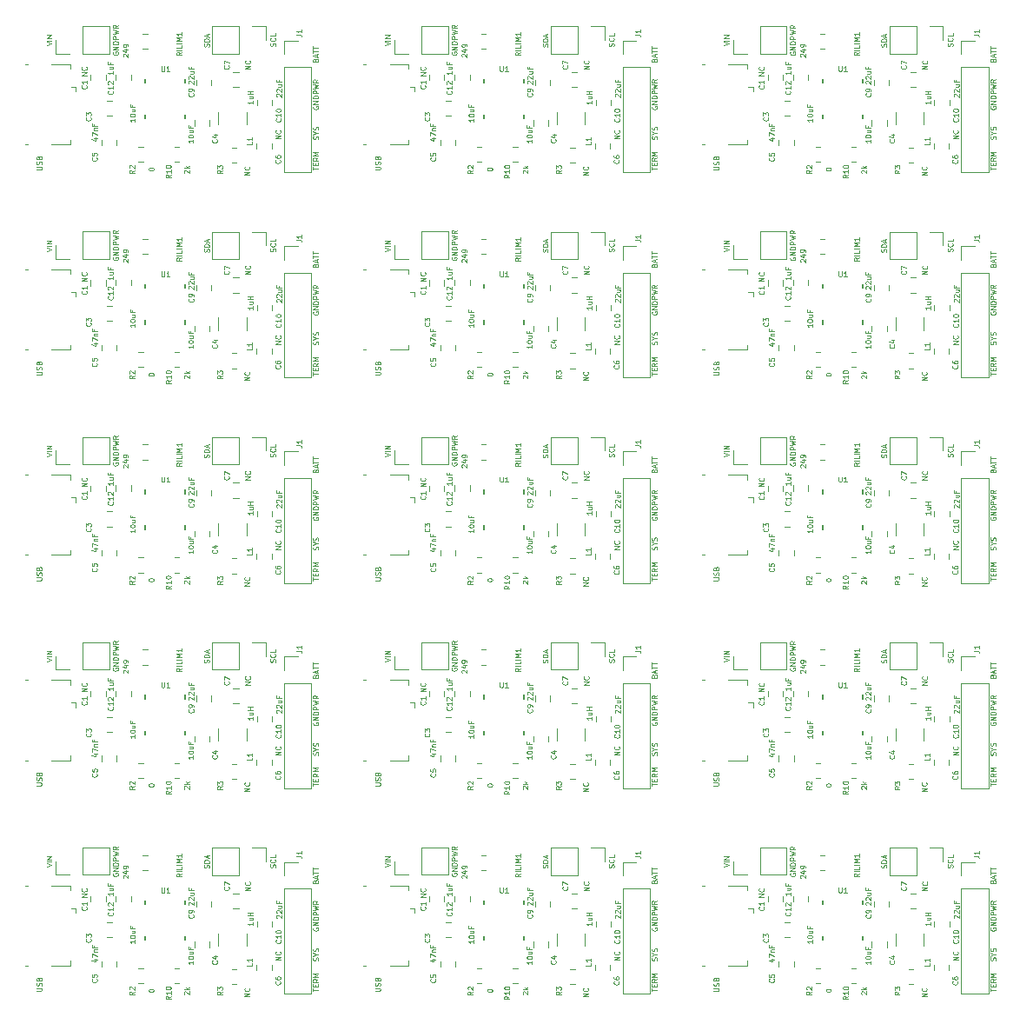
<source format=gbr>
%TF.GenerationSoftware,KiCad,Pcbnew,(6.0.11)*%
%TF.CreationDate,2023-10-19T09:40:57-03:00*%
%TF.ProjectId,gerenciador_de_bateria_2.0,67657265-6e63-4696-9164-6f725f64655f,rev?*%
%TF.SameCoordinates,Original*%
%TF.FileFunction,Legend,Top*%
%TF.FilePolarity,Positive*%
%FSLAX46Y46*%
G04 Gerber Fmt 4.6, Leading zero omitted, Abs format (unit mm)*
G04 Created by KiCad (PCBNEW (6.0.11)) date 2023-10-19 09:40:57*
%MOMM*%
%LPD*%
G01*
G04 APERTURE LIST*
%ADD10C,0.100000*%
%ADD11C,0.120000*%
%ADD12C,0.152400*%
G04 APERTURE END LIST*
D10*
%TO.C,USB*%
X172354690Y-153194453D02*
X172759452Y-153194453D01*
X172807071Y-153170643D01*
X172830880Y-153146834D01*
X172854690Y-153099215D01*
X172854690Y-153003977D01*
X172830880Y-152956358D01*
X172807071Y-152932548D01*
X172759452Y-152908739D01*
X172354690Y-152908739D01*
X172830880Y-152694453D02*
X172854690Y-152623024D01*
X172854690Y-152503977D01*
X172830880Y-152456358D01*
X172807071Y-152432548D01*
X172759452Y-152408739D01*
X172711833Y-152408739D01*
X172664214Y-152432548D01*
X172640404Y-152456358D01*
X172616595Y-152503977D01*
X172592785Y-152599215D01*
X172568976Y-152646834D01*
X172545166Y-152670643D01*
X172497547Y-152694453D01*
X172449928Y-152694453D01*
X172402309Y-152670643D01*
X172378500Y-152646834D01*
X172354690Y-152599215D01*
X172354690Y-152480167D01*
X172378500Y-152408739D01*
X172592785Y-152027786D02*
X172616595Y-151956358D01*
X172640404Y-151932548D01*
X172688023Y-151908739D01*
X172759452Y-151908739D01*
X172807071Y-151932548D01*
X172830880Y-151956358D01*
X172854690Y-152003977D01*
X172854690Y-152194453D01*
X172354690Y-152194453D01*
X172354690Y-152027786D01*
X172378500Y-151980167D01*
X172402309Y-151956358D01*
X172449928Y-151932548D01*
X172497547Y-151932548D01*
X172545166Y-151956358D01*
X172568976Y-151980167D01*
X172592785Y-152027786D01*
X172592785Y-152194453D01*
%TO.C,C9*%
X187617071Y-145766834D02*
X187640880Y-145790643D01*
X187664690Y-145862072D01*
X187664690Y-145909691D01*
X187640880Y-145981120D01*
X187593261Y-146028739D01*
X187545642Y-146052548D01*
X187450404Y-146076358D01*
X187378976Y-146076358D01*
X187283738Y-146052548D01*
X187236119Y-146028739D01*
X187188500Y-145981120D01*
X187164690Y-145909691D01*
X187164690Y-145862072D01*
X187188500Y-145790643D01*
X187212309Y-145766834D01*
X187664690Y-145528739D02*
X187664690Y-145433501D01*
X187640880Y-145385881D01*
X187617071Y-145362072D01*
X187545642Y-145314453D01*
X187450404Y-145290643D01*
X187259928Y-145290643D01*
X187212309Y-145314453D01*
X187188500Y-145338262D01*
X187164690Y-145385881D01*
X187164690Y-145481120D01*
X187188500Y-145528739D01*
X187212309Y-145552548D01*
X187259928Y-145576358D01*
X187378976Y-145576358D01*
X187426595Y-145552548D01*
X187450404Y-145528739D01*
X187474214Y-145481120D01*
X187474214Y-145385881D01*
X187450404Y-145338262D01*
X187426595Y-145314453D01*
X187378976Y-145290643D01*
X187212309Y-144824929D02*
X187188500Y-144801120D01*
X187164690Y-144753501D01*
X187164690Y-144634453D01*
X187188500Y-144586834D01*
X187212309Y-144563024D01*
X187259928Y-144539215D01*
X187307547Y-144539215D01*
X187378976Y-144563024D01*
X187664690Y-144848739D01*
X187664690Y-144539215D01*
X187212309Y-144348739D02*
X187188500Y-144324929D01*
X187164690Y-144277310D01*
X187164690Y-144158262D01*
X187188500Y-144110643D01*
X187212309Y-144086834D01*
X187259928Y-144063024D01*
X187307547Y-144063024D01*
X187378976Y-144086834D01*
X187664690Y-144372548D01*
X187664690Y-144063024D01*
X187331357Y-143634453D02*
X187664690Y-143634453D01*
X187331357Y-143848739D02*
X187593261Y-143848739D01*
X187640880Y-143824929D01*
X187664690Y-143777310D01*
X187664690Y-143705881D01*
X187640880Y-143658262D01*
X187617071Y-143634453D01*
X187402785Y-143229691D02*
X187402785Y-143396358D01*
X187664690Y-143396358D02*
X187164690Y-143396358D01*
X187164690Y-143158262D01*
%TO.C,J1*%
X197687090Y-140060167D02*
X198044233Y-140060167D01*
X198115661Y-140083977D01*
X198163280Y-140131596D01*
X198187090Y-140203024D01*
X198187090Y-140250643D01*
X198187090Y-139560167D02*
X198187090Y-139845881D01*
X198187090Y-139703024D02*
X197687090Y-139703024D01*
X197758519Y-139750643D01*
X197806138Y-139798262D01*
X197829947Y-139845881D01*
X199800880Y-150218739D02*
X199824690Y-150147310D01*
X199824690Y-150028262D01*
X199800880Y-149980643D01*
X199777071Y-149956834D01*
X199729452Y-149933024D01*
X199681833Y-149933024D01*
X199634214Y-149956834D01*
X199610404Y-149980643D01*
X199586595Y-150028262D01*
X199562785Y-150123501D01*
X199538976Y-150171120D01*
X199515166Y-150194929D01*
X199467547Y-150218739D01*
X199419928Y-150218739D01*
X199372309Y-150194929D01*
X199348500Y-150171120D01*
X199324690Y-150123501D01*
X199324690Y-150004453D01*
X199348500Y-149933024D01*
X199586595Y-149623501D02*
X199824690Y-149623501D01*
X199324690Y-149790167D02*
X199586595Y-149623501D01*
X199324690Y-149456834D01*
X199800880Y-149313977D02*
X199824690Y-149242548D01*
X199824690Y-149123501D01*
X199800880Y-149075881D01*
X199777071Y-149052072D01*
X199729452Y-149028262D01*
X199681833Y-149028262D01*
X199634214Y-149052072D01*
X199610404Y-149075881D01*
X199586595Y-149123501D01*
X199562785Y-149218739D01*
X199538976Y-149266358D01*
X199515166Y-149290167D01*
X199467547Y-149313977D01*
X199419928Y-149313977D01*
X199372309Y-149290167D01*
X199348500Y-149266358D01*
X199324690Y-149218739D01*
X199324690Y-149099691D01*
X199348500Y-149028262D01*
X199348500Y-147040167D02*
X199324690Y-147087786D01*
X199324690Y-147159215D01*
X199348500Y-147230643D01*
X199396119Y-147278262D01*
X199443738Y-147302072D01*
X199538976Y-147325881D01*
X199610404Y-147325881D01*
X199705642Y-147302072D01*
X199753261Y-147278262D01*
X199800880Y-147230643D01*
X199824690Y-147159215D01*
X199824690Y-147111596D01*
X199800880Y-147040167D01*
X199777071Y-147016358D01*
X199610404Y-147016358D01*
X199610404Y-147111596D01*
X199824690Y-146802072D02*
X199324690Y-146802072D01*
X199824690Y-146516358D01*
X199324690Y-146516358D01*
X199824690Y-146278262D02*
X199324690Y-146278262D01*
X199324690Y-146159215D01*
X199348500Y-146087786D01*
X199396119Y-146040167D01*
X199443738Y-146016358D01*
X199538976Y-145992548D01*
X199610404Y-145992548D01*
X199705642Y-146016358D01*
X199753261Y-146040167D01*
X199800880Y-146087786D01*
X199824690Y-146159215D01*
X199824690Y-146278262D01*
X199824690Y-145778262D02*
X199324690Y-145778262D01*
X199324690Y-145587786D01*
X199348500Y-145540167D01*
X199372309Y-145516358D01*
X199419928Y-145492548D01*
X199491357Y-145492548D01*
X199538976Y-145516358D01*
X199562785Y-145540167D01*
X199586595Y-145587786D01*
X199586595Y-145778262D01*
X199324690Y-145325881D02*
X199824690Y-145206834D01*
X199467547Y-145111596D01*
X199824690Y-145016358D01*
X199324690Y-144897310D01*
X199824690Y-144421120D02*
X199586595Y-144587786D01*
X199824690Y-144706834D02*
X199324690Y-144706834D01*
X199324690Y-144516358D01*
X199348500Y-144468739D01*
X199372309Y-144444929D01*
X199419928Y-144421120D01*
X199491357Y-144421120D01*
X199538976Y-144444929D01*
X199562785Y-144468739D01*
X199586595Y-144516358D01*
X199586595Y-144706834D01*
X199562785Y-142513024D02*
X199586595Y-142441596D01*
X199610404Y-142417786D01*
X199658023Y-142393977D01*
X199729452Y-142393977D01*
X199777071Y-142417786D01*
X199800880Y-142441596D01*
X199824690Y-142489215D01*
X199824690Y-142679691D01*
X199324690Y-142679691D01*
X199324690Y-142513024D01*
X199348500Y-142465405D01*
X199372309Y-142441596D01*
X199419928Y-142417786D01*
X199467547Y-142417786D01*
X199515166Y-142441596D01*
X199538976Y-142465405D01*
X199562785Y-142513024D01*
X199562785Y-142679691D01*
X199681833Y-142203501D02*
X199681833Y-141965405D01*
X199824690Y-142251120D02*
X199324690Y-142084453D01*
X199824690Y-141917786D01*
X199324690Y-141822548D02*
X199324690Y-141536834D01*
X199824690Y-141679691D02*
X199324690Y-141679691D01*
X199324690Y-141441596D02*
X199324690Y-141155881D01*
X199824690Y-141298739D02*
X199324690Y-141298739D01*
X199324690Y-153218262D02*
X199324690Y-152932548D01*
X199824690Y-153075405D02*
X199324690Y-153075405D01*
X199562785Y-152765881D02*
X199562785Y-152599215D01*
X199824690Y-152527786D02*
X199824690Y-152765881D01*
X199324690Y-152765881D01*
X199324690Y-152527786D01*
X199824690Y-152027786D02*
X199586595Y-152194453D01*
X199824690Y-152313501D02*
X199324690Y-152313501D01*
X199324690Y-152123024D01*
X199348500Y-152075405D01*
X199372309Y-152051596D01*
X199419928Y-152027786D01*
X199491357Y-152027786D01*
X199538976Y-152051596D01*
X199562785Y-152075405D01*
X199586595Y-152123024D01*
X199586595Y-152313501D01*
X199824690Y-151813501D02*
X199324690Y-151813501D01*
X199681833Y-151646834D01*
X199324690Y-151480167D01*
X199824690Y-151480167D01*
%TO.C,C5*%
X178197071Y-152026834D02*
X178220880Y-152050643D01*
X178244690Y-152122072D01*
X178244690Y-152169691D01*
X178220880Y-152241120D01*
X178173261Y-152288739D01*
X178125642Y-152312548D01*
X178030404Y-152336358D01*
X177958976Y-152336358D01*
X177863738Y-152312548D01*
X177816119Y-152288739D01*
X177768500Y-152241120D01*
X177744690Y-152169691D01*
X177744690Y-152122072D01*
X177768500Y-152050643D01*
X177792309Y-152026834D01*
X177744690Y-151574453D02*
X177744690Y-151812548D01*
X177982785Y-151836358D01*
X177958976Y-151812548D01*
X177935166Y-151764929D01*
X177935166Y-151645881D01*
X177958976Y-151598262D01*
X177982785Y-151574453D01*
X178030404Y-151550643D01*
X178149452Y-151550643D01*
X178197071Y-151574453D01*
X178220880Y-151598262D01*
X178244690Y-151645881D01*
X178244690Y-151764929D01*
X178220880Y-151812548D01*
X178197071Y-151836358D01*
X177911357Y-150116834D02*
X178244690Y-150116834D01*
X177720880Y-150235881D02*
X178078023Y-150354929D01*
X178078023Y-150045405D01*
X177744690Y-149902548D02*
X177744690Y-149569215D01*
X178244690Y-149783501D01*
X177911357Y-149378739D02*
X178244690Y-149378739D01*
X177958976Y-149378739D02*
X177935166Y-149354929D01*
X177911357Y-149307310D01*
X177911357Y-149235881D01*
X177935166Y-149188262D01*
X177982785Y-149164453D01*
X178244690Y-149164453D01*
X177982785Y-148759691D02*
X177982785Y-148926358D01*
X178244690Y-148926358D02*
X177744690Y-148926358D01*
X177744690Y-148688262D01*
%TO.C,R2*%
X181884690Y-153246834D02*
X181646595Y-153413501D01*
X181884690Y-153532548D02*
X181384690Y-153532548D01*
X181384690Y-153342072D01*
X181408500Y-153294453D01*
X181432309Y-153270643D01*
X181479928Y-153246834D01*
X181551357Y-153246834D01*
X181598976Y-153270643D01*
X181622785Y-153294453D01*
X181646595Y-153342072D01*
X181646595Y-153532548D01*
X181432309Y-153056358D02*
X181408500Y-153032548D01*
X181384690Y-152984929D01*
X181384690Y-152865881D01*
X181408500Y-152818262D01*
X181432309Y-152794453D01*
X181479928Y-152770643D01*
X181527547Y-152770643D01*
X181598976Y-152794453D01*
X181884690Y-153080167D01*
X181884690Y-152770643D01*
X183782309Y-153119691D02*
X183782309Y-153167310D01*
X183758500Y-153214929D01*
X183734690Y-153238739D01*
X183687071Y-153262548D01*
X183591833Y-153286358D01*
X183472785Y-153286358D01*
X183377547Y-153262548D01*
X183329928Y-153238739D01*
X183306119Y-153214929D01*
X183282309Y-153167310D01*
X183282309Y-153119691D01*
X183306119Y-153072072D01*
X183329928Y-153048262D01*
X183377547Y-153024453D01*
X183472785Y-153000643D01*
X183591833Y-153000643D01*
X183687071Y-153024453D01*
X183734690Y-153048262D01*
X183758500Y-153072072D01*
X183782309Y-153119691D01*
%TO.C,C7*%
X191067071Y-143066834D02*
X191090880Y-143090643D01*
X191114690Y-143162072D01*
X191114690Y-143209691D01*
X191090880Y-143281120D01*
X191043261Y-143328739D01*
X190995642Y-143352548D01*
X190900404Y-143376358D01*
X190828976Y-143376358D01*
X190733738Y-143352548D01*
X190686119Y-143328739D01*
X190638500Y-143281120D01*
X190614690Y-143209691D01*
X190614690Y-143162072D01*
X190638500Y-143090643D01*
X190662309Y-143066834D01*
X190614690Y-142900167D02*
X190614690Y-142566834D01*
X191114690Y-142781120D01*
X193174690Y-143376358D02*
X192674690Y-143376358D01*
X193174690Y-143090643D01*
X192674690Y-143090643D01*
X193127071Y-142566834D02*
X193150880Y-142590643D01*
X193174690Y-142662072D01*
X193174690Y-142709691D01*
X193150880Y-142781120D01*
X193103261Y-142828739D01*
X193055642Y-142852548D01*
X192960404Y-142876358D01*
X192888976Y-142876358D01*
X192793738Y-142852548D01*
X192746119Y-142828739D01*
X192698500Y-142781120D01*
X192674690Y-142709691D01*
X192674690Y-142662072D01*
X192698500Y-142590643D01*
X192722309Y-142566834D01*
%TO.C,C12*%
X179767071Y-145544929D02*
X179790880Y-145568739D01*
X179814690Y-145640167D01*
X179814690Y-145687786D01*
X179790880Y-145759215D01*
X179743261Y-145806834D01*
X179695642Y-145830643D01*
X179600404Y-145854453D01*
X179528976Y-145854453D01*
X179433738Y-145830643D01*
X179386119Y-145806834D01*
X179338500Y-145759215D01*
X179314690Y-145687786D01*
X179314690Y-145640167D01*
X179338500Y-145568739D01*
X179362309Y-145544929D01*
X179814690Y-145068739D02*
X179814690Y-145354453D01*
X179814690Y-145211596D02*
X179314690Y-145211596D01*
X179386119Y-145259215D01*
X179433738Y-145306834D01*
X179457547Y-145354453D01*
X179362309Y-144878262D02*
X179338500Y-144854453D01*
X179314690Y-144806834D01*
X179314690Y-144687786D01*
X179338500Y-144640167D01*
X179362309Y-144616358D01*
X179409928Y-144592548D01*
X179457547Y-144592548D01*
X179528976Y-144616358D01*
X179814690Y-144902072D01*
X179814690Y-144592548D01*
X179814690Y-143611120D02*
X179814690Y-143896834D01*
X179814690Y-143753977D02*
X179314690Y-143753977D01*
X179386119Y-143801596D01*
X179433738Y-143849215D01*
X179457547Y-143896834D01*
X179481357Y-143182548D02*
X179814690Y-143182548D01*
X179481357Y-143396834D02*
X179743261Y-143396834D01*
X179790880Y-143373024D01*
X179814690Y-143325405D01*
X179814690Y-143253977D01*
X179790880Y-143206358D01*
X179767071Y-143182548D01*
X179552785Y-142777786D02*
X179552785Y-142944453D01*
X179814690Y-142944453D02*
X179314690Y-142944453D01*
X179314690Y-142706358D01*
%TO.C,R10*%
X185444690Y-153704929D02*
X185206595Y-153871596D01*
X185444690Y-153990643D02*
X184944690Y-153990643D01*
X184944690Y-153800167D01*
X184968500Y-153752548D01*
X184992309Y-153728739D01*
X185039928Y-153704929D01*
X185111357Y-153704929D01*
X185158976Y-153728739D01*
X185182785Y-153752548D01*
X185206595Y-153800167D01*
X185206595Y-153990643D01*
X185444690Y-153228739D02*
X185444690Y-153514453D01*
X185444690Y-153371596D02*
X184944690Y-153371596D01*
X185016119Y-153419215D01*
X185063738Y-153466834D01*
X185087547Y-153514453D01*
X184944690Y-152919215D02*
X184944690Y-152871596D01*
X184968500Y-152823977D01*
X184992309Y-152800167D01*
X185039928Y-152776358D01*
X185135166Y-152752548D01*
X185254214Y-152752548D01*
X185349452Y-152776358D01*
X185397071Y-152800167D01*
X185420880Y-152823977D01*
X185444690Y-152871596D01*
X185444690Y-152919215D01*
X185420880Y-152966834D01*
X185397071Y-152990643D01*
X185349452Y-153014453D01*
X185254214Y-153038262D01*
X185135166Y-153038262D01*
X185039928Y-153014453D01*
X184992309Y-152990643D01*
X184968500Y-152966834D01*
X184944690Y-152919215D01*
X186782309Y-153518739D02*
X186758500Y-153494929D01*
X186734690Y-153447310D01*
X186734690Y-153328262D01*
X186758500Y-153280643D01*
X186782309Y-153256834D01*
X186829928Y-153233024D01*
X186877547Y-153233024D01*
X186948976Y-153256834D01*
X187234690Y-153542548D01*
X187234690Y-153233024D01*
X187234690Y-153018739D02*
X186734690Y-153018739D01*
X187044214Y-152971120D02*
X187234690Y-152828262D01*
X186901357Y-152828262D02*
X187091833Y-153018739D01*
%TO.C,RILIM1*%
X186504690Y-141763024D02*
X186266595Y-141929691D01*
X186504690Y-142048739D02*
X186004690Y-142048739D01*
X186004690Y-141858262D01*
X186028500Y-141810643D01*
X186052309Y-141786834D01*
X186099928Y-141763024D01*
X186171357Y-141763024D01*
X186218976Y-141786834D01*
X186242785Y-141810643D01*
X186266595Y-141858262D01*
X186266595Y-142048739D01*
X186504690Y-141548739D02*
X186004690Y-141548739D01*
X186504690Y-141072548D02*
X186504690Y-141310643D01*
X186004690Y-141310643D01*
X186504690Y-140905881D02*
X186004690Y-140905881D01*
X186504690Y-140667786D02*
X186004690Y-140667786D01*
X186361833Y-140501120D01*
X186004690Y-140334453D01*
X186504690Y-140334453D01*
X186504690Y-139834453D02*
X186504690Y-140120167D01*
X186504690Y-139977310D02*
X186004690Y-139977310D01*
X186076119Y-140024929D01*
X186123738Y-140072548D01*
X186147547Y-140120167D01*
X180832309Y-142202548D02*
X180808500Y-142178739D01*
X180784690Y-142131120D01*
X180784690Y-142012072D01*
X180808500Y-141964453D01*
X180832309Y-141940643D01*
X180879928Y-141916834D01*
X180927547Y-141916834D01*
X180998976Y-141940643D01*
X181284690Y-142226358D01*
X181284690Y-141916834D01*
X180951357Y-141488262D02*
X181284690Y-141488262D01*
X180760880Y-141607310D02*
X181118023Y-141726358D01*
X181118023Y-141416834D01*
X181284690Y-141202548D02*
X181284690Y-141107310D01*
X181260880Y-141059691D01*
X181237071Y-141035881D01*
X181165642Y-140988262D01*
X181070404Y-140964453D01*
X180879928Y-140964453D01*
X180832309Y-140988262D01*
X180808500Y-141012072D01*
X180784690Y-141059691D01*
X180784690Y-141154929D01*
X180808500Y-141202548D01*
X180832309Y-141226358D01*
X180879928Y-141250167D01*
X180998976Y-141250167D01*
X181046595Y-141226358D01*
X181070404Y-141202548D01*
X181094214Y-141154929D01*
X181094214Y-141059691D01*
X181070404Y-141012072D01*
X181046595Y-140988262D01*
X180998976Y-140964453D01*
%TO.C,C6*%
X196067071Y-152256834D02*
X196090880Y-152280643D01*
X196114690Y-152352072D01*
X196114690Y-152399691D01*
X196090880Y-152471120D01*
X196043261Y-152518739D01*
X195995642Y-152542548D01*
X195900404Y-152566358D01*
X195828976Y-152566358D01*
X195733738Y-152542548D01*
X195686119Y-152518739D01*
X195638500Y-152471120D01*
X195614690Y-152399691D01*
X195614690Y-152352072D01*
X195638500Y-152280643D01*
X195662309Y-152256834D01*
X195614690Y-151828262D02*
X195614690Y-151923501D01*
X195638500Y-151971120D01*
X195662309Y-151994929D01*
X195733738Y-152042548D01*
X195828976Y-152066358D01*
X196019452Y-152066358D01*
X196067071Y-152042548D01*
X196090880Y-152018739D01*
X196114690Y-151971120D01*
X196114690Y-151875881D01*
X196090880Y-151828262D01*
X196067071Y-151804453D01*
X196019452Y-151780643D01*
X195900404Y-151780643D01*
X195852785Y-151804453D01*
X195828976Y-151828262D01*
X195805166Y-151875881D01*
X195805166Y-151971120D01*
X195828976Y-152018739D01*
X195852785Y-152042548D01*
X195900404Y-152066358D01*
X196154690Y-150176358D02*
X195654690Y-150176358D01*
X196154690Y-149890643D01*
X195654690Y-149890643D01*
X196107071Y-149366834D02*
X196130880Y-149390643D01*
X196154690Y-149462072D01*
X196154690Y-149509691D01*
X196130880Y-149581120D01*
X196083261Y-149628739D01*
X196035642Y-149652548D01*
X195940404Y-149676358D01*
X195868976Y-149676358D01*
X195773738Y-149652548D01*
X195726119Y-149628739D01*
X195678500Y-149581120D01*
X195654690Y-149509691D01*
X195654690Y-149462072D01*
X195678500Y-149390643D01*
X195702309Y-149366834D01*
%TO.C,C4*%
X189917071Y-150246834D02*
X189940880Y-150270643D01*
X189964690Y-150342072D01*
X189964690Y-150389691D01*
X189940880Y-150461120D01*
X189893261Y-150508739D01*
X189845642Y-150532548D01*
X189750404Y-150556358D01*
X189678976Y-150556358D01*
X189583738Y-150532548D01*
X189536119Y-150508739D01*
X189488500Y-150461120D01*
X189464690Y-150389691D01*
X189464690Y-150342072D01*
X189488500Y-150270643D01*
X189512309Y-150246834D01*
X189631357Y-149818262D02*
X189964690Y-149818262D01*
X189440880Y-149937310D02*
X189798023Y-150056358D01*
X189798023Y-149746834D01*
X187634690Y-150279215D02*
X187634690Y-150564929D01*
X187634690Y-150422072D02*
X187134690Y-150422072D01*
X187206119Y-150469691D01*
X187253738Y-150517310D01*
X187277547Y-150564929D01*
X187134690Y-149969691D02*
X187134690Y-149922072D01*
X187158500Y-149874453D01*
X187182309Y-149850643D01*
X187229928Y-149826834D01*
X187325166Y-149803024D01*
X187444214Y-149803024D01*
X187539452Y-149826834D01*
X187587071Y-149850643D01*
X187610880Y-149874453D01*
X187634690Y-149922072D01*
X187634690Y-149969691D01*
X187610880Y-150017310D01*
X187587071Y-150041120D01*
X187539452Y-150064929D01*
X187444214Y-150088739D01*
X187325166Y-150088739D01*
X187229928Y-150064929D01*
X187182309Y-150041120D01*
X187158500Y-150017310D01*
X187134690Y-149969691D01*
X187301357Y-149374453D02*
X187634690Y-149374453D01*
X187301357Y-149588739D02*
X187563261Y-149588739D01*
X187610880Y-149564929D01*
X187634690Y-149517310D01*
X187634690Y-149445881D01*
X187610880Y-149398262D01*
X187587071Y-149374453D01*
X187372785Y-148969691D02*
X187372785Y-149136358D01*
X187634690Y-149136358D02*
X187134690Y-149136358D01*
X187134690Y-148898262D01*
%TO.C,SDA*%
X189157680Y-141210243D02*
X189181490Y-141138815D01*
X189181490Y-141019767D01*
X189157680Y-140972148D01*
X189133871Y-140948339D01*
X189086252Y-140924529D01*
X189038633Y-140924529D01*
X188991014Y-140948339D01*
X188967204Y-140972148D01*
X188943395Y-141019767D01*
X188919585Y-141115005D01*
X188895776Y-141162624D01*
X188871966Y-141186434D01*
X188824347Y-141210243D01*
X188776728Y-141210243D01*
X188729109Y-141186434D01*
X188705300Y-141162624D01*
X188681490Y-141115005D01*
X188681490Y-140995958D01*
X188705300Y-140924529D01*
X189181490Y-140710243D02*
X188681490Y-140710243D01*
X188681490Y-140591196D01*
X188705300Y-140519767D01*
X188752919Y-140472148D01*
X188800538Y-140448339D01*
X188895776Y-140424529D01*
X188967204Y-140424529D01*
X189062442Y-140448339D01*
X189110061Y-140472148D01*
X189157680Y-140519767D01*
X189181490Y-140591196D01*
X189181490Y-140710243D01*
X189038633Y-140234053D02*
X189038633Y-139995958D01*
X189181490Y-140281672D02*
X188681490Y-140115005D01*
X189181490Y-139948339D01*
X195617680Y-141158339D02*
X195641490Y-141086910D01*
X195641490Y-140967862D01*
X195617680Y-140920243D01*
X195593871Y-140896434D01*
X195546252Y-140872624D01*
X195498633Y-140872624D01*
X195451014Y-140896434D01*
X195427204Y-140920243D01*
X195403395Y-140967862D01*
X195379585Y-141063101D01*
X195355776Y-141110720D01*
X195331966Y-141134529D01*
X195284347Y-141158339D01*
X195236728Y-141158339D01*
X195189109Y-141134529D01*
X195165300Y-141110720D01*
X195141490Y-141063101D01*
X195141490Y-140944053D01*
X195165300Y-140872624D01*
X195593871Y-140372624D02*
X195617680Y-140396434D01*
X195641490Y-140467862D01*
X195641490Y-140515481D01*
X195617680Y-140586910D01*
X195570061Y-140634529D01*
X195522442Y-140658339D01*
X195427204Y-140682148D01*
X195355776Y-140682148D01*
X195260538Y-140658339D01*
X195212919Y-140634529D01*
X195165300Y-140586910D01*
X195141490Y-140515481D01*
X195141490Y-140467862D01*
X195165300Y-140396434D01*
X195189109Y-140372624D01*
X195641490Y-139920243D02*
X195641490Y-140158339D01*
X195141490Y-140158339D01*
%TO.C,C1*%
X177207071Y-145006834D02*
X177230880Y-145030643D01*
X177254690Y-145102072D01*
X177254690Y-145149691D01*
X177230880Y-145221120D01*
X177183261Y-145268739D01*
X177135642Y-145292548D01*
X177040404Y-145316358D01*
X176968976Y-145316358D01*
X176873738Y-145292548D01*
X176826119Y-145268739D01*
X176778500Y-145221120D01*
X176754690Y-145149691D01*
X176754690Y-145102072D01*
X176778500Y-145030643D01*
X176802309Y-145006834D01*
X177254690Y-144530643D02*
X177254690Y-144816358D01*
X177254690Y-144673501D02*
X176754690Y-144673501D01*
X176826119Y-144721120D01*
X176873738Y-144768739D01*
X176897547Y-144816358D01*
X177254690Y-144016358D02*
X176754690Y-144016358D01*
X177254690Y-143730643D01*
X176754690Y-143730643D01*
X177207071Y-143206834D02*
X177230880Y-143230643D01*
X177254690Y-143302072D01*
X177254690Y-143349691D01*
X177230880Y-143421120D01*
X177183261Y-143468739D01*
X177135642Y-143492548D01*
X177040404Y-143516358D01*
X176968976Y-143516358D01*
X176873738Y-143492548D01*
X176826119Y-143468739D01*
X176778500Y-143421120D01*
X176754690Y-143349691D01*
X176754690Y-143302072D01*
X176778500Y-143230643D01*
X176802309Y-143206834D01*
%TO.C,L1*%
X193364690Y-150476834D02*
X193364690Y-150714929D01*
X192864690Y-150714929D01*
X193364690Y-150048262D02*
X193364690Y-150333977D01*
X193364690Y-150191120D02*
X192864690Y-150191120D01*
X192936119Y-150238739D01*
X192983738Y-150286358D01*
X193007547Y-150333977D01*
X193454690Y-146498739D02*
X193454690Y-146784453D01*
X193454690Y-146641596D02*
X192954690Y-146641596D01*
X193026119Y-146689215D01*
X193073738Y-146736834D01*
X193097547Y-146784453D01*
X193121357Y-146070167D02*
X193454690Y-146070167D01*
X193121357Y-146284453D02*
X193383261Y-146284453D01*
X193430880Y-146260643D01*
X193454690Y-146213024D01*
X193454690Y-146141596D01*
X193430880Y-146093977D01*
X193407071Y-146070167D01*
X193454690Y-145832072D02*
X192954690Y-145832072D01*
X193192785Y-145832072D02*
X193192785Y-145546358D01*
X193454690Y-145546358D02*
X192954690Y-145546358D01*
%TO.C,U1*%
X184527547Y-143119691D02*
X184527547Y-143524453D01*
X184551357Y-143572072D01*
X184575166Y-143595881D01*
X184622785Y-143619691D01*
X184718023Y-143619691D01*
X184765642Y-143595881D01*
X184789452Y-143572072D01*
X184813261Y-143524453D01*
X184813261Y-143119691D01*
X185313261Y-143619691D02*
X185027547Y-143619691D01*
X185170404Y-143619691D02*
X185170404Y-143119691D01*
X185122785Y-143191120D01*
X185075166Y-143238739D01*
X185027547Y-143262548D01*
%TO.C,C10*%
X196127071Y-148224929D02*
X196150880Y-148248739D01*
X196174690Y-148320167D01*
X196174690Y-148367786D01*
X196150880Y-148439215D01*
X196103261Y-148486834D01*
X196055642Y-148510643D01*
X195960404Y-148534453D01*
X195888976Y-148534453D01*
X195793738Y-148510643D01*
X195746119Y-148486834D01*
X195698500Y-148439215D01*
X195674690Y-148367786D01*
X195674690Y-148320167D01*
X195698500Y-148248739D01*
X195722309Y-148224929D01*
X196174690Y-147748739D02*
X196174690Y-148034453D01*
X196174690Y-147891596D02*
X195674690Y-147891596D01*
X195746119Y-147939215D01*
X195793738Y-147986834D01*
X195817547Y-148034453D01*
X195674690Y-147439215D02*
X195674690Y-147391596D01*
X195698500Y-147343977D01*
X195722309Y-147320167D01*
X195769928Y-147296358D01*
X195865166Y-147272548D01*
X195984214Y-147272548D01*
X196079452Y-147296358D01*
X196127071Y-147320167D01*
X196150880Y-147343977D01*
X196174690Y-147391596D01*
X196174690Y-147439215D01*
X196150880Y-147486834D01*
X196127071Y-147510643D01*
X196079452Y-147534453D01*
X195984214Y-147558262D01*
X195865166Y-147558262D01*
X195769928Y-147534453D01*
X195722309Y-147510643D01*
X195698500Y-147486834D01*
X195674690Y-147439215D01*
X195782309Y-146094929D02*
X195758500Y-146071120D01*
X195734690Y-146023501D01*
X195734690Y-145904453D01*
X195758500Y-145856834D01*
X195782309Y-145833024D01*
X195829928Y-145809215D01*
X195877547Y-145809215D01*
X195948976Y-145833024D01*
X196234690Y-146118739D01*
X196234690Y-145809215D01*
X195782309Y-145618739D02*
X195758500Y-145594929D01*
X195734690Y-145547310D01*
X195734690Y-145428262D01*
X195758500Y-145380643D01*
X195782309Y-145356834D01*
X195829928Y-145333024D01*
X195877547Y-145333024D01*
X195948976Y-145356834D01*
X196234690Y-145642548D01*
X196234690Y-145333024D01*
X195901357Y-144904453D02*
X196234690Y-144904453D01*
X195901357Y-145118739D02*
X196163261Y-145118739D01*
X196210880Y-145094929D01*
X196234690Y-145047310D01*
X196234690Y-144975881D01*
X196210880Y-144928262D01*
X196187071Y-144904453D01*
X195972785Y-144499691D02*
X195972785Y-144666358D01*
X196234690Y-144666358D02*
X195734690Y-144666358D01*
X195734690Y-144428262D01*
%TO.C,R3*%
X190474690Y-153256834D02*
X190236595Y-153423501D01*
X190474690Y-153542548D02*
X189974690Y-153542548D01*
X189974690Y-153352072D01*
X189998500Y-153304453D01*
X190022309Y-153280643D01*
X190069928Y-153256834D01*
X190141357Y-153256834D01*
X190188976Y-153280643D01*
X190212785Y-153304453D01*
X190236595Y-153352072D01*
X190236595Y-153542548D01*
X189974690Y-153090167D02*
X189974690Y-152780643D01*
X190165166Y-152947310D01*
X190165166Y-152875881D01*
X190188976Y-152828262D01*
X190212785Y-152804453D01*
X190260404Y-152780643D01*
X190379452Y-152780643D01*
X190427071Y-152804453D01*
X190450880Y-152828262D01*
X190474690Y-152875881D01*
X190474690Y-153018739D01*
X190450880Y-153066358D01*
X190427071Y-153090167D01*
X193114690Y-153716358D02*
X192614690Y-153716358D01*
X193114690Y-153430643D01*
X192614690Y-153430643D01*
X193067071Y-152906834D02*
X193090880Y-152930643D01*
X193114690Y-153002072D01*
X193114690Y-153049691D01*
X193090880Y-153121120D01*
X193043261Y-153168739D01*
X192995642Y-153192548D01*
X192900404Y-153216358D01*
X192828976Y-153216358D01*
X192733738Y-153192548D01*
X192686119Y-153168739D01*
X192638500Y-153121120D01*
X192614690Y-153049691D01*
X192614690Y-153002072D01*
X192638500Y-152930643D01*
X192662309Y-152906834D01*
%TO.C,C3*%
X177617071Y-148116834D02*
X177640880Y-148140643D01*
X177664690Y-148212072D01*
X177664690Y-148259691D01*
X177640880Y-148331120D01*
X177593261Y-148378739D01*
X177545642Y-148402548D01*
X177450404Y-148426358D01*
X177378976Y-148426358D01*
X177283738Y-148402548D01*
X177236119Y-148378739D01*
X177188500Y-148331120D01*
X177164690Y-148259691D01*
X177164690Y-148212072D01*
X177188500Y-148140643D01*
X177212309Y-148116834D01*
X177164690Y-147950167D02*
X177164690Y-147640643D01*
X177355166Y-147807310D01*
X177355166Y-147735881D01*
X177378976Y-147688262D01*
X177402785Y-147664453D01*
X177450404Y-147640643D01*
X177569452Y-147640643D01*
X177617071Y-147664453D01*
X177640880Y-147688262D01*
X177664690Y-147735881D01*
X177664690Y-147878739D01*
X177640880Y-147926358D01*
X177617071Y-147950167D01*
X181964690Y-148239215D02*
X181964690Y-148524929D01*
X181964690Y-148382072D02*
X181464690Y-148382072D01*
X181536119Y-148429691D01*
X181583738Y-148477310D01*
X181607547Y-148524929D01*
X181464690Y-147929691D02*
X181464690Y-147882072D01*
X181488500Y-147834453D01*
X181512309Y-147810643D01*
X181559928Y-147786834D01*
X181655166Y-147763024D01*
X181774214Y-147763024D01*
X181869452Y-147786834D01*
X181917071Y-147810643D01*
X181940880Y-147834453D01*
X181964690Y-147882072D01*
X181964690Y-147929691D01*
X181940880Y-147977310D01*
X181917071Y-148001120D01*
X181869452Y-148024929D01*
X181774214Y-148048739D01*
X181655166Y-148048739D01*
X181559928Y-148024929D01*
X181512309Y-148001120D01*
X181488500Y-147977310D01*
X181464690Y-147929691D01*
X181631357Y-147334453D02*
X181964690Y-147334453D01*
X181631357Y-147548739D02*
X181893261Y-147548739D01*
X181940880Y-147524929D01*
X181964690Y-147477310D01*
X181964690Y-147405881D01*
X181940880Y-147358262D01*
X181917071Y-147334453D01*
X181702785Y-146929691D02*
X181702785Y-147096358D01*
X181964690Y-147096358D02*
X181464690Y-147096358D01*
X181464690Y-146858262D01*
%TO.C,GNDPWR*%
X179827500Y-141736167D02*
X179803690Y-141783786D01*
X179803690Y-141855215D01*
X179827500Y-141926643D01*
X179875119Y-141974262D01*
X179922738Y-141998072D01*
X180017976Y-142021881D01*
X180089404Y-142021881D01*
X180184642Y-141998072D01*
X180232261Y-141974262D01*
X180279880Y-141926643D01*
X180303690Y-141855215D01*
X180303690Y-141807596D01*
X180279880Y-141736167D01*
X180256071Y-141712358D01*
X180089404Y-141712358D01*
X180089404Y-141807596D01*
X180303690Y-141498072D02*
X179803690Y-141498072D01*
X180303690Y-141212358D01*
X179803690Y-141212358D01*
X180303690Y-140974262D02*
X179803690Y-140974262D01*
X179803690Y-140855215D01*
X179827500Y-140783786D01*
X179875119Y-140736167D01*
X179922738Y-140712358D01*
X180017976Y-140688548D01*
X180089404Y-140688548D01*
X180184642Y-140712358D01*
X180232261Y-140736167D01*
X180279880Y-140783786D01*
X180303690Y-140855215D01*
X180303690Y-140974262D01*
X180303690Y-140474262D02*
X179803690Y-140474262D01*
X179803690Y-140283786D01*
X179827500Y-140236167D01*
X179851309Y-140212358D01*
X179898928Y-140188548D01*
X179970357Y-140188548D01*
X180017976Y-140212358D01*
X180041785Y-140236167D01*
X180065595Y-140283786D01*
X180065595Y-140474262D01*
X179803690Y-140021881D02*
X180303690Y-139902834D01*
X179946547Y-139807596D01*
X180303690Y-139712358D01*
X179803690Y-139593310D01*
X180303690Y-139117120D02*
X180065595Y-139283786D01*
X180303690Y-139402834D02*
X179803690Y-139402834D01*
X179803690Y-139212358D01*
X179827500Y-139164739D01*
X179851309Y-139140929D01*
X179898928Y-139117120D01*
X179970357Y-139117120D01*
X180017976Y-139140929D01*
X180041785Y-139164739D01*
X180065595Y-139212358D01*
X180065595Y-139402834D01*
X173333690Y-141117120D02*
X173833690Y-140950453D01*
X173333690Y-140783786D01*
X173833690Y-140617120D02*
X173333690Y-140617120D01*
X173833690Y-140379024D02*
X173333690Y-140379024D01*
X173833690Y-140093310D01*
X173333690Y-140093310D01*
%TO.C,USB*%
X139354690Y-153194453D02*
X139759452Y-153194453D01*
X139807071Y-153170643D01*
X139830880Y-153146834D01*
X139854690Y-153099215D01*
X139854690Y-153003977D01*
X139830880Y-152956358D01*
X139807071Y-152932548D01*
X139759452Y-152908739D01*
X139354690Y-152908739D01*
X139830880Y-152694453D02*
X139854690Y-152623024D01*
X139854690Y-152503977D01*
X139830880Y-152456358D01*
X139807071Y-152432548D01*
X139759452Y-152408739D01*
X139711833Y-152408739D01*
X139664214Y-152432548D01*
X139640404Y-152456358D01*
X139616595Y-152503977D01*
X139592785Y-152599215D01*
X139568976Y-152646834D01*
X139545166Y-152670643D01*
X139497547Y-152694453D01*
X139449928Y-152694453D01*
X139402309Y-152670643D01*
X139378500Y-152646834D01*
X139354690Y-152599215D01*
X139354690Y-152480167D01*
X139378500Y-152408739D01*
X139592785Y-152027786D02*
X139616595Y-151956358D01*
X139640404Y-151932548D01*
X139688023Y-151908739D01*
X139759452Y-151908739D01*
X139807071Y-151932548D01*
X139830880Y-151956358D01*
X139854690Y-152003977D01*
X139854690Y-152194453D01*
X139354690Y-152194453D01*
X139354690Y-152027786D01*
X139378500Y-151980167D01*
X139402309Y-151956358D01*
X139449928Y-151932548D01*
X139497547Y-151932548D01*
X139545166Y-151956358D01*
X139568976Y-151980167D01*
X139592785Y-152027786D01*
X139592785Y-152194453D01*
%TO.C,C9*%
X154617071Y-145766834D02*
X154640880Y-145790643D01*
X154664690Y-145862072D01*
X154664690Y-145909691D01*
X154640880Y-145981120D01*
X154593261Y-146028739D01*
X154545642Y-146052548D01*
X154450404Y-146076358D01*
X154378976Y-146076358D01*
X154283738Y-146052548D01*
X154236119Y-146028739D01*
X154188500Y-145981120D01*
X154164690Y-145909691D01*
X154164690Y-145862072D01*
X154188500Y-145790643D01*
X154212309Y-145766834D01*
X154664690Y-145528739D02*
X154664690Y-145433501D01*
X154640880Y-145385881D01*
X154617071Y-145362072D01*
X154545642Y-145314453D01*
X154450404Y-145290643D01*
X154259928Y-145290643D01*
X154212309Y-145314453D01*
X154188500Y-145338262D01*
X154164690Y-145385881D01*
X154164690Y-145481120D01*
X154188500Y-145528739D01*
X154212309Y-145552548D01*
X154259928Y-145576358D01*
X154378976Y-145576358D01*
X154426595Y-145552548D01*
X154450404Y-145528739D01*
X154474214Y-145481120D01*
X154474214Y-145385881D01*
X154450404Y-145338262D01*
X154426595Y-145314453D01*
X154378976Y-145290643D01*
X154212309Y-144824929D02*
X154188500Y-144801120D01*
X154164690Y-144753501D01*
X154164690Y-144634453D01*
X154188500Y-144586834D01*
X154212309Y-144563024D01*
X154259928Y-144539215D01*
X154307547Y-144539215D01*
X154378976Y-144563024D01*
X154664690Y-144848739D01*
X154664690Y-144539215D01*
X154212309Y-144348739D02*
X154188500Y-144324929D01*
X154164690Y-144277310D01*
X154164690Y-144158262D01*
X154188500Y-144110643D01*
X154212309Y-144086834D01*
X154259928Y-144063024D01*
X154307547Y-144063024D01*
X154378976Y-144086834D01*
X154664690Y-144372548D01*
X154664690Y-144063024D01*
X154331357Y-143634453D02*
X154664690Y-143634453D01*
X154331357Y-143848739D02*
X154593261Y-143848739D01*
X154640880Y-143824929D01*
X154664690Y-143777310D01*
X154664690Y-143705881D01*
X154640880Y-143658262D01*
X154617071Y-143634453D01*
X154402785Y-143229691D02*
X154402785Y-143396358D01*
X154664690Y-143396358D02*
X154164690Y-143396358D01*
X154164690Y-143158262D01*
%TO.C,J1*%
X164687090Y-140060167D02*
X165044233Y-140060167D01*
X165115661Y-140083977D01*
X165163280Y-140131596D01*
X165187090Y-140203024D01*
X165187090Y-140250643D01*
X165187090Y-139560167D02*
X165187090Y-139845881D01*
X165187090Y-139703024D02*
X164687090Y-139703024D01*
X164758519Y-139750643D01*
X164806138Y-139798262D01*
X164829947Y-139845881D01*
X166800880Y-150218739D02*
X166824690Y-150147310D01*
X166824690Y-150028262D01*
X166800880Y-149980643D01*
X166777071Y-149956834D01*
X166729452Y-149933024D01*
X166681833Y-149933024D01*
X166634214Y-149956834D01*
X166610404Y-149980643D01*
X166586595Y-150028262D01*
X166562785Y-150123501D01*
X166538976Y-150171120D01*
X166515166Y-150194929D01*
X166467547Y-150218739D01*
X166419928Y-150218739D01*
X166372309Y-150194929D01*
X166348500Y-150171120D01*
X166324690Y-150123501D01*
X166324690Y-150004453D01*
X166348500Y-149933024D01*
X166586595Y-149623501D02*
X166824690Y-149623501D01*
X166324690Y-149790167D02*
X166586595Y-149623501D01*
X166324690Y-149456834D01*
X166800880Y-149313977D02*
X166824690Y-149242548D01*
X166824690Y-149123501D01*
X166800880Y-149075881D01*
X166777071Y-149052072D01*
X166729452Y-149028262D01*
X166681833Y-149028262D01*
X166634214Y-149052072D01*
X166610404Y-149075881D01*
X166586595Y-149123501D01*
X166562785Y-149218739D01*
X166538976Y-149266358D01*
X166515166Y-149290167D01*
X166467547Y-149313977D01*
X166419928Y-149313977D01*
X166372309Y-149290167D01*
X166348500Y-149266358D01*
X166324690Y-149218739D01*
X166324690Y-149099691D01*
X166348500Y-149028262D01*
X166348500Y-147040167D02*
X166324690Y-147087786D01*
X166324690Y-147159215D01*
X166348500Y-147230643D01*
X166396119Y-147278262D01*
X166443738Y-147302072D01*
X166538976Y-147325881D01*
X166610404Y-147325881D01*
X166705642Y-147302072D01*
X166753261Y-147278262D01*
X166800880Y-147230643D01*
X166824690Y-147159215D01*
X166824690Y-147111596D01*
X166800880Y-147040167D01*
X166777071Y-147016358D01*
X166610404Y-147016358D01*
X166610404Y-147111596D01*
X166824690Y-146802072D02*
X166324690Y-146802072D01*
X166824690Y-146516358D01*
X166324690Y-146516358D01*
X166824690Y-146278262D02*
X166324690Y-146278262D01*
X166324690Y-146159215D01*
X166348500Y-146087786D01*
X166396119Y-146040167D01*
X166443738Y-146016358D01*
X166538976Y-145992548D01*
X166610404Y-145992548D01*
X166705642Y-146016358D01*
X166753261Y-146040167D01*
X166800880Y-146087786D01*
X166824690Y-146159215D01*
X166824690Y-146278262D01*
X166824690Y-145778262D02*
X166324690Y-145778262D01*
X166324690Y-145587786D01*
X166348500Y-145540167D01*
X166372309Y-145516358D01*
X166419928Y-145492548D01*
X166491357Y-145492548D01*
X166538976Y-145516358D01*
X166562785Y-145540167D01*
X166586595Y-145587786D01*
X166586595Y-145778262D01*
X166324690Y-145325881D02*
X166824690Y-145206834D01*
X166467547Y-145111596D01*
X166824690Y-145016358D01*
X166324690Y-144897310D01*
X166824690Y-144421120D02*
X166586595Y-144587786D01*
X166824690Y-144706834D02*
X166324690Y-144706834D01*
X166324690Y-144516358D01*
X166348500Y-144468739D01*
X166372309Y-144444929D01*
X166419928Y-144421120D01*
X166491357Y-144421120D01*
X166538976Y-144444929D01*
X166562785Y-144468739D01*
X166586595Y-144516358D01*
X166586595Y-144706834D01*
X166562785Y-142513024D02*
X166586595Y-142441596D01*
X166610404Y-142417786D01*
X166658023Y-142393977D01*
X166729452Y-142393977D01*
X166777071Y-142417786D01*
X166800880Y-142441596D01*
X166824690Y-142489215D01*
X166824690Y-142679691D01*
X166324690Y-142679691D01*
X166324690Y-142513024D01*
X166348500Y-142465405D01*
X166372309Y-142441596D01*
X166419928Y-142417786D01*
X166467547Y-142417786D01*
X166515166Y-142441596D01*
X166538976Y-142465405D01*
X166562785Y-142513024D01*
X166562785Y-142679691D01*
X166681833Y-142203501D02*
X166681833Y-141965405D01*
X166824690Y-142251120D02*
X166324690Y-142084453D01*
X166824690Y-141917786D01*
X166324690Y-141822548D02*
X166324690Y-141536834D01*
X166824690Y-141679691D02*
X166324690Y-141679691D01*
X166324690Y-141441596D02*
X166324690Y-141155881D01*
X166824690Y-141298739D02*
X166324690Y-141298739D01*
X166324690Y-153218262D02*
X166324690Y-152932548D01*
X166824690Y-153075405D02*
X166324690Y-153075405D01*
X166562785Y-152765881D02*
X166562785Y-152599215D01*
X166824690Y-152527786D02*
X166824690Y-152765881D01*
X166324690Y-152765881D01*
X166324690Y-152527786D01*
X166824690Y-152027786D02*
X166586595Y-152194453D01*
X166824690Y-152313501D02*
X166324690Y-152313501D01*
X166324690Y-152123024D01*
X166348500Y-152075405D01*
X166372309Y-152051596D01*
X166419928Y-152027786D01*
X166491357Y-152027786D01*
X166538976Y-152051596D01*
X166562785Y-152075405D01*
X166586595Y-152123024D01*
X166586595Y-152313501D01*
X166824690Y-151813501D02*
X166324690Y-151813501D01*
X166681833Y-151646834D01*
X166324690Y-151480167D01*
X166824690Y-151480167D01*
%TO.C,C5*%
X145197071Y-152026834D02*
X145220880Y-152050643D01*
X145244690Y-152122072D01*
X145244690Y-152169691D01*
X145220880Y-152241120D01*
X145173261Y-152288739D01*
X145125642Y-152312548D01*
X145030404Y-152336358D01*
X144958976Y-152336358D01*
X144863738Y-152312548D01*
X144816119Y-152288739D01*
X144768500Y-152241120D01*
X144744690Y-152169691D01*
X144744690Y-152122072D01*
X144768500Y-152050643D01*
X144792309Y-152026834D01*
X144744690Y-151574453D02*
X144744690Y-151812548D01*
X144982785Y-151836358D01*
X144958976Y-151812548D01*
X144935166Y-151764929D01*
X144935166Y-151645881D01*
X144958976Y-151598262D01*
X144982785Y-151574453D01*
X145030404Y-151550643D01*
X145149452Y-151550643D01*
X145197071Y-151574453D01*
X145220880Y-151598262D01*
X145244690Y-151645881D01*
X145244690Y-151764929D01*
X145220880Y-151812548D01*
X145197071Y-151836358D01*
X144911357Y-150116834D02*
X145244690Y-150116834D01*
X144720880Y-150235881D02*
X145078023Y-150354929D01*
X145078023Y-150045405D01*
X144744690Y-149902548D02*
X144744690Y-149569215D01*
X145244690Y-149783501D01*
X144911357Y-149378739D02*
X145244690Y-149378739D01*
X144958976Y-149378739D02*
X144935166Y-149354929D01*
X144911357Y-149307310D01*
X144911357Y-149235881D01*
X144935166Y-149188262D01*
X144982785Y-149164453D01*
X145244690Y-149164453D01*
X144982785Y-148759691D02*
X144982785Y-148926358D01*
X145244690Y-148926358D02*
X144744690Y-148926358D01*
X144744690Y-148688262D01*
%TO.C,R2*%
X148884690Y-153246834D02*
X148646595Y-153413501D01*
X148884690Y-153532548D02*
X148384690Y-153532548D01*
X148384690Y-153342072D01*
X148408500Y-153294453D01*
X148432309Y-153270643D01*
X148479928Y-153246834D01*
X148551357Y-153246834D01*
X148598976Y-153270643D01*
X148622785Y-153294453D01*
X148646595Y-153342072D01*
X148646595Y-153532548D01*
X148432309Y-153056358D02*
X148408500Y-153032548D01*
X148384690Y-152984929D01*
X148384690Y-152865881D01*
X148408500Y-152818262D01*
X148432309Y-152794453D01*
X148479928Y-152770643D01*
X148527547Y-152770643D01*
X148598976Y-152794453D01*
X148884690Y-153080167D01*
X148884690Y-152770643D01*
X150782309Y-153119691D02*
X150782309Y-153167310D01*
X150758500Y-153214929D01*
X150734690Y-153238739D01*
X150687071Y-153262548D01*
X150591833Y-153286358D01*
X150472785Y-153286358D01*
X150377547Y-153262548D01*
X150329928Y-153238739D01*
X150306119Y-153214929D01*
X150282309Y-153167310D01*
X150282309Y-153119691D01*
X150306119Y-153072072D01*
X150329928Y-153048262D01*
X150377547Y-153024453D01*
X150472785Y-153000643D01*
X150591833Y-153000643D01*
X150687071Y-153024453D01*
X150734690Y-153048262D01*
X150758500Y-153072072D01*
X150782309Y-153119691D01*
%TO.C,C7*%
X158067071Y-143066834D02*
X158090880Y-143090643D01*
X158114690Y-143162072D01*
X158114690Y-143209691D01*
X158090880Y-143281120D01*
X158043261Y-143328739D01*
X157995642Y-143352548D01*
X157900404Y-143376358D01*
X157828976Y-143376358D01*
X157733738Y-143352548D01*
X157686119Y-143328739D01*
X157638500Y-143281120D01*
X157614690Y-143209691D01*
X157614690Y-143162072D01*
X157638500Y-143090643D01*
X157662309Y-143066834D01*
X157614690Y-142900167D02*
X157614690Y-142566834D01*
X158114690Y-142781120D01*
X160174690Y-143376358D02*
X159674690Y-143376358D01*
X160174690Y-143090643D01*
X159674690Y-143090643D01*
X160127071Y-142566834D02*
X160150880Y-142590643D01*
X160174690Y-142662072D01*
X160174690Y-142709691D01*
X160150880Y-142781120D01*
X160103261Y-142828739D01*
X160055642Y-142852548D01*
X159960404Y-142876358D01*
X159888976Y-142876358D01*
X159793738Y-142852548D01*
X159746119Y-142828739D01*
X159698500Y-142781120D01*
X159674690Y-142709691D01*
X159674690Y-142662072D01*
X159698500Y-142590643D01*
X159722309Y-142566834D01*
%TO.C,C12*%
X146767071Y-145544929D02*
X146790880Y-145568739D01*
X146814690Y-145640167D01*
X146814690Y-145687786D01*
X146790880Y-145759215D01*
X146743261Y-145806834D01*
X146695642Y-145830643D01*
X146600404Y-145854453D01*
X146528976Y-145854453D01*
X146433738Y-145830643D01*
X146386119Y-145806834D01*
X146338500Y-145759215D01*
X146314690Y-145687786D01*
X146314690Y-145640167D01*
X146338500Y-145568739D01*
X146362309Y-145544929D01*
X146814690Y-145068739D02*
X146814690Y-145354453D01*
X146814690Y-145211596D02*
X146314690Y-145211596D01*
X146386119Y-145259215D01*
X146433738Y-145306834D01*
X146457547Y-145354453D01*
X146362309Y-144878262D02*
X146338500Y-144854453D01*
X146314690Y-144806834D01*
X146314690Y-144687786D01*
X146338500Y-144640167D01*
X146362309Y-144616358D01*
X146409928Y-144592548D01*
X146457547Y-144592548D01*
X146528976Y-144616358D01*
X146814690Y-144902072D01*
X146814690Y-144592548D01*
X146814690Y-143611120D02*
X146814690Y-143896834D01*
X146814690Y-143753977D02*
X146314690Y-143753977D01*
X146386119Y-143801596D01*
X146433738Y-143849215D01*
X146457547Y-143896834D01*
X146481357Y-143182548D02*
X146814690Y-143182548D01*
X146481357Y-143396834D02*
X146743261Y-143396834D01*
X146790880Y-143373024D01*
X146814690Y-143325405D01*
X146814690Y-143253977D01*
X146790880Y-143206358D01*
X146767071Y-143182548D01*
X146552785Y-142777786D02*
X146552785Y-142944453D01*
X146814690Y-142944453D02*
X146314690Y-142944453D01*
X146314690Y-142706358D01*
%TO.C,R10*%
X152444690Y-153704929D02*
X152206595Y-153871596D01*
X152444690Y-153990643D02*
X151944690Y-153990643D01*
X151944690Y-153800167D01*
X151968500Y-153752548D01*
X151992309Y-153728739D01*
X152039928Y-153704929D01*
X152111357Y-153704929D01*
X152158976Y-153728739D01*
X152182785Y-153752548D01*
X152206595Y-153800167D01*
X152206595Y-153990643D01*
X152444690Y-153228739D02*
X152444690Y-153514453D01*
X152444690Y-153371596D02*
X151944690Y-153371596D01*
X152016119Y-153419215D01*
X152063738Y-153466834D01*
X152087547Y-153514453D01*
X151944690Y-152919215D02*
X151944690Y-152871596D01*
X151968500Y-152823977D01*
X151992309Y-152800167D01*
X152039928Y-152776358D01*
X152135166Y-152752548D01*
X152254214Y-152752548D01*
X152349452Y-152776358D01*
X152397071Y-152800167D01*
X152420880Y-152823977D01*
X152444690Y-152871596D01*
X152444690Y-152919215D01*
X152420880Y-152966834D01*
X152397071Y-152990643D01*
X152349452Y-153014453D01*
X152254214Y-153038262D01*
X152135166Y-153038262D01*
X152039928Y-153014453D01*
X151992309Y-152990643D01*
X151968500Y-152966834D01*
X151944690Y-152919215D01*
X153782309Y-153518739D02*
X153758500Y-153494929D01*
X153734690Y-153447310D01*
X153734690Y-153328262D01*
X153758500Y-153280643D01*
X153782309Y-153256834D01*
X153829928Y-153233024D01*
X153877547Y-153233024D01*
X153948976Y-153256834D01*
X154234690Y-153542548D01*
X154234690Y-153233024D01*
X154234690Y-153018739D02*
X153734690Y-153018739D01*
X154044214Y-152971120D02*
X154234690Y-152828262D01*
X153901357Y-152828262D02*
X154091833Y-153018739D01*
%TO.C,RILIM1*%
X153504690Y-141763024D02*
X153266595Y-141929691D01*
X153504690Y-142048739D02*
X153004690Y-142048739D01*
X153004690Y-141858262D01*
X153028500Y-141810643D01*
X153052309Y-141786834D01*
X153099928Y-141763024D01*
X153171357Y-141763024D01*
X153218976Y-141786834D01*
X153242785Y-141810643D01*
X153266595Y-141858262D01*
X153266595Y-142048739D01*
X153504690Y-141548739D02*
X153004690Y-141548739D01*
X153504690Y-141072548D02*
X153504690Y-141310643D01*
X153004690Y-141310643D01*
X153504690Y-140905881D02*
X153004690Y-140905881D01*
X153504690Y-140667786D02*
X153004690Y-140667786D01*
X153361833Y-140501120D01*
X153004690Y-140334453D01*
X153504690Y-140334453D01*
X153504690Y-139834453D02*
X153504690Y-140120167D01*
X153504690Y-139977310D02*
X153004690Y-139977310D01*
X153076119Y-140024929D01*
X153123738Y-140072548D01*
X153147547Y-140120167D01*
X147832309Y-142202548D02*
X147808500Y-142178739D01*
X147784690Y-142131120D01*
X147784690Y-142012072D01*
X147808500Y-141964453D01*
X147832309Y-141940643D01*
X147879928Y-141916834D01*
X147927547Y-141916834D01*
X147998976Y-141940643D01*
X148284690Y-142226358D01*
X148284690Y-141916834D01*
X147951357Y-141488262D02*
X148284690Y-141488262D01*
X147760880Y-141607310D02*
X148118023Y-141726358D01*
X148118023Y-141416834D01*
X148284690Y-141202548D02*
X148284690Y-141107310D01*
X148260880Y-141059691D01*
X148237071Y-141035881D01*
X148165642Y-140988262D01*
X148070404Y-140964453D01*
X147879928Y-140964453D01*
X147832309Y-140988262D01*
X147808500Y-141012072D01*
X147784690Y-141059691D01*
X147784690Y-141154929D01*
X147808500Y-141202548D01*
X147832309Y-141226358D01*
X147879928Y-141250167D01*
X147998976Y-141250167D01*
X148046595Y-141226358D01*
X148070404Y-141202548D01*
X148094214Y-141154929D01*
X148094214Y-141059691D01*
X148070404Y-141012072D01*
X148046595Y-140988262D01*
X147998976Y-140964453D01*
%TO.C,C6*%
X163067071Y-152256834D02*
X163090880Y-152280643D01*
X163114690Y-152352072D01*
X163114690Y-152399691D01*
X163090880Y-152471120D01*
X163043261Y-152518739D01*
X162995642Y-152542548D01*
X162900404Y-152566358D01*
X162828976Y-152566358D01*
X162733738Y-152542548D01*
X162686119Y-152518739D01*
X162638500Y-152471120D01*
X162614690Y-152399691D01*
X162614690Y-152352072D01*
X162638500Y-152280643D01*
X162662309Y-152256834D01*
X162614690Y-151828262D02*
X162614690Y-151923501D01*
X162638500Y-151971120D01*
X162662309Y-151994929D01*
X162733738Y-152042548D01*
X162828976Y-152066358D01*
X163019452Y-152066358D01*
X163067071Y-152042548D01*
X163090880Y-152018739D01*
X163114690Y-151971120D01*
X163114690Y-151875881D01*
X163090880Y-151828262D01*
X163067071Y-151804453D01*
X163019452Y-151780643D01*
X162900404Y-151780643D01*
X162852785Y-151804453D01*
X162828976Y-151828262D01*
X162805166Y-151875881D01*
X162805166Y-151971120D01*
X162828976Y-152018739D01*
X162852785Y-152042548D01*
X162900404Y-152066358D01*
X163154690Y-150176358D02*
X162654690Y-150176358D01*
X163154690Y-149890643D01*
X162654690Y-149890643D01*
X163107071Y-149366834D02*
X163130880Y-149390643D01*
X163154690Y-149462072D01*
X163154690Y-149509691D01*
X163130880Y-149581120D01*
X163083261Y-149628739D01*
X163035642Y-149652548D01*
X162940404Y-149676358D01*
X162868976Y-149676358D01*
X162773738Y-149652548D01*
X162726119Y-149628739D01*
X162678500Y-149581120D01*
X162654690Y-149509691D01*
X162654690Y-149462072D01*
X162678500Y-149390643D01*
X162702309Y-149366834D01*
%TO.C,C4*%
X156917071Y-150246834D02*
X156940880Y-150270643D01*
X156964690Y-150342072D01*
X156964690Y-150389691D01*
X156940880Y-150461120D01*
X156893261Y-150508739D01*
X156845642Y-150532548D01*
X156750404Y-150556358D01*
X156678976Y-150556358D01*
X156583738Y-150532548D01*
X156536119Y-150508739D01*
X156488500Y-150461120D01*
X156464690Y-150389691D01*
X156464690Y-150342072D01*
X156488500Y-150270643D01*
X156512309Y-150246834D01*
X156631357Y-149818262D02*
X156964690Y-149818262D01*
X156440880Y-149937310D02*
X156798023Y-150056358D01*
X156798023Y-149746834D01*
X154634690Y-150279215D02*
X154634690Y-150564929D01*
X154634690Y-150422072D02*
X154134690Y-150422072D01*
X154206119Y-150469691D01*
X154253738Y-150517310D01*
X154277547Y-150564929D01*
X154134690Y-149969691D02*
X154134690Y-149922072D01*
X154158500Y-149874453D01*
X154182309Y-149850643D01*
X154229928Y-149826834D01*
X154325166Y-149803024D01*
X154444214Y-149803024D01*
X154539452Y-149826834D01*
X154587071Y-149850643D01*
X154610880Y-149874453D01*
X154634690Y-149922072D01*
X154634690Y-149969691D01*
X154610880Y-150017310D01*
X154587071Y-150041120D01*
X154539452Y-150064929D01*
X154444214Y-150088739D01*
X154325166Y-150088739D01*
X154229928Y-150064929D01*
X154182309Y-150041120D01*
X154158500Y-150017310D01*
X154134690Y-149969691D01*
X154301357Y-149374453D02*
X154634690Y-149374453D01*
X154301357Y-149588739D02*
X154563261Y-149588739D01*
X154610880Y-149564929D01*
X154634690Y-149517310D01*
X154634690Y-149445881D01*
X154610880Y-149398262D01*
X154587071Y-149374453D01*
X154372785Y-148969691D02*
X154372785Y-149136358D01*
X154634690Y-149136358D02*
X154134690Y-149136358D01*
X154134690Y-148898262D01*
%TO.C,SDA*%
X156157680Y-141210243D02*
X156181490Y-141138815D01*
X156181490Y-141019767D01*
X156157680Y-140972148D01*
X156133871Y-140948339D01*
X156086252Y-140924529D01*
X156038633Y-140924529D01*
X155991014Y-140948339D01*
X155967204Y-140972148D01*
X155943395Y-141019767D01*
X155919585Y-141115005D01*
X155895776Y-141162624D01*
X155871966Y-141186434D01*
X155824347Y-141210243D01*
X155776728Y-141210243D01*
X155729109Y-141186434D01*
X155705300Y-141162624D01*
X155681490Y-141115005D01*
X155681490Y-140995958D01*
X155705300Y-140924529D01*
X156181490Y-140710243D02*
X155681490Y-140710243D01*
X155681490Y-140591196D01*
X155705300Y-140519767D01*
X155752919Y-140472148D01*
X155800538Y-140448339D01*
X155895776Y-140424529D01*
X155967204Y-140424529D01*
X156062442Y-140448339D01*
X156110061Y-140472148D01*
X156157680Y-140519767D01*
X156181490Y-140591196D01*
X156181490Y-140710243D01*
X156038633Y-140234053D02*
X156038633Y-139995958D01*
X156181490Y-140281672D02*
X155681490Y-140115005D01*
X156181490Y-139948339D01*
X162617680Y-141158339D02*
X162641490Y-141086910D01*
X162641490Y-140967862D01*
X162617680Y-140920243D01*
X162593871Y-140896434D01*
X162546252Y-140872624D01*
X162498633Y-140872624D01*
X162451014Y-140896434D01*
X162427204Y-140920243D01*
X162403395Y-140967862D01*
X162379585Y-141063101D01*
X162355776Y-141110720D01*
X162331966Y-141134529D01*
X162284347Y-141158339D01*
X162236728Y-141158339D01*
X162189109Y-141134529D01*
X162165300Y-141110720D01*
X162141490Y-141063101D01*
X162141490Y-140944053D01*
X162165300Y-140872624D01*
X162593871Y-140372624D02*
X162617680Y-140396434D01*
X162641490Y-140467862D01*
X162641490Y-140515481D01*
X162617680Y-140586910D01*
X162570061Y-140634529D01*
X162522442Y-140658339D01*
X162427204Y-140682148D01*
X162355776Y-140682148D01*
X162260538Y-140658339D01*
X162212919Y-140634529D01*
X162165300Y-140586910D01*
X162141490Y-140515481D01*
X162141490Y-140467862D01*
X162165300Y-140396434D01*
X162189109Y-140372624D01*
X162641490Y-139920243D02*
X162641490Y-140158339D01*
X162141490Y-140158339D01*
%TO.C,C1*%
X144207071Y-145006834D02*
X144230880Y-145030643D01*
X144254690Y-145102072D01*
X144254690Y-145149691D01*
X144230880Y-145221120D01*
X144183261Y-145268739D01*
X144135642Y-145292548D01*
X144040404Y-145316358D01*
X143968976Y-145316358D01*
X143873738Y-145292548D01*
X143826119Y-145268739D01*
X143778500Y-145221120D01*
X143754690Y-145149691D01*
X143754690Y-145102072D01*
X143778500Y-145030643D01*
X143802309Y-145006834D01*
X144254690Y-144530643D02*
X144254690Y-144816358D01*
X144254690Y-144673501D02*
X143754690Y-144673501D01*
X143826119Y-144721120D01*
X143873738Y-144768739D01*
X143897547Y-144816358D01*
X144254690Y-144016358D02*
X143754690Y-144016358D01*
X144254690Y-143730643D01*
X143754690Y-143730643D01*
X144207071Y-143206834D02*
X144230880Y-143230643D01*
X144254690Y-143302072D01*
X144254690Y-143349691D01*
X144230880Y-143421120D01*
X144183261Y-143468739D01*
X144135642Y-143492548D01*
X144040404Y-143516358D01*
X143968976Y-143516358D01*
X143873738Y-143492548D01*
X143826119Y-143468739D01*
X143778500Y-143421120D01*
X143754690Y-143349691D01*
X143754690Y-143302072D01*
X143778500Y-143230643D01*
X143802309Y-143206834D01*
%TO.C,L1*%
X160364690Y-150476834D02*
X160364690Y-150714929D01*
X159864690Y-150714929D01*
X160364690Y-150048262D02*
X160364690Y-150333977D01*
X160364690Y-150191120D02*
X159864690Y-150191120D01*
X159936119Y-150238739D01*
X159983738Y-150286358D01*
X160007547Y-150333977D01*
X160454690Y-146498739D02*
X160454690Y-146784453D01*
X160454690Y-146641596D02*
X159954690Y-146641596D01*
X160026119Y-146689215D01*
X160073738Y-146736834D01*
X160097547Y-146784453D01*
X160121357Y-146070167D02*
X160454690Y-146070167D01*
X160121357Y-146284453D02*
X160383261Y-146284453D01*
X160430880Y-146260643D01*
X160454690Y-146213024D01*
X160454690Y-146141596D01*
X160430880Y-146093977D01*
X160407071Y-146070167D01*
X160454690Y-145832072D02*
X159954690Y-145832072D01*
X160192785Y-145832072D02*
X160192785Y-145546358D01*
X160454690Y-145546358D02*
X159954690Y-145546358D01*
%TO.C,U1*%
X151527547Y-143119691D02*
X151527547Y-143524453D01*
X151551357Y-143572072D01*
X151575166Y-143595881D01*
X151622785Y-143619691D01*
X151718023Y-143619691D01*
X151765642Y-143595881D01*
X151789452Y-143572072D01*
X151813261Y-143524453D01*
X151813261Y-143119691D01*
X152313261Y-143619691D02*
X152027547Y-143619691D01*
X152170404Y-143619691D02*
X152170404Y-143119691D01*
X152122785Y-143191120D01*
X152075166Y-143238739D01*
X152027547Y-143262548D01*
%TO.C,C10*%
X163127071Y-148224929D02*
X163150880Y-148248739D01*
X163174690Y-148320167D01*
X163174690Y-148367786D01*
X163150880Y-148439215D01*
X163103261Y-148486834D01*
X163055642Y-148510643D01*
X162960404Y-148534453D01*
X162888976Y-148534453D01*
X162793738Y-148510643D01*
X162746119Y-148486834D01*
X162698500Y-148439215D01*
X162674690Y-148367786D01*
X162674690Y-148320167D01*
X162698500Y-148248739D01*
X162722309Y-148224929D01*
X163174690Y-147748739D02*
X163174690Y-148034453D01*
X163174690Y-147891596D02*
X162674690Y-147891596D01*
X162746119Y-147939215D01*
X162793738Y-147986834D01*
X162817547Y-148034453D01*
X162674690Y-147439215D02*
X162674690Y-147391596D01*
X162698500Y-147343977D01*
X162722309Y-147320167D01*
X162769928Y-147296358D01*
X162865166Y-147272548D01*
X162984214Y-147272548D01*
X163079452Y-147296358D01*
X163127071Y-147320167D01*
X163150880Y-147343977D01*
X163174690Y-147391596D01*
X163174690Y-147439215D01*
X163150880Y-147486834D01*
X163127071Y-147510643D01*
X163079452Y-147534453D01*
X162984214Y-147558262D01*
X162865166Y-147558262D01*
X162769928Y-147534453D01*
X162722309Y-147510643D01*
X162698500Y-147486834D01*
X162674690Y-147439215D01*
X162782309Y-146094929D02*
X162758500Y-146071120D01*
X162734690Y-146023501D01*
X162734690Y-145904453D01*
X162758500Y-145856834D01*
X162782309Y-145833024D01*
X162829928Y-145809215D01*
X162877547Y-145809215D01*
X162948976Y-145833024D01*
X163234690Y-146118739D01*
X163234690Y-145809215D01*
X162782309Y-145618739D02*
X162758500Y-145594929D01*
X162734690Y-145547310D01*
X162734690Y-145428262D01*
X162758500Y-145380643D01*
X162782309Y-145356834D01*
X162829928Y-145333024D01*
X162877547Y-145333024D01*
X162948976Y-145356834D01*
X163234690Y-145642548D01*
X163234690Y-145333024D01*
X162901357Y-144904453D02*
X163234690Y-144904453D01*
X162901357Y-145118739D02*
X163163261Y-145118739D01*
X163210880Y-145094929D01*
X163234690Y-145047310D01*
X163234690Y-144975881D01*
X163210880Y-144928262D01*
X163187071Y-144904453D01*
X162972785Y-144499691D02*
X162972785Y-144666358D01*
X163234690Y-144666358D02*
X162734690Y-144666358D01*
X162734690Y-144428262D01*
%TO.C,R3*%
X157474690Y-153256834D02*
X157236595Y-153423501D01*
X157474690Y-153542548D02*
X156974690Y-153542548D01*
X156974690Y-153352072D01*
X156998500Y-153304453D01*
X157022309Y-153280643D01*
X157069928Y-153256834D01*
X157141357Y-153256834D01*
X157188976Y-153280643D01*
X157212785Y-153304453D01*
X157236595Y-153352072D01*
X157236595Y-153542548D01*
X156974690Y-153090167D02*
X156974690Y-152780643D01*
X157165166Y-152947310D01*
X157165166Y-152875881D01*
X157188976Y-152828262D01*
X157212785Y-152804453D01*
X157260404Y-152780643D01*
X157379452Y-152780643D01*
X157427071Y-152804453D01*
X157450880Y-152828262D01*
X157474690Y-152875881D01*
X157474690Y-153018739D01*
X157450880Y-153066358D01*
X157427071Y-153090167D01*
X160114690Y-153716358D02*
X159614690Y-153716358D01*
X160114690Y-153430643D01*
X159614690Y-153430643D01*
X160067071Y-152906834D02*
X160090880Y-152930643D01*
X160114690Y-153002072D01*
X160114690Y-153049691D01*
X160090880Y-153121120D01*
X160043261Y-153168739D01*
X159995642Y-153192548D01*
X159900404Y-153216358D01*
X159828976Y-153216358D01*
X159733738Y-153192548D01*
X159686119Y-153168739D01*
X159638500Y-153121120D01*
X159614690Y-153049691D01*
X159614690Y-153002072D01*
X159638500Y-152930643D01*
X159662309Y-152906834D01*
%TO.C,C3*%
X144617071Y-148116834D02*
X144640880Y-148140643D01*
X144664690Y-148212072D01*
X144664690Y-148259691D01*
X144640880Y-148331120D01*
X144593261Y-148378739D01*
X144545642Y-148402548D01*
X144450404Y-148426358D01*
X144378976Y-148426358D01*
X144283738Y-148402548D01*
X144236119Y-148378739D01*
X144188500Y-148331120D01*
X144164690Y-148259691D01*
X144164690Y-148212072D01*
X144188500Y-148140643D01*
X144212309Y-148116834D01*
X144164690Y-147950167D02*
X144164690Y-147640643D01*
X144355166Y-147807310D01*
X144355166Y-147735881D01*
X144378976Y-147688262D01*
X144402785Y-147664453D01*
X144450404Y-147640643D01*
X144569452Y-147640643D01*
X144617071Y-147664453D01*
X144640880Y-147688262D01*
X144664690Y-147735881D01*
X144664690Y-147878739D01*
X144640880Y-147926358D01*
X144617071Y-147950167D01*
X148964690Y-148239215D02*
X148964690Y-148524929D01*
X148964690Y-148382072D02*
X148464690Y-148382072D01*
X148536119Y-148429691D01*
X148583738Y-148477310D01*
X148607547Y-148524929D01*
X148464690Y-147929691D02*
X148464690Y-147882072D01*
X148488500Y-147834453D01*
X148512309Y-147810643D01*
X148559928Y-147786834D01*
X148655166Y-147763024D01*
X148774214Y-147763024D01*
X148869452Y-147786834D01*
X148917071Y-147810643D01*
X148940880Y-147834453D01*
X148964690Y-147882072D01*
X148964690Y-147929691D01*
X148940880Y-147977310D01*
X148917071Y-148001120D01*
X148869452Y-148024929D01*
X148774214Y-148048739D01*
X148655166Y-148048739D01*
X148559928Y-148024929D01*
X148512309Y-148001120D01*
X148488500Y-147977310D01*
X148464690Y-147929691D01*
X148631357Y-147334453D02*
X148964690Y-147334453D01*
X148631357Y-147548739D02*
X148893261Y-147548739D01*
X148940880Y-147524929D01*
X148964690Y-147477310D01*
X148964690Y-147405881D01*
X148940880Y-147358262D01*
X148917071Y-147334453D01*
X148702785Y-146929691D02*
X148702785Y-147096358D01*
X148964690Y-147096358D02*
X148464690Y-147096358D01*
X148464690Y-146858262D01*
%TO.C,GNDPWR*%
X146827500Y-141736167D02*
X146803690Y-141783786D01*
X146803690Y-141855215D01*
X146827500Y-141926643D01*
X146875119Y-141974262D01*
X146922738Y-141998072D01*
X147017976Y-142021881D01*
X147089404Y-142021881D01*
X147184642Y-141998072D01*
X147232261Y-141974262D01*
X147279880Y-141926643D01*
X147303690Y-141855215D01*
X147303690Y-141807596D01*
X147279880Y-141736167D01*
X147256071Y-141712358D01*
X147089404Y-141712358D01*
X147089404Y-141807596D01*
X147303690Y-141498072D02*
X146803690Y-141498072D01*
X147303690Y-141212358D01*
X146803690Y-141212358D01*
X147303690Y-140974262D02*
X146803690Y-140974262D01*
X146803690Y-140855215D01*
X146827500Y-140783786D01*
X146875119Y-140736167D01*
X146922738Y-140712358D01*
X147017976Y-140688548D01*
X147089404Y-140688548D01*
X147184642Y-140712358D01*
X147232261Y-140736167D01*
X147279880Y-140783786D01*
X147303690Y-140855215D01*
X147303690Y-140974262D01*
X147303690Y-140474262D02*
X146803690Y-140474262D01*
X146803690Y-140283786D01*
X146827500Y-140236167D01*
X146851309Y-140212358D01*
X146898928Y-140188548D01*
X146970357Y-140188548D01*
X147017976Y-140212358D01*
X147041785Y-140236167D01*
X147065595Y-140283786D01*
X147065595Y-140474262D01*
X146803690Y-140021881D02*
X147303690Y-139902834D01*
X146946547Y-139807596D01*
X147303690Y-139712358D01*
X146803690Y-139593310D01*
X147303690Y-139117120D02*
X147065595Y-139283786D01*
X147303690Y-139402834D02*
X146803690Y-139402834D01*
X146803690Y-139212358D01*
X146827500Y-139164739D01*
X146851309Y-139140929D01*
X146898928Y-139117120D01*
X146970357Y-139117120D01*
X147017976Y-139140929D01*
X147041785Y-139164739D01*
X147065595Y-139212358D01*
X147065595Y-139402834D01*
X140333690Y-141117120D02*
X140833690Y-140950453D01*
X140333690Y-140783786D01*
X140833690Y-140617120D02*
X140333690Y-140617120D01*
X140833690Y-140379024D02*
X140333690Y-140379024D01*
X140833690Y-140093310D01*
X140333690Y-140093310D01*
%TO.C,USB*%
X106354690Y-153194453D02*
X106759452Y-153194453D01*
X106807071Y-153170643D01*
X106830880Y-153146834D01*
X106854690Y-153099215D01*
X106854690Y-153003977D01*
X106830880Y-152956358D01*
X106807071Y-152932548D01*
X106759452Y-152908739D01*
X106354690Y-152908739D01*
X106830880Y-152694453D02*
X106854690Y-152623024D01*
X106854690Y-152503977D01*
X106830880Y-152456358D01*
X106807071Y-152432548D01*
X106759452Y-152408739D01*
X106711833Y-152408739D01*
X106664214Y-152432548D01*
X106640404Y-152456358D01*
X106616595Y-152503977D01*
X106592785Y-152599215D01*
X106568976Y-152646834D01*
X106545166Y-152670643D01*
X106497547Y-152694453D01*
X106449928Y-152694453D01*
X106402309Y-152670643D01*
X106378500Y-152646834D01*
X106354690Y-152599215D01*
X106354690Y-152480167D01*
X106378500Y-152408739D01*
X106592785Y-152027786D02*
X106616595Y-151956358D01*
X106640404Y-151932548D01*
X106688023Y-151908739D01*
X106759452Y-151908739D01*
X106807071Y-151932548D01*
X106830880Y-151956358D01*
X106854690Y-152003977D01*
X106854690Y-152194453D01*
X106354690Y-152194453D01*
X106354690Y-152027786D01*
X106378500Y-151980167D01*
X106402309Y-151956358D01*
X106449928Y-151932548D01*
X106497547Y-151932548D01*
X106545166Y-151956358D01*
X106568976Y-151980167D01*
X106592785Y-152027786D01*
X106592785Y-152194453D01*
%TO.C,C9*%
X121617071Y-145766834D02*
X121640880Y-145790643D01*
X121664690Y-145862072D01*
X121664690Y-145909691D01*
X121640880Y-145981120D01*
X121593261Y-146028739D01*
X121545642Y-146052548D01*
X121450404Y-146076358D01*
X121378976Y-146076358D01*
X121283738Y-146052548D01*
X121236119Y-146028739D01*
X121188500Y-145981120D01*
X121164690Y-145909691D01*
X121164690Y-145862072D01*
X121188500Y-145790643D01*
X121212309Y-145766834D01*
X121664690Y-145528739D02*
X121664690Y-145433501D01*
X121640880Y-145385881D01*
X121617071Y-145362072D01*
X121545642Y-145314453D01*
X121450404Y-145290643D01*
X121259928Y-145290643D01*
X121212309Y-145314453D01*
X121188500Y-145338262D01*
X121164690Y-145385881D01*
X121164690Y-145481120D01*
X121188500Y-145528739D01*
X121212309Y-145552548D01*
X121259928Y-145576358D01*
X121378976Y-145576358D01*
X121426595Y-145552548D01*
X121450404Y-145528739D01*
X121474214Y-145481120D01*
X121474214Y-145385881D01*
X121450404Y-145338262D01*
X121426595Y-145314453D01*
X121378976Y-145290643D01*
X121212309Y-144824929D02*
X121188500Y-144801120D01*
X121164690Y-144753501D01*
X121164690Y-144634453D01*
X121188500Y-144586834D01*
X121212309Y-144563024D01*
X121259928Y-144539215D01*
X121307547Y-144539215D01*
X121378976Y-144563024D01*
X121664690Y-144848739D01*
X121664690Y-144539215D01*
X121212309Y-144348739D02*
X121188500Y-144324929D01*
X121164690Y-144277310D01*
X121164690Y-144158262D01*
X121188500Y-144110643D01*
X121212309Y-144086834D01*
X121259928Y-144063024D01*
X121307547Y-144063024D01*
X121378976Y-144086834D01*
X121664690Y-144372548D01*
X121664690Y-144063024D01*
X121331357Y-143634453D02*
X121664690Y-143634453D01*
X121331357Y-143848739D02*
X121593261Y-143848739D01*
X121640880Y-143824929D01*
X121664690Y-143777310D01*
X121664690Y-143705881D01*
X121640880Y-143658262D01*
X121617071Y-143634453D01*
X121402785Y-143229691D02*
X121402785Y-143396358D01*
X121664690Y-143396358D02*
X121164690Y-143396358D01*
X121164690Y-143158262D01*
%TO.C,J1*%
X131687090Y-140060167D02*
X132044233Y-140060167D01*
X132115661Y-140083977D01*
X132163280Y-140131596D01*
X132187090Y-140203024D01*
X132187090Y-140250643D01*
X132187090Y-139560167D02*
X132187090Y-139845881D01*
X132187090Y-139703024D02*
X131687090Y-139703024D01*
X131758519Y-139750643D01*
X131806138Y-139798262D01*
X131829947Y-139845881D01*
X133800880Y-150218739D02*
X133824690Y-150147310D01*
X133824690Y-150028262D01*
X133800880Y-149980643D01*
X133777071Y-149956834D01*
X133729452Y-149933024D01*
X133681833Y-149933024D01*
X133634214Y-149956834D01*
X133610404Y-149980643D01*
X133586595Y-150028262D01*
X133562785Y-150123501D01*
X133538976Y-150171120D01*
X133515166Y-150194929D01*
X133467547Y-150218739D01*
X133419928Y-150218739D01*
X133372309Y-150194929D01*
X133348500Y-150171120D01*
X133324690Y-150123501D01*
X133324690Y-150004453D01*
X133348500Y-149933024D01*
X133586595Y-149623501D02*
X133824690Y-149623501D01*
X133324690Y-149790167D02*
X133586595Y-149623501D01*
X133324690Y-149456834D01*
X133800880Y-149313977D02*
X133824690Y-149242548D01*
X133824690Y-149123501D01*
X133800880Y-149075881D01*
X133777071Y-149052072D01*
X133729452Y-149028262D01*
X133681833Y-149028262D01*
X133634214Y-149052072D01*
X133610404Y-149075881D01*
X133586595Y-149123501D01*
X133562785Y-149218739D01*
X133538976Y-149266358D01*
X133515166Y-149290167D01*
X133467547Y-149313977D01*
X133419928Y-149313977D01*
X133372309Y-149290167D01*
X133348500Y-149266358D01*
X133324690Y-149218739D01*
X133324690Y-149099691D01*
X133348500Y-149028262D01*
X133348500Y-147040167D02*
X133324690Y-147087786D01*
X133324690Y-147159215D01*
X133348500Y-147230643D01*
X133396119Y-147278262D01*
X133443738Y-147302072D01*
X133538976Y-147325881D01*
X133610404Y-147325881D01*
X133705642Y-147302072D01*
X133753261Y-147278262D01*
X133800880Y-147230643D01*
X133824690Y-147159215D01*
X133824690Y-147111596D01*
X133800880Y-147040167D01*
X133777071Y-147016358D01*
X133610404Y-147016358D01*
X133610404Y-147111596D01*
X133824690Y-146802072D02*
X133324690Y-146802072D01*
X133824690Y-146516358D01*
X133324690Y-146516358D01*
X133824690Y-146278262D02*
X133324690Y-146278262D01*
X133324690Y-146159215D01*
X133348500Y-146087786D01*
X133396119Y-146040167D01*
X133443738Y-146016358D01*
X133538976Y-145992548D01*
X133610404Y-145992548D01*
X133705642Y-146016358D01*
X133753261Y-146040167D01*
X133800880Y-146087786D01*
X133824690Y-146159215D01*
X133824690Y-146278262D01*
X133824690Y-145778262D02*
X133324690Y-145778262D01*
X133324690Y-145587786D01*
X133348500Y-145540167D01*
X133372309Y-145516358D01*
X133419928Y-145492548D01*
X133491357Y-145492548D01*
X133538976Y-145516358D01*
X133562785Y-145540167D01*
X133586595Y-145587786D01*
X133586595Y-145778262D01*
X133324690Y-145325881D02*
X133824690Y-145206834D01*
X133467547Y-145111596D01*
X133824690Y-145016358D01*
X133324690Y-144897310D01*
X133824690Y-144421120D02*
X133586595Y-144587786D01*
X133824690Y-144706834D02*
X133324690Y-144706834D01*
X133324690Y-144516358D01*
X133348500Y-144468739D01*
X133372309Y-144444929D01*
X133419928Y-144421120D01*
X133491357Y-144421120D01*
X133538976Y-144444929D01*
X133562785Y-144468739D01*
X133586595Y-144516358D01*
X133586595Y-144706834D01*
X133562785Y-142513024D02*
X133586595Y-142441596D01*
X133610404Y-142417786D01*
X133658023Y-142393977D01*
X133729452Y-142393977D01*
X133777071Y-142417786D01*
X133800880Y-142441596D01*
X133824690Y-142489215D01*
X133824690Y-142679691D01*
X133324690Y-142679691D01*
X133324690Y-142513024D01*
X133348500Y-142465405D01*
X133372309Y-142441596D01*
X133419928Y-142417786D01*
X133467547Y-142417786D01*
X133515166Y-142441596D01*
X133538976Y-142465405D01*
X133562785Y-142513024D01*
X133562785Y-142679691D01*
X133681833Y-142203501D02*
X133681833Y-141965405D01*
X133824690Y-142251120D02*
X133324690Y-142084453D01*
X133824690Y-141917786D01*
X133324690Y-141822548D02*
X133324690Y-141536834D01*
X133824690Y-141679691D02*
X133324690Y-141679691D01*
X133324690Y-141441596D02*
X133324690Y-141155881D01*
X133824690Y-141298739D02*
X133324690Y-141298739D01*
X133324690Y-153218262D02*
X133324690Y-152932548D01*
X133824690Y-153075405D02*
X133324690Y-153075405D01*
X133562785Y-152765881D02*
X133562785Y-152599215D01*
X133824690Y-152527786D02*
X133824690Y-152765881D01*
X133324690Y-152765881D01*
X133324690Y-152527786D01*
X133824690Y-152027786D02*
X133586595Y-152194453D01*
X133824690Y-152313501D02*
X133324690Y-152313501D01*
X133324690Y-152123024D01*
X133348500Y-152075405D01*
X133372309Y-152051596D01*
X133419928Y-152027786D01*
X133491357Y-152027786D01*
X133538976Y-152051596D01*
X133562785Y-152075405D01*
X133586595Y-152123024D01*
X133586595Y-152313501D01*
X133824690Y-151813501D02*
X133324690Y-151813501D01*
X133681833Y-151646834D01*
X133324690Y-151480167D01*
X133824690Y-151480167D01*
%TO.C,C5*%
X112197071Y-152026834D02*
X112220880Y-152050643D01*
X112244690Y-152122072D01*
X112244690Y-152169691D01*
X112220880Y-152241120D01*
X112173261Y-152288739D01*
X112125642Y-152312548D01*
X112030404Y-152336358D01*
X111958976Y-152336358D01*
X111863738Y-152312548D01*
X111816119Y-152288739D01*
X111768500Y-152241120D01*
X111744690Y-152169691D01*
X111744690Y-152122072D01*
X111768500Y-152050643D01*
X111792309Y-152026834D01*
X111744690Y-151574453D02*
X111744690Y-151812548D01*
X111982785Y-151836358D01*
X111958976Y-151812548D01*
X111935166Y-151764929D01*
X111935166Y-151645881D01*
X111958976Y-151598262D01*
X111982785Y-151574453D01*
X112030404Y-151550643D01*
X112149452Y-151550643D01*
X112197071Y-151574453D01*
X112220880Y-151598262D01*
X112244690Y-151645881D01*
X112244690Y-151764929D01*
X112220880Y-151812548D01*
X112197071Y-151836358D01*
X111911357Y-150116834D02*
X112244690Y-150116834D01*
X111720880Y-150235881D02*
X112078023Y-150354929D01*
X112078023Y-150045405D01*
X111744690Y-149902548D02*
X111744690Y-149569215D01*
X112244690Y-149783501D01*
X111911357Y-149378739D02*
X112244690Y-149378739D01*
X111958976Y-149378739D02*
X111935166Y-149354929D01*
X111911357Y-149307310D01*
X111911357Y-149235881D01*
X111935166Y-149188262D01*
X111982785Y-149164453D01*
X112244690Y-149164453D01*
X111982785Y-148759691D02*
X111982785Y-148926358D01*
X112244690Y-148926358D02*
X111744690Y-148926358D01*
X111744690Y-148688262D01*
%TO.C,R2*%
X115884690Y-153246834D02*
X115646595Y-153413501D01*
X115884690Y-153532548D02*
X115384690Y-153532548D01*
X115384690Y-153342072D01*
X115408500Y-153294453D01*
X115432309Y-153270643D01*
X115479928Y-153246834D01*
X115551357Y-153246834D01*
X115598976Y-153270643D01*
X115622785Y-153294453D01*
X115646595Y-153342072D01*
X115646595Y-153532548D01*
X115432309Y-153056358D02*
X115408500Y-153032548D01*
X115384690Y-152984929D01*
X115384690Y-152865881D01*
X115408500Y-152818262D01*
X115432309Y-152794453D01*
X115479928Y-152770643D01*
X115527547Y-152770643D01*
X115598976Y-152794453D01*
X115884690Y-153080167D01*
X115884690Y-152770643D01*
X117782309Y-153119691D02*
X117782309Y-153167310D01*
X117758500Y-153214929D01*
X117734690Y-153238739D01*
X117687071Y-153262548D01*
X117591833Y-153286358D01*
X117472785Y-153286358D01*
X117377547Y-153262548D01*
X117329928Y-153238739D01*
X117306119Y-153214929D01*
X117282309Y-153167310D01*
X117282309Y-153119691D01*
X117306119Y-153072072D01*
X117329928Y-153048262D01*
X117377547Y-153024453D01*
X117472785Y-153000643D01*
X117591833Y-153000643D01*
X117687071Y-153024453D01*
X117734690Y-153048262D01*
X117758500Y-153072072D01*
X117782309Y-153119691D01*
%TO.C,C7*%
X125067071Y-143066834D02*
X125090880Y-143090643D01*
X125114690Y-143162072D01*
X125114690Y-143209691D01*
X125090880Y-143281120D01*
X125043261Y-143328739D01*
X124995642Y-143352548D01*
X124900404Y-143376358D01*
X124828976Y-143376358D01*
X124733738Y-143352548D01*
X124686119Y-143328739D01*
X124638500Y-143281120D01*
X124614690Y-143209691D01*
X124614690Y-143162072D01*
X124638500Y-143090643D01*
X124662309Y-143066834D01*
X124614690Y-142900167D02*
X124614690Y-142566834D01*
X125114690Y-142781120D01*
X127174690Y-143376358D02*
X126674690Y-143376358D01*
X127174690Y-143090643D01*
X126674690Y-143090643D01*
X127127071Y-142566834D02*
X127150880Y-142590643D01*
X127174690Y-142662072D01*
X127174690Y-142709691D01*
X127150880Y-142781120D01*
X127103261Y-142828739D01*
X127055642Y-142852548D01*
X126960404Y-142876358D01*
X126888976Y-142876358D01*
X126793738Y-142852548D01*
X126746119Y-142828739D01*
X126698500Y-142781120D01*
X126674690Y-142709691D01*
X126674690Y-142662072D01*
X126698500Y-142590643D01*
X126722309Y-142566834D01*
%TO.C,C12*%
X113767071Y-145544929D02*
X113790880Y-145568739D01*
X113814690Y-145640167D01*
X113814690Y-145687786D01*
X113790880Y-145759215D01*
X113743261Y-145806834D01*
X113695642Y-145830643D01*
X113600404Y-145854453D01*
X113528976Y-145854453D01*
X113433738Y-145830643D01*
X113386119Y-145806834D01*
X113338500Y-145759215D01*
X113314690Y-145687786D01*
X113314690Y-145640167D01*
X113338500Y-145568739D01*
X113362309Y-145544929D01*
X113814690Y-145068739D02*
X113814690Y-145354453D01*
X113814690Y-145211596D02*
X113314690Y-145211596D01*
X113386119Y-145259215D01*
X113433738Y-145306834D01*
X113457547Y-145354453D01*
X113362309Y-144878262D02*
X113338500Y-144854453D01*
X113314690Y-144806834D01*
X113314690Y-144687786D01*
X113338500Y-144640167D01*
X113362309Y-144616358D01*
X113409928Y-144592548D01*
X113457547Y-144592548D01*
X113528976Y-144616358D01*
X113814690Y-144902072D01*
X113814690Y-144592548D01*
X113814690Y-143611120D02*
X113814690Y-143896834D01*
X113814690Y-143753977D02*
X113314690Y-143753977D01*
X113386119Y-143801596D01*
X113433738Y-143849215D01*
X113457547Y-143896834D01*
X113481357Y-143182548D02*
X113814690Y-143182548D01*
X113481357Y-143396834D02*
X113743261Y-143396834D01*
X113790880Y-143373024D01*
X113814690Y-143325405D01*
X113814690Y-143253977D01*
X113790880Y-143206358D01*
X113767071Y-143182548D01*
X113552785Y-142777786D02*
X113552785Y-142944453D01*
X113814690Y-142944453D02*
X113314690Y-142944453D01*
X113314690Y-142706358D01*
%TO.C,R10*%
X119444690Y-153704929D02*
X119206595Y-153871596D01*
X119444690Y-153990643D02*
X118944690Y-153990643D01*
X118944690Y-153800167D01*
X118968500Y-153752548D01*
X118992309Y-153728739D01*
X119039928Y-153704929D01*
X119111357Y-153704929D01*
X119158976Y-153728739D01*
X119182785Y-153752548D01*
X119206595Y-153800167D01*
X119206595Y-153990643D01*
X119444690Y-153228739D02*
X119444690Y-153514453D01*
X119444690Y-153371596D02*
X118944690Y-153371596D01*
X119016119Y-153419215D01*
X119063738Y-153466834D01*
X119087547Y-153514453D01*
X118944690Y-152919215D02*
X118944690Y-152871596D01*
X118968500Y-152823977D01*
X118992309Y-152800167D01*
X119039928Y-152776358D01*
X119135166Y-152752548D01*
X119254214Y-152752548D01*
X119349452Y-152776358D01*
X119397071Y-152800167D01*
X119420880Y-152823977D01*
X119444690Y-152871596D01*
X119444690Y-152919215D01*
X119420880Y-152966834D01*
X119397071Y-152990643D01*
X119349452Y-153014453D01*
X119254214Y-153038262D01*
X119135166Y-153038262D01*
X119039928Y-153014453D01*
X118992309Y-152990643D01*
X118968500Y-152966834D01*
X118944690Y-152919215D01*
X120782309Y-153518739D02*
X120758500Y-153494929D01*
X120734690Y-153447310D01*
X120734690Y-153328262D01*
X120758500Y-153280643D01*
X120782309Y-153256834D01*
X120829928Y-153233024D01*
X120877547Y-153233024D01*
X120948976Y-153256834D01*
X121234690Y-153542548D01*
X121234690Y-153233024D01*
X121234690Y-153018739D02*
X120734690Y-153018739D01*
X121044214Y-152971120D02*
X121234690Y-152828262D01*
X120901357Y-152828262D02*
X121091833Y-153018739D01*
%TO.C,RILIM1*%
X120504690Y-141763024D02*
X120266595Y-141929691D01*
X120504690Y-142048739D02*
X120004690Y-142048739D01*
X120004690Y-141858262D01*
X120028500Y-141810643D01*
X120052309Y-141786834D01*
X120099928Y-141763024D01*
X120171357Y-141763024D01*
X120218976Y-141786834D01*
X120242785Y-141810643D01*
X120266595Y-141858262D01*
X120266595Y-142048739D01*
X120504690Y-141548739D02*
X120004690Y-141548739D01*
X120504690Y-141072548D02*
X120504690Y-141310643D01*
X120004690Y-141310643D01*
X120504690Y-140905881D02*
X120004690Y-140905881D01*
X120504690Y-140667786D02*
X120004690Y-140667786D01*
X120361833Y-140501120D01*
X120004690Y-140334453D01*
X120504690Y-140334453D01*
X120504690Y-139834453D02*
X120504690Y-140120167D01*
X120504690Y-139977310D02*
X120004690Y-139977310D01*
X120076119Y-140024929D01*
X120123738Y-140072548D01*
X120147547Y-140120167D01*
X114832309Y-142202548D02*
X114808500Y-142178739D01*
X114784690Y-142131120D01*
X114784690Y-142012072D01*
X114808500Y-141964453D01*
X114832309Y-141940643D01*
X114879928Y-141916834D01*
X114927547Y-141916834D01*
X114998976Y-141940643D01*
X115284690Y-142226358D01*
X115284690Y-141916834D01*
X114951357Y-141488262D02*
X115284690Y-141488262D01*
X114760880Y-141607310D02*
X115118023Y-141726358D01*
X115118023Y-141416834D01*
X115284690Y-141202548D02*
X115284690Y-141107310D01*
X115260880Y-141059691D01*
X115237071Y-141035881D01*
X115165642Y-140988262D01*
X115070404Y-140964453D01*
X114879928Y-140964453D01*
X114832309Y-140988262D01*
X114808500Y-141012072D01*
X114784690Y-141059691D01*
X114784690Y-141154929D01*
X114808500Y-141202548D01*
X114832309Y-141226358D01*
X114879928Y-141250167D01*
X114998976Y-141250167D01*
X115046595Y-141226358D01*
X115070404Y-141202548D01*
X115094214Y-141154929D01*
X115094214Y-141059691D01*
X115070404Y-141012072D01*
X115046595Y-140988262D01*
X114998976Y-140964453D01*
%TO.C,C6*%
X130067071Y-152256834D02*
X130090880Y-152280643D01*
X130114690Y-152352072D01*
X130114690Y-152399691D01*
X130090880Y-152471120D01*
X130043261Y-152518739D01*
X129995642Y-152542548D01*
X129900404Y-152566358D01*
X129828976Y-152566358D01*
X129733738Y-152542548D01*
X129686119Y-152518739D01*
X129638500Y-152471120D01*
X129614690Y-152399691D01*
X129614690Y-152352072D01*
X129638500Y-152280643D01*
X129662309Y-152256834D01*
X129614690Y-151828262D02*
X129614690Y-151923501D01*
X129638500Y-151971120D01*
X129662309Y-151994929D01*
X129733738Y-152042548D01*
X129828976Y-152066358D01*
X130019452Y-152066358D01*
X130067071Y-152042548D01*
X130090880Y-152018739D01*
X130114690Y-151971120D01*
X130114690Y-151875881D01*
X130090880Y-151828262D01*
X130067071Y-151804453D01*
X130019452Y-151780643D01*
X129900404Y-151780643D01*
X129852785Y-151804453D01*
X129828976Y-151828262D01*
X129805166Y-151875881D01*
X129805166Y-151971120D01*
X129828976Y-152018739D01*
X129852785Y-152042548D01*
X129900404Y-152066358D01*
X130154690Y-150176358D02*
X129654690Y-150176358D01*
X130154690Y-149890643D01*
X129654690Y-149890643D01*
X130107071Y-149366834D02*
X130130880Y-149390643D01*
X130154690Y-149462072D01*
X130154690Y-149509691D01*
X130130880Y-149581120D01*
X130083261Y-149628739D01*
X130035642Y-149652548D01*
X129940404Y-149676358D01*
X129868976Y-149676358D01*
X129773738Y-149652548D01*
X129726119Y-149628739D01*
X129678500Y-149581120D01*
X129654690Y-149509691D01*
X129654690Y-149462072D01*
X129678500Y-149390643D01*
X129702309Y-149366834D01*
%TO.C,C4*%
X123917071Y-150246834D02*
X123940880Y-150270643D01*
X123964690Y-150342072D01*
X123964690Y-150389691D01*
X123940880Y-150461120D01*
X123893261Y-150508739D01*
X123845642Y-150532548D01*
X123750404Y-150556358D01*
X123678976Y-150556358D01*
X123583738Y-150532548D01*
X123536119Y-150508739D01*
X123488500Y-150461120D01*
X123464690Y-150389691D01*
X123464690Y-150342072D01*
X123488500Y-150270643D01*
X123512309Y-150246834D01*
X123631357Y-149818262D02*
X123964690Y-149818262D01*
X123440880Y-149937310D02*
X123798023Y-150056358D01*
X123798023Y-149746834D01*
X121634690Y-150279215D02*
X121634690Y-150564929D01*
X121634690Y-150422072D02*
X121134690Y-150422072D01*
X121206119Y-150469691D01*
X121253738Y-150517310D01*
X121277547Y-150564929D01*
X121134690Y-149969691D02*
X121134690Y-149922072D01*
X121158500Y-149874453D01*
X121182309Y-149850643D01*
X121229928Y-149826834D01*
X121325166Y-149803024D01*
X121444214Y-149803024D01*
X121539452Y-149826834D01*
X121587071Y-149850643D01*
X121610880Y-149874453D01*
X121634690Y-149922072D01*
X121634690Y-149969691D01*
X121610880Y-150017310D01*
X121587071Y-150041120D01*
X121539452Y-150064929D01*
X121444214Y-150088739D01*
X121325166Y-150088739D01*
X121229928Y-150064929D01*
X121182309Y-150041120D01*
X121158500Y-150017310D01*
X121134690Y-149969691D01*
X121301357Y-149374453D02*
X121634690Y-149374453D01*
X121301357Y-149588739D02*
X121563261Y-149588739D01*
X121610880Y-149564929D01*
X121634690Y-149517310D01*
X121634690Y-149445881D01*
X121610880Y-149398262D01*
X121587071Y-149374453D01*
X121372785Y-148969691D02*
X121372785Y-149136358D01*
X121634690Y-149136358D02*
X121134690Y-149136358D01*
X121134690Y-148898262D01*
%TO.C,SDA*%
X123157680Y-141210243D02*
X123181490Y-141138815D01*
X123181490Y-141019767D01*
X123157680Y-140972148D01*
X123133871Y-140948339D01*
X123086252Y-140924529D01*
X123038633Y-140924529D01*
X122991014Y-140948339D01*
X122967204Y-140972148D01*
X122943395Y-141019767D01*
X122919585Y-141115005D01*
X122895776Y-141162624D01*
X122871966Y-141186434D01*
X122824347Y-141210243D01*
X122776728Y-141210243D01*
X122729109Y-141186434D01*
X122705300Y-141162624D01*
X122681490Y-141115005D01*
X122681490Y-140995958D01*
X122705300Y-140924529D01*
X123181490Y-140710243D02*
X122681490Y-140710243D01*
X122681490Y-140591196D01*
X122705300Y-140519767D01*
X122752919Y-140472148D01*
X122800538Y-140448339D01*
X122895776Y-140424529D01*
X122967204Y-140424529D01*
X123062442Y-140448339D01*
X123110061Y-140472148D01*
X123157680Y-140519767D01*
X123181490Y-140591196D01*
X123181490Y-140710243D01*
X123038633Y-140234053D02*
X123038633Y-139995958D01*
X123181490Y-140281672D02*
X122681490Y-140115005D01*
X123181490Y-139948339D01*
X129617680Y-141158339D02*
X129641490Y-141086910D01*
X129641490Y-140967862D01*
X129617680Y-140920243D01*
X129593871Y-140896434D01*
X129546252Y-140872624D01*
X129498633Y-140872624D01*
X129451014Y-140896434D01*
X129427204Y-140920243D01*
X129403395Y-140967862D01*
X129379585Y-141063101D01*
X129355776Y-141110720D01*
X129331966Y-141134529D01*
X129284347Y-141158339D01*
X129236728Y-141158339D01*
X129189109Y-141134529D01*
X129165300Y-141110720D01*
X129141490Y-141063101D01*
X129141490Y-140944053D01*
X129165300Y-140872624D01*
X129593871Y-140372624D02*
X129617680Y-140396434D01*
X129641490Y-140467862D01*
X129641490Y-140515481D01*
X129617680Y-140586910D01*
X129570061Y-140634529D01*
X129522442Y-140658339D01*
X129427204Y-140682148D01*
X129355776Y-140682148D01*
X129260538Y-140658339D01*
X129212919Y-140634529D01*
X129165300Y-140586910D01*
X129141490Y-140515481D01*
X129141490Y-140467862D01*
X129165300Y-140396434D01*
X129189109Y-140372624D01*
X129641490Y-139920243D02*
X129641490Y-140158339D01*
X129141490Y-140158339D01*
%TO.C,C1*%
X111207071Y-145006834D02*
X111230880Y-145030643D01*
X111254690Y-145102072D01*
X111254690Y-145149691D01*
X111230880Y-145221120D01*
X111183261Y-145268739D01*
X111135642Y-145292548D01*
X111040404Y-145316358D01*
X110968976Y-145316358D01*
X110873738Y-145292548D01*
X110826119Y-145268739D01*
X110778500Y-145221120D01*
X110754690Y-145149691D01*
X110754690Y-145102072D01*
X110778500Y-145030643D01*
X110802309Y-145006834D01*
X111254690Y-144530643D02*
X111254690Y-144816358D01*
X111254690Y-144673501D02*
X110754690Y-144673501D01*
X110826119Y-144721120D01*
X110873738Y-144768739D01*
X110897547Y-144816358D01*
X111254690Y-144016358D02*
X110754690Y-144016358D01*
X111254690Y-143730643D01*
X110754690Y-143730643D01*
X111207071Y-143206834D02*
X111230880Y-143230643D01*
X111254690Y-143302072D01*
X111254690Y-143349691D01*
X111230880Y-143421120D01*
X111183261Y-143468739D01*
X111135642Y-143492548D01*
X111040404Y-143516358D01*
X110968976Y-143516358D01*
X110873738Y-143492548D01*
X110826119Y-143468739D01*
X110778500Y-143421120D01*
X110754690Y-143349691D01*
X110754690Y-143302072D01*
X110778500Y-143230643D01*
X110802309Y-143206834D01*
%TO.C,L1*%
X127364690Y-150476834D02*
X127364690Y-150714929D01*
X126864690Y-150714929D01*
X127364690Y-150048262D02*
X127364690Y-150333977D01*
X127364690Y-150191120D02*
X126864690Y-150191120D01*
X126936119Y-150238739D01*
X126983738Y-150286358D01*
X127007547Y-150333977D01*
X127454690Y-146498739D02*
X127454690Y-146784453D01*
X127454690Y-146641596D02*
X126954690Y-146641596D01*
X127026119Y-146689215D01*
X127073738Y-146736834D01*
X127097547Y-146784453D01*
X127121357Y-146070167D02*
X127454690Y-146070167D01*
X127121357Y-146284453D02*
X127383261Y-146284453D01*
X127430880Y-146260643D01*
X127454690Y-146213024D01*
X127454690Y-146141596D01*
X127430880Y-146093977D01*
X127407071Y-146070167D01*
X127454690Y-145832072D02*
X126954690Y-145832072D01*
X127192785Y-145832072D02*
X127192785Y-145546358D01*
X127454690Y-145546358D02*
X126954690Y-145546358D01*
%TO.C,U1*%
X118527547Y-143119691D02*
X118527547Y-143524453D01*
X118551357Y-143572072D01*
X118575166Y-143595881D01*
X118622785Y-143619691D01*
X118718023Y-143619691D01*
X118765642Y-143595881D01*
X118789452Y-143572072D01*
X118813261Y-143524453D01*
X118813261Y-143119691D01*
X119313261Y-143619691D02*
X119027547Y-143619691D01*
X119170404Y-143619691D02*
X119170404Y-143119691D01*
X119122785Y-143191120D01*
X119075166Y-143238739D01*
X119027547Y-143262548D01*
%TO.C,C10*%
X130127071Y-148224929D02*
X130150880Y-148248739D01*
X130174690Y-148320167D01*
X130174690Y-148367786D01*
X130150880Y-148439215D01*
X130103261Y-148486834D01*
X130055642Y-148510643D01*
X129960404Y-148534453D01*
X129888976Y-148534453D01*
X129793738Y-148510643D01*
X129746119Y-148486834D01*
X129698500Y-148439215D01*
X129674690Y-148367786D01*
X129674690Y-148320167D01*
X129698500Y-148248739D01*
X129722309Y-148224929D01*
X130174690Y-147748739D02*
X130174690Y-148034453D01*
X130174690Y-147891596D02*
X129674690Y-147891596D01*
X129746119Y-147939215D01*
X129793738Y-147986834D01*
X129817547Y-148034453D01*
X129674690Y-147439215D02*
X129674690Y-147391596D01*
X129698500Y-147343977D01*
X129722309Y-147320167D01*
X129769928Y-147296358D01*
X129865166Y-147272548D01*
X129984214Y-147272548D01*
X130079452Y-147296358D01*
X130127071Y-147320167D01*
X130150880Y-147343977D01*
X130174690Y-147391596D01*
X130174690Y-147439215D01*
X130150880Y-147486834D01*
X130127071Y-147510643D01*
X130079452Y-147534453D01*
X129984214Y-147558262D01*
X129865166Y-147558262D01*
X129769928Y-147534453D01*
X129722309Y-147510643D01*
X129698500Y-147486834D01*
X129674690Y-147439215D01*
X129782309Y-146094929D02*
X129758500Y-146071120D01*
X129734690Y-146023501D01*
X129734690Y-145904453D01*
X129758500Y-145856834D01*
X129782309Y-145833024D01*
X129829928Y-145809215D01*
X129877547Y-145809215D01*
X129948976Y-145833024D01*
X130234690Y-146118739D01*
X130234690Y-145809215D01*
X129782309Y-145618739D02*
X129758500Y-145594929D01*
X129734690Y-145547310D01*
X129734690Y-145428262D01*
X129758500Y-145380643D01*
X129782309Y-145356834D01*
X129829928Y-145333024D01*
X129877547Y-145333024D01*
X129948976Y-145356834D01*
X130234690Y-145642548D01*
X130234690Y-145333024D01*
X129901357Y-144904453D02*
X130234690Y-144904453D01*
X129901357Y-145118739D02*
X130163261Y-145118739D01*
X130210880Y-145094929D01*
X130234690Y-145047310D01*
X130234690Y-144975881D01*
X130210880Y-144928262D01*
X130187071Y-144904453D01*
X129972785Y-144499691D02*
X129972785Y-144666358D01*
X130234690Y-144666358D02*
X129734690Y-144666358D01*
X129734690Y-144428262D01*
%TO.C,R3*%
X124474690Y-153256834D02*
X124236595Y-153423501D01*
X124474690Y-153542548D02*
X123974690Y-153542548D01*
X123974690Y-153352072D01*
X123998500Y-153304453D01*
X124022309Y-153280643D01*
X124069928Y-153256834D01*
X124141357Y-153256834D01*
X124188976Y-153280643D01*
X124212785Y-153304453D01*
X124236595Y-153352072D01*
X124236595Y-153542548D01*
X123974690Y-153090167D02*
X123974690Y-152780643D01*
X124165166Y-152947310D01*
X124165166Y-152875881D01*
X124188976Y-152828262D01*
X124212785Y-152804453D01*
X124260404Y-152780643D01*
X124379452Y-152780643D01*
X124427071Y-152804453D01*
X124450880Y-152828262D01*
X124474690Y-152875881D01*
X124474690Y-153018739D01*
X124450880Y-153066358D01*
X124427071Y-153090167D01*
X127114690Y-153716358D02*
X126614690Y-153716358D01*
X127114690Y-153430643D01*
X126614690Y-153430643D01*
X127067071Y-152906834D02*
X127090880Y-152930643D01*
X127114690Y-153002072D01*
X127114690Y-153049691D01*
X127090880Y-153121120D01*
X127043261Y-153168739D01*
X126995642Y-153192548D01*
X126900404Y-153216358D01*
X126828976Y-153216358D01*
X126733738Y-153192548D01*
X126686119Y-153168739D01*
X126638500Y-153121120D01*
X126614690Y-153049691D01*
X126614690Y-153002072D01*
X126638500Y-152930643D01*
X126662309Y-152906834D01*
%TO.C,C3*%
X111617071Y-148116834D02*
X111640880Y-148140643D01*
X111664690Y-148212072D01*
X111664690Y-148259691D01*
X111640880Y-148331120D01*
X111593261Y-148378739D01*
X111545642Y-148402548D01*
X111450404Y-148426358D01*
X111378976Y-148426358D01*
X111283738Y-148402548D01*
X111236119Y-148378739D01*
X111188500Y-148331120D01*
X111164690Y-148259691D01*
X111164690Y-148212072D01*
X111188500Y-148140643D01*
X111212309Y-148116834D01*
X111164690Y-147950167D02*
X111164690Y-147640643D01*
X111355166Y-147807310D01*
X111355166Y-147735881D01*
X111378976Y-147688262D01*
X111402785Y-147664453D01*
X111450404Y-147640643D01*
X111569452Y-147640643D01*
X111617071Y-147664453D01*
X111640880Y-147688262D01*
X111664690Y-147735881D01*
X111664690Y-147878739D01*
X111640880Y-147926358D01*
X111617071Y-147950167D01*
X115964690Y-148239215D02*
X115964690Y-148524929D01*
X115964690Y-148382072D02*
X115464690Y-148382072D01*
X115536119Y-148429691D01*
X115583738Y-148477310D01*
X115607547Y-148524929D01*
X115464690Y-147929691D02*
X115464690Y-147882072D01*
X115488500Y-147834453D01*
X115512309Y-147810643D01*
X115559928Y-147786834D01*
X115655166Y-147763024D01*
X115774214Y-147763024D01*
X115869452Y-147786834D01*
X115917071Y-147810643D01*
X115940880Y-147834453D01*
X115964690Y-147882072D01*
X115964690Y-147929691D01*
X115940880Y-147977310D01*
X115917071Y-148001120D01*
X115869452Y-148024929D01*
X115774214Y-148048739D01*
X115655166Y-148048739D01*
X115559928Y-148024929D01*
X115512309Y-148001120D01*
X115488500Y-147977310D01*
X115464690Y-147929691D01*
X115631357Y-147334453D02*
X115964690Y-147334453D01*
X115631357Y-147548739D02*
X115893261Y-147548739D01*
X115940880Y-147524929D01*
X115964690Y-147477310D01*
X115964690Y-147405881D01*
X115940880Y-147358262D01*
X115917071Y-147334453D01*
X115702785Y-146929691D02*
X115702785Y-147096358D01*
X115964690Y-147096358D02*
X115464690Y-147096358D01*
X115464690Y-146858262D01*
%TO.C,GNDPWR*%
X113827500Y-141736167D02*
X113803690Y-141783786D01*
X113803690Y-141855215D01*
X113827500Y-141926643D01*
X113875119Y-141974262D01*
X113922738Y-141998072D01*
X114017976Y-142021881D01*
X114089404Y-142021881D01*
X114184642Y-141998072D01*
X114232261Y-141974262D01*
X114279880Y-141926643D01*
X114303690Y-141855215D01*
X114303690Y-141807596D01*
X114279880Y-141736167D01*
X114256071Y-141712358D01*
X114089404Y-141712358D01*
X114089404Y-141807596D01*
X114303690Y-141498072D02*
X113803690Y-141498072D01*
X114303690Y-141212358D01*
X113803690Y-141212358D01*
X114303690Y-140974262D02*
X113803690Y-140974262D01*
X113803690Y-140855215D01*
X113827500Y-140783786D01*
X113875119Y-140736167D01*
X113922738Y-140712358D01*
X114017976Y-140688548D01*
X114089404Y-140688548D01*
X114184642Y-140712358D01*
X114232261Y-140736167D01*
X114279880Y-140783786D01*
X114303690Y-140855215D01*
X114303690Y-140974262D01*
X114303690Y-140474262D02*
X113803690Y-140474262D01*
X113803690Y-140283786D01*
X113827500Y-140236167D01*
X113851309Y-140212358D01*
X113898928Y-140188548D01*
X113970357Y-140188548D01*
X114017976Y-140212358D01*
X114041785Y-140236167D01*
X114065595Y-140283786D01*
X114065595Y-140474262D01*
X113803690Y-140021881D02*
X114303690Y-139902834D01*
X113946547Y-139807596D01*
X114303690Y-139712358D01*
X113803690Y-139593310D01*
X114303690Y-139117120D02*
X114065595Y-139283786D01*
X114303690Y-139402834D02*
X113803690Y-139402834D01*
X113803690Y-139212358D01*
X113827500Y-139164739D01*
X113851309Y-139140929D01*
X113898928Y-139117120D01*
X113970357Y-139117120D01*
X114017976Y-139140929D01*
X114041785Y-139164739D01*
X114065595Y-139212358D01*
X114065595Y-139402834D01*
X107333690Y-141117120D02*
X107833690Y-140950453D01*
X107333690Y-140783786D01*
X107833690Y-140617120D02*
X107333690Y-140617120D01*
X107833690Y-140379024D02*
X107333690Y-140379024D01*
X107833690Y-140093310D01*
X107333690Y-140093310D01*
%TO.C,USB*%
X172354690Y-133194453D02*
X172759452Y-133194453D01*
X172807071Y-133170643D01*
X172830880Y-133146834D01*
X172854690Y-133099215D01*
X172854690Y-133003977D01*
X172830880Y-132956358D01*
X172807071Y-132932548D01*
X172759452Y-132908739D01*
X172354690Y-132908739D01*
X172830880Y-132694453D02*
X172854690Y-132623024D01*
X172854690Y-132503977D01*
X172830880Y-132456358D01*
X172807071Y-132432548D01*
X172759452Y-132408739D01*
X172711833Y-132408739D01*
X172664214Y-132432548D01*
X172640404Y-132456358D01*
X172616595Y-132503977D01*
X172592785Y-132599215D01*
X172568976Y-132646834D01*
X172545166Y-132670643D01*
X172497547Y-132694453D01*
X172449928Y-132694453D01*
X172402309Y-132670643D01*
X172378500Y-132646834D01*
X172354690Y-132599215D01*
X172354690Y-132480167D01*
X172378500Y-132408739D01*
X172592785Y-132027786D02*
X172616595Y-131956358D01*
X172640404Y-131932548D01*
X172688023Y-131908739D01*
X172759452Y-131908739D01*
X172807071Y-131932548D01*
X172830880Y-131956358D01*
X172854690Y-132003977D01*
X172854690Y-132194453D01*
X172354690Y-132194453D01*
X172354690Y-132027786D01*
X172378500Y-131980167D01*
X172402309Y-131956358D01*
X172449928Y-131932548D01*
X172497547Y-131932548D01*
X172545166Y-131956358D01*
X172568976Y-131980167D01*
X172592785Y-132027786D01*
X172592785Y-132194453D01*
%TO.C,C9*%
X187617071Y-125766834D02*
X187640880Y-125790643D01*
X187664690Y-125862072D01*
X187664690Y-125909691D01*
X187640880Y-125981120D01*
X187593261Y-126028739D01*
X187545642Y-126052548D01*
X187450404Y-126076358D01*
X187378976Y-126076358D01*
X187283738Y-126052548D01*
X187236119Y-126028739D01*
X187188500Y-125981120D01*
X187164690Y-125909691D01*
X187164690Y-125862072D01*
X187188500Y-125790643D01*
X187212309Y-125766834D01*
X187664690Y-125528739D02*
X187664690Y-125433501D01*
X187640880Y-125385881D01*
X187617071Y-125362072D01*
X187545642Y-125314453D01*
X187450404Y-125290643D01*
X187259928Y-125290643D01*
X187212309Y-125314453D01*
X187188500Y-125338262D01*
X187164690Y-125385881D01*
X187164690Y-125481120D01*
X187188500Y-125528739D01*
X187212309Y-125552548D01*
X187259928Y-125576358D01*
X187378976Y-125576358D01*
X187426595Y-125552548D01*
X187450404Y-125528739D01*
X187474214Y-125481120D01*
X187474214Y-125385881D01*
X187450404Y-125338262D01*
X187426595Y-125314453D01*
X187378976Y-125290643D01*
X187212309Y-124824929D02*
X187188500Y-124801120D01*
X187164690Y-124753501D01*
X187164690Y-124634453D01*
X187188500Y-124586834D01*
X187212309Y-124563024D01*
X187259928Y-124539215D01*
X187307547Y-124539215D01*
X187378976Y-124563024D01*
X187664690Y-124848739D01*
X187664690Y-124539215D01*
X187212309Y-124348739D02*
X187188500Y-124324929D01*
X187164690Y-124277310D01*
X187164690Y-124158262D01*
X187188500Y-124110643D01*
X187212309Y-124086834D01*
X187259928Y-124063024D01*
X187307547Y-124063024D01*
X187378976Y-124086834D01*
X187664690Y-124372548D01*
X187664690Y-124063024D01*
X187331357Y-123634453D02*
X187664690Y-123634453D01*
X187331357Y-123848739D02*
X187593261Y-123848739D01*
X187640880Y-123824929D01*
X187664690Y-123777310D01*
X187664690Y-123705881D01*
X187640880Y-123658262D01*
X187617071Y-123634453D01*
X187402785Y-123229691D02*
X187402785Y-123396358D01*
X187664690Y-123396358D02*
X187164690Y-123396358D01*
X187164690Y-123158262D01*
%TO.C,J1*%
X197687090Y-120060167D02*
X198044233Y-120060167D01*
X198115661Y-120083977D01*
X198163280Y-120131596D01*
X198187090Y-120203024D01*
X198187090Y-120250643D01*
X198187090Y-119560167D02*
X198187090Y-119845881D01*
X198187090Y-119703024D02*
X197687090Y-119703024D01*
X197758519Y-119750643D01*
X197806138Y-119798262D01*
X197829947Y-119845881D01*
X199800880Y-130218739D02*
X199824690Y-130147310D01*
X199824690Y-130028262D01*
X199800880Y-129980643D01*
X199777071Y-129956834D01*
X199729452Y-129933024D01*
X199681833Y-129933024D01*
X199634214Y-129956834D01*
X199610404Y-129980643D01*
X199586595Y-130028262D01*
X199562785Y-130123501D01*
X199538976Y-130171120D01*
X199515166Y-130194929D01*
X199467547Y-130218739D01*
X199419928Y-130218739D01*
X199372309Y-130194929D01*
X199348500Y-130171120D01*
X199324690Y-130123501D01*
X199324690Y-130004453D01*
X199348500Y-129933024D01*
X199586595Y-129623501D02*
X199824690Y-129623501D01*
X199324690Y-129790167D02*
X199586595Y-129623501D01*
X199324690Y-129456834D01*
X199800880Y-129313977D02*
X199824690Y-129242548D01*
X199824690Y-129123501D01*
X199800880Y-129075881D01*
X199777071Y-129052072D01*
X199729452Y-129028262D01*
X199681833Y-129028262D01*
X199634214Y-129052072D01*
X199610404Y-129075881D01*
X199586595Y-129123501D01*
X199562785Y-129218739D01*
X199538976Y-129266358D01*
X199515166Y-129290167D01*
X199467547Y-129313977D01*
X199419928Y-129313977D01*
X199372309Y-129290167D01*
X199348500Y-129266358D01*
X199324690Y-129218739D01*
X199324690Y-129099691D01*
X199348500Y-129028262D01*
X199348500Y-127040167D02*
X199324690Y-127087786D01*
X199324690Y-127159215D01*
X199348500Y-127230643D01*
X199396119Y-127278262D01*
X199443738Y-127302072D01*
X199538976Y-127325881D01*
X199610404Y-127325881D01*
X199705642Y-127302072D01*
X199753261Y-127278262D01*
X199800880Y-127230643D01*
X199824690Y-127159215D01*
X199824690Y-127111596D01*
X199800880Y-127040167D01*
X199777071Y-127016358D01*
X199610404Y-127016358D01*
X199610404Y-127111596D01*
X199824690Y-126802072D02*
X199324690Y-126802072D01*
X199824690Y-126516358D01*
X199324690Y-126516358D01*
X199824690Y-126278262D02*
X199324690Y-126278262D01*
X199324690Y-126159215D01*
X199348500Y-126087786D01*
X199396119Y-126040167D01*
X199443738Y-126016358D01*
X199538976Y-125992548D01*
X199610404Y-125992548D01*
X199705642Y-126016358D01*
X199753261Y-126040167D01*
X199800880Y-126087786D01*
X199824690Y-126159215D01*
X199824690Y-126278262D01*
X199824690Y-125778262D02*
X199324690Y-125778262D01*
X199324690Y-125587786D01*
X199348500Y-125540167D01*
X199372309Y-125516358D01*
X199419928Y-125492548D01*
X199491357Y-125492548D01*
X199538976Y-125516358D01*
X199562785Y-125540167D01*
X199586595Y-125587786D01*
X199586595Y-125778262D01*
X199324690Y-125325881D02*
X199824690Y-125206834D01*
X199467547Y-125111596D01*
X199824690Y-125016358D01*
X199324690Y-124897310D01*
X199824690Y-124421120D02*
X199586595Y-124587786D01*
X199824690Y-124706834D02*
X199324690Y-124706834D01*
X199324690Y-124516358D01*
X199348500Y-124468739D01*
X199372309Y-124444929D01*
X199419928Y-124421120D01*
X199491357Y-124421120D01*
X199538976Y-124444929D01*
X199562785Y-124468739D01*
X199586595Y-124516358D01*
X199586595Y-124706834D01*
X199562785Y-122513024D02*
X199586595Y-122441596D01*
X199610404Y-122417786D01*
X199658023Y-122393977D01*
X199729452Y-122393977D01*
X199777071Y-122417786D01*
X199800880Y-122441596D01*
X199824690Y-122489215D01*
X199824690Y-122679691D01*
X199324690Y-122679691D01*
X199324690Y-122513024D01*
X199348500Y-122465405D01*
X199372309Y-122441596D01*
X199419928Y-122417786D01*
X199467547Y-122417786D01*
X199515166Y-122441596D01*
X199538976Y-122465405D01*
X199562785Y-122513024D01*
X199562785Y-122679691D01*
X199681833Y-122203501D02*
X199681833Y-121965405D01*
X199824690Y-122251120D02*
X199324690Y-122084453D01*
X199824690Y-121917786D01*
X199324690Y-121822548D02*
X199324690Y-121536834D01*
X199824690Y-121679691D02*
X199324690Y-121679691D01*
X199324690Y-121441596D02*
X199324690Y-121155881D01*
X199824690Y-121298739D02*
X199324690Y-121298739D01*
X199324690Y-133218262D02*
X199324690Y-132932548D01*
X199824690Y-133075405D02*
X199324690Y-133075405D01*
X199562785Y-132765881D02*
X199562785Y-132599215D01*
X199824690Y-132527786D02*
X199824690Y-132765881D01*
X199324690Y-132765881D01*
X199324690Y-132527786D01*
X199824690Y-132027786D02*
X199586595Y-132194453D01*
X199824690Y-132313501D02*
X199324690Y-132313501D01*
X199324690Y-132123024D01*
X199348500Y-132075405D01*
X199372309Y-132051596D01*
X199419928Y-132027786D01*
X199491357Y-132027786D01*
X199538976Y-132051596D01*
X199562785Y-132075405D01*
X199586595Y-132123024D01*
X199586595Y-132313501D01*
X199824690Y-131813501D02*
X199324690Y-131813501D01*
X199681833Y-131646834D01*
X199324690Y-131480167D01*
X199824690Y-131480167D01*
%TO.C,C5*%
X178197071Y-132026834D02*
X178220880Y-132050643D01*
X178244690Y-132122072D01*
X178244690Y-132169691D01*
X178220880Y-132241120D01*
X178173261Y-132288739D01*
X178125642Y-132312548D01*
X178030404Y-132336358D01*
X177958976Y-132336358D01*
X177863738Y-132312548D01*
X177816119Y-132288739D01*
X177768500Y-132241120D01*
X177744690Y-132169691D01*
X177744690Y-132122072D01*
X177768500Y-132050643D01*
X177792309Y-132026834D01*
X177744690Y-131574453D02*
X177744690Y-131812548D01*
X177982785Y-131836358D01*
X177958976Y-131812548D01*
X177935166Y-131764929D01*
X177935166Y-131645881D01*
X177958976Y-131598262D01*
X177982785Y-131574453D01*
X178030404Y-131550643D01*
X178149452Y-131550643D01*
X178197071Y-131574453D01*
X178220880Y-131598262D01*
X178244690Y-131645881D01*
X178244690Y-131764929D01*
X178220880Y-131812548D01*
X178197071Y-131836358D01*
X177911357Y-130116834D02*
X178244690Y-130116834D01*
X177720880Y-130235881D02*
X178078023Y-130354929D01*
X178078023Y-130045405D01*
X177744690Y-129902548D02*
X177744690Y-129569215D01*
X178244690Y-129783501D01*
X177911357Y-129378739D02*
X178244690Y-129378739D01*
X177958976Y-129378739D02*
X177935166Y-129354929D01*
X177911357Y-129307310D01*
X177911357Y-129235881D01*
X177935166Y-129188262D01*
X177982785Y-129164453D01*
X178244690Y-129164453D01*
X177982785Y-128759691D02*
X177982785Y-128926358D01*
X178244690Y-128926358D02*
X177744690Y-128926358D01*
X177744690Y-128688262D01*
%TO.C,R2*%
X181884690Y-133246834D02*
X181646595Y-133413501D01*
X181884690Y-133532548D02*
X181384690Y-133532548D01*
X181384690Y-133342072D01*
X181408500Y-133294453D01*
X181432309Y-133270643D01*
X181479928Y-133246834D01*
X181551357Y-133246834D01*
X181598976Y-133270643D01*
X181622785Y-133294453D01*
X181646595Y-133342072D01*
X181646595Y-133532548D01*
X181432309Y-133056358D02*
X181408500Y-133032548D01*
X181384690Y-132984929D01*
X181384690Y-132865881D01*
X181408500Y-132818262D01*
X181432309Y-132794453D01*
X181479928Y-132770643D01*
X181527547Y-132770643D01*
X181598976Y-132794453D01*
X181884690Y-133080167D01*
X181884690Y-132770643D01*
X183782309Y-133119691D02*
X183782309Y-133167310D01*
X183758500Y-133214929D01*
X183734690Y-133238739D01*
X183687071Y-133262548D01*
X183591833Y-133286358D01*
X183472785Y-133286358D01*
X183377547Y-133262548D01*
X183329928Y-133238739D01*
X183306119Y-133214929D01*
X183282309Y-133167310D01*
X183282309Y-133119691D01*
X183306119Y-133072072D01*
X183329928Y-133048262D01*
X183377547Y-133024453D01*
X183472785Y-133000643D01*
X183591833Y-133000643D01*
X183687071Y-133024453D01*
X183734690Y-133048262D01*
X183758500Y-133072072D01*
X183782309Y-133119691D01*
%TO.C,C7*%
X191067071Y-123066834D02*
X191090880Y-123090643D01*
X191114690Y-123162072D01*
X191114690Y-123209691D01*
X191090880Y-123281120D01*
X191043261Y-123328739D01*
X190995642Y-123352548D01*
X190900404Y-123376358D01*
X190828976Y-123376358D01*
X190733738Y-123352548D01*
X190686119Y-123328739D01*
X190638500Y-123281120D01*
X190614690Y-123209691D01*
X190614690Y-123162072D01*
X190638500Y-123090643D01*
X190662309Y-123066834D01*
X190614690Y-122900167D02*
X190614690Y-122566834D01*
X191114690Y-122781120D01*
X193174690Y-123376358D02*
X192674690Y-123376358D01*
X193174690Y-123090643D01*
X192674690Y-123090643D01*
X193127071Y-122566834D02*
X193150880Y-122590643D01*
X193174690Y-122662072D01*
X193174690Y-122709691D01*
X193150880Y-122781120D01*
X193103261Y-122828739D01*
X193055642Y-122852548D01*
X192960404Y-122876358D01*
X192888976Y-122876358D01*
X192793738Y-122852548D01*
X192746119Y-122828739D01*
X192698500Y-122781120D01*
X192674690Y-122709691D01*
X192674690Y-122662072D01*
X192698500Y-122590643D01*
X192722309Y-122566834D01*
%TO.C,C12*%
X179767071Y-125544929D02*
X179790880Y-125568739D01*
X179814690Y-125640167D01*
X179814690Y-125687786D01*
X179790880Y-125759215D01*
X179743261Y-125806834D01*
X179695642Y-125830643D01*
X179600404Y-125854453D01*
X179528976Y-125854453D01*
X179433738Y-125830643D01*
X179386119Y-125806834D01*
X179338500Y-125759215D01*
X179314690Y-125687786D01*
X179314690Y-125640167D01*
X179338500Y-125568739D01*
X179362309Y-125544929D01*
X179814690Y-125068739D02*
X179814690Y-125354453D01*
X179814690Y-125211596D02*
X179314690Y-125211596D01*
X179386119Y-125259215D01*
X179433738Y-125306834D01*
X179457547Y-125354453D01*
X179362309Y-124878262D02*
X179338500Y-124854453D01*
X179314690Y-124806834D01*
X179314690Y-124687786D01*
X179338500Y-124640167D01*
X179362309Y-124616358D01*
X179409928Y-124592548D01*
X179457547Y-124592548D01*
X179528976Y-124616358D01*
X179814690Y-124902072D01*
X179814690Y-124592548D01*
X179814690Y-123611120D02*
X179814690Y-123896834D01*
X179814690Y-123753977D02*
X179314690Y-123753977D01*
X179386119Y-123801596D01*
X179433738Y-123849215D01*
X179457547Y-123896834D01*
X179481357Y-123182548D02*
X179814690Y-123182548D01*
X179481357Y-123396834D02*
X179743261Y-123396834D01*
X179790880Y-123373024D01*
X179814690Y-123325405D01*
X179814690Y-123253977D01*
X179790880Y-123206358D01*
X179767071Y-123182548D01*
X179552785Y-122777786D02*
X179552785Y-122944453D01*
X179814690Y-122944453D02*
X179314690Y-122944453D01*
X179314690Y-122706358D01*
%TO.C,R10*%
X185444690Y-133704929D02*
X185206595Y-133871596D01*
X185444690Y-133990643D02*
X184944690Y-133990643D01*
X184944690Y-133800167D01*
X184968500Y-133752548D01*
X184992309Y-133728739D01*
X185039928Y-133704929D01*
X185111357Y-133704929D01*
X185158976Y-133728739D01*
X185182785Y-133752548D01*
X185206595Y-133800167D01*
X185206595Y-133990643D01*
X185444690Y-133228739D02*
X185444690Y-133514453D01*
X185444690Y-133371596D02*
X184944690Y-133371596D01*
X185016119Y-133419215D01*
X185063738Y-133466834D01*
X185087547Y-133514453D01*
X184944690Y-132919215D02*
X184944690Y-132871596D01*
X184968500Y-132823977D01*
X184992309Y-132800167D01*
X185039928Y-132776358D01*
X185135166Y-132752548D01*
X185254214Y-132752548D01*
X185349452Y-132776358D01*
X185397071Y-132800167D01*
X185420880Y-132823977D01*
X185444690Y-132871596D01*
X185444690Y-132919215D01*
X185420880Y-132966834D01*
X185397071Y-132990643D01*
X185349452Y-133014453D01*
X185254214Y-133038262D01*
X185135166Y-133038262D01*
X185039928Y-133014453D01*
X184992309Y-132990643D01*
X184968500Y-132966834D01*
X184944690Y-132919215D01*
X186782309Y-133518739D02*
X186758500Y-133494929D01*
X186734690Y-133447310D01*
X186734690Y-133328262D01*
X186758500Y-133280643D01*
X186782309Y-133256834D01*
X186829928Y-133233024D01*
X186877547Y-133233024D01*
X186948976Y-133256834D01*
X187234690Y-133542548D01*
X187234690Y-133233024D01*
X187234690Y-133018739D02*
X186734690Y-133018739D01*
X187044214Y-132971120D02*
X187234690Y-132828262D01*
X186901357Y-132828262D02*
X187091833Y-133018739D01*
%TO.C,RILIM1*%
X186504690Y-121763024D02*
X186266595Y-121929691D01*
X186504690Y-122048739D02*
X186004690Y-122048739D01*
X186004690Y-121858262D01*
X186028500Y-121810643D01*
X186052309Y-121786834D01*
X186099928Y-121763024D01*
X186171357Y-121763024D01*
X186218976Y-121786834D01*
X186242785Y-121810643D01*
X186266595Y-121858262D01*
X186266595Y-122048739D01*
X186504690Y-121548739D02*
X186004690Y-121548739D01*
X186504690Y-121072548D02*
X186504690Y-121310643D01*
X186004690Y-121310643D01*
X186504690Y-120905881D02*
X186004690Y-120905881D01*
X186504690Y-120667786D02*
X186004690Y-120667786D01*
X186361833Y-120501120D01*
X186004690Y-120334453D01*
X186504690Y-120334453D01*
X186504690Y-119834453D02*
X186504690Y-120120167D01*
X186504690Y-119977310D02*
X186004690Y-119977310D01*
X186076119Y-120024929D01*
X186123738Y-120072548D01*
X186147547Y-120120167D01*
X180832309Y-122202548D02*
X180808500Y-122178739D01*
X180784690Y-122131120D01*
X180784690Y-122012072D01*
X180808500Y-121964453D01*
X180832309Y-121940643D01*
X180879928Y-121916834D01*
X180927547Y-121916834D01*
X180998976Y-121940643D01*
X181284690Y-122226358D01*
X181284690Y-121916834D01*
X180951357Y-121488262D02*
X181284690Y-121488262D01*
X180760880Y-121607310D02*
X181118023Y-121726358D01*
X181118023Y-121416834D01*
X181284690Y-121202548D02*
X181284690Y-121107310D01*
X181260880Y-121059691D01*
X181237071Y-121035881D01*
X181165642Y-120988262D01*
X181070404Y-120964453D01*
X180879928Y-120964453D01*
X180832309Y-120988262D01*
X180808500Y-121012072D01*
X180784690Y-121059691D01*
X180784690Y-121154929D01*
X180808500Y-121202548D01*
X180832309Y-121226358D01*
X180879928Y-121250167D01*
X180998976Y-121250167D01*
X181046595Y-121226358D01*
X181070404Y-121202548D01*
X181094214Y-121154929D01*
X181094214Y-121059691D01*
X181070404Y-121012072D01*
X181046595Y-120988262D01*
X180998976Y-120964453D01*
%TO.C,C6*%
X196067071Y-132256834D02*
X196090880Y-132280643D01*
X196114690Y-132352072D01*
X196114690Y-132399691D01*
X196090880Y-132471120D01*
X196043261Y-132518739D01*
X195995642Y-132542548D01*
X195900404Y-132566358D01*
X195828976Y-132566358D01*
X195733738Y-132542548D01*
X195686119Y-132518739D01*
X195638500Y-132471120D01*
X195614690Y-132399691D01*
X195614690Y-132352072D01*
X195638500Y-132280643D01*
X195662309Y-132256834D01*
X195614690Y-131828262D02*
X195614690Y-131923501D01*
X195638500Y-131971120D01*
X195662309Y-131994929D01*
X195733738Y-132042548D01*
X195828976Y-132066358D01*
X196019452Y-132066358D01*
X196067071Y-132042548D01*
X196090880Y-132018739D01*
X196114690Y-131971120D01*
X196114690Y-131875881D01*
X196090880Y-131828262D01*
X196067071Y-131804453D01*
X196019452Y-131780643D01*
X195900404Y-131780643D01*
X195852785Y-131804453D01*
X195828976Y-131828262D01*
X195805166Y-131875881D01*
X195805166Y-131971120D01*
X195828976Y-132018739D01*
X195852785Y-132042548D01*
X195900404Y-132066358D01*
X196154690Y-130176358D02*
X195654690Y-130176358D01*
X196154690Y-129890643D01*
X195654690Y-129890643D01*
X196107071Y-129366834D02*
X196130880Y-129390643D01*
X196154690Y-129462072D01*
X196154690Y-129509691D01*
X196130880Y-129581120D01*
X196083261Y-129628739D01*
X196035642Y-129652548D01*
X195940404Y-129676358D01*
X195868976Y-129676358D01*
X195773738Y-129652548D01*
X195726119Y-129628739D01*
X195678500Y-129581120D01*
X195654690Y-129509691D01*
X195654690Y-129462072D01*
X195678500Y-129390643D01*
X195702309Y-129366834D01*
%TO.C,C4*%
X189917071Y-130246834D02*
X189940880Y-130270643D01*
X189964690Y-130342072D01*
X189964690Y-130389691D01*
X189940880Y-130461120D01*
X189893261Y-130508739D01*
X189845642Y-130532548D01*
X189750404Y-130556358D01*
X189678976Y-130556358D01*
X189583738Y-130532548D01*
X189536119Y-130508739D01*
X189488500Y-130461120D01*
X189464690Y-130389691D01*
X189464690Y-130342072D01*
X189488500Y-130270643D01*
X189512309Y-130246834D01*
X189631357Y-129818262D02*
X189964690Y-129818262D01*
X189440880Y-129937310D02*
X189798023Y-130056358D01*
X189798023Y-129746834D01*
X187634690Y-130279215D02*
X187634690Y-130564929D01*
X187634690Y-130422072D02*
X187134690Y-130422072D01*
X187206119Y-130469691D01*
X187253738Y-130517310D01*
X187277547Y-130564929D01*
X187134690Y-129969691D02*
X187134690Y-129922072D01*
X187158500Y-129874453D01*
X187182309Y-129850643D01*
X187229928Y-129826834D01*
X187325166Y-129803024D01*
X187444214Y-129803024D01*
X187539452Y-129826834D01*
X187587071Y-129850643D01*
X187610880Y-129874453D01*
X187634690Y-129922072D01*
X187634690Y-129969691D01*
X187610880Y-130017310D01*
X187587071Y-130041120D01*
X187539452Y-130064929D01*
X187444214Y-130088739D01*
X187325166Y-130088739D01*
X187229928Y-130064929D01*
X187182309Y-130041120D01*
X187158500Y-130017310D01*
X187134690Y-129969691D01*
X187301357Y-129374453D02*
X187634690Y-129374453D01*
X187301357Y-129588739D02*
X187563261Y-129588739D01*
X187610880Y-129564929D01*
X187634690Y-129517310D01*
X187634690Y-129445881D01*
X187610880Y-129398262D01*
X187587071Y-129374453D01*
X187372785Y-128969691D02*
X187372785Y-129136358D01*
X187634690Y-129136358D02*
X187134690Y-129136358D01*
X187134690Y-128898262D01*
%TO.C,SDA*%
X189157680Y-121210243D02*
X189181490Y-121138815D01*
X189181490Y-121019767D01*
X189157680Y-120972148D01*
X189133871Y-120948339D01*
X189086252Y-120924529D01*
X189038633Y-120924529D01*
X188991014Y-120948339D01*
X188967204Y-120972148D01*
X188943395Y-121019767D01*
X188919585Y-121115005D01*
X188895776Y-121162624D01*
X188871966Y-121186434D01*
X188824347Y-121210243D01*
X188776728Y-121210243D01*
X188729109Y-121186434D01*
X188705300Y-121162624D01*
X188681490Y-121115005D01*
X188681490Y-120995958D01*
X188705300Y-120924529D01*
X189181490Y-120710243D02*
X188681490Y-120710243D01*
X188681490Y-120591196D01*
X188705300Y-120519767D01*
X188752919Y-120472148D01*
X188800538Y-120448339D01*
X188895776Y-120424529D01*
X188967204Y-120424529D01*
X189062442Y-120448339D01*
X189110061Y-120472148D01*
X189157680Y-120519767D01*
X189181490Y-120591196D01*
X189181490Y-120710243D01*
X189038633Y-120234053D02*
X189038633Y-119995958D01*
X189181490Y-120281672D02*
X188681490Y-120115005D01*
X189181490Y-119948339D01*
X195617680Y-121158339D02*
X195641490Y-121086910D01*
X195641490Y-120967862D01*
X195617680Y-120920243D01*
X195593871Y-120896434D01*
X195546252Y-120872624D01*
X195498633Y-120872624D01*
X195451014Y-120896434D01*
X195427204Y-120920243D01*
X195403395Y-120967862D01*
X195379585Y-121063101D01*
X195355776Y-121110720D01*
X195331966Y-121134529D01*
X195284347Y-121158339D01*
X195236728Y-121158339D01*
X195189109Y-121134529D01*
X195165300Y-121110720D01*
X195141490Y-121063101D01*
X195141490Y-120944053D01*
X195165300Y-120872624D01*
X195593871Y-120372624D02*
X195617680Y-120396434D01*
X195641490Y-120467862D01*
X195641490Y-120515481D01*
X195617680Y-120586910D01*
X195570061Y-120634529D01*
X195522442Y-120658339D01*
X195427204Y-120682148D01*
X195355776Y-120682148D01*
X195260538Y-120658339D01*
X195212919Y-120634529D01*
X195165300Y-120586910D01*
X195141490Y-120515481D01*
X195141490Y-120467862D01*
X195165300Y-120396434D01*
X195189109Y-120372624D01*
X195641490Y-119920243D02*
X195641490Y-120158339D01*
X195141490Y-120158339D01*
%TO.C,C1*%
X177207071Y-125006834D02*
X177230880Y-125030643D01*
X177254690Y-125102072D01*
X177254690Y-125149691D01*
X177230880Y-125221120D01*
X177183261Y-125268739D01*
X177135642Y-125292548D01*
X177040404Y-125316358D01*
X176968976Y-125316358D01*
X176873738Y-125292548D01*
X176826119Y-125268739D01*
X176778500Y-125221120D01*
X176754690Y-125149691D01*
X176754690Y-125102072D01*
X176778500Y-125030643D01*
X176802309Y-125006834D01*
X177254690Y-124530643D02*
X177254690Y-124816358D01*
X177254690Y-124673501D02*
X176754690Y-124673501D01*
X176826119Y-124721120D01*
X176873738Y-124768739D01*
X176897547Y-124816358D01*
X177254690Y-124016358D02*
X176754690Y-124016358D01*
X177254690Y-123730643D01*
X176754690Y-123730643D01*
X177207071Y-123206834D02*
X177230880Y-123230643D01*
X177254690Y-123302072D01*
X177254690Y-123349691D01*
X177230880Y-123421120D01*
X177183261Y-123468739D01*
X177135642Y-123492548D01*
X177040404Y-123516358D01*
X176968976Y-123516358D01*
X176873738Y-123492548D01*
X176826119Y-123468739D01*
X176778500Y-123421120D01*
X176754690Y-123349691D01*
X176754690Y-123302072D01*
X176778500Y-123230643D01*
X176802309Y-123206834D01*
%TO.C,L1*%
X193364690Y-130476834D02*
X193364690Y-130714929D01*
X192864690Y-130714929D01*
X193364690Y-130048262D02*
X193364690Y-130333977D01*
X193364690Y-130191120D02*
X192864690Y-130191120D01*
X192936119Y-130238739D01*
X192983738Y-130286358D01*
X193007547Y-130333977D01*
X193454690Y-126498739D02*
X193454690Y-126784453D01*
X193454690Y-126641596D02*
X192954690Y-126641596D01*
X193026119Y-126689215D01*
X193073738Y-126736834D01*
X193097547Y-126784453D01*
X193121357Y-126070167D02*
X193454690Y-126070167D01*
X193121357Y-126284453D02*
X193383261Y-126284453D01*
X193430880Y-126260643D01*
X193454690Y-126213024D01*
X193454690Y-126141596D01*
X193430880Y-126093977D01*
X193407071Y-126070167D01*
X193454690Y-125832072D02*
X192954690Y-125832072D01*
X193192785Y-125832072D02*
X193192785Y-125546358D01*
X193454690Y-125546358D02*
X192954690Y-125546358D01*
%TO.C,U1*%
X184527547Y-123119691D02*
X184527547Y-123524453D01*
X184551357Y-123572072D01*
X184575166Y-123595881D01*
X184622785Y-123619691D01*
X184718023Y-123619691D01*
X184765642Y-123595881D01*
X184789452Y-123572072D01*
X184813261Y-123524453D01*
X184813261Y-123119691D01*
X185313261Y-123619691D02*
X185027547Y-123619691D01*
X185170404Y-123619691D02*
X185170404Y-123119691D01*
X185122785Y-123191120D01*
X185075166Y-123238739D01*
X185027547Y-123262548D01*
%TO.C,C10*%
X196127071Y-128224929D02*
X196150880Y-128248739D01*
X196174690Y-128320167D01*
X196174690Y-128367786D01*
X196150880Y-128439215D01*
X196103261Y-128486834D01*
X196055642Y-128510643D01*
X195960404Y-128534453D01*
X195888976Y-128534453D01*
X195793738Y-128510643D01*
X195746119Y-128486834D01*
X195698500Y-128439215D01*
X195674690Y-128367786D01*
X195674690Y-128320167D01*
X195698500Y-128248739D01*
X195722309Y-128224929D01*
X196174690Y-127748739D02*
X196174690Y-128034453D01*
X196174690Y-127891596D02*
X195674690Y-127891596D01*
X195746119Y-127939215D01*
X195793738Y-127986834D01*
X195817547Y-128034453D01*
X195674690Y-127439215D02*
X195674690Y-127391596D01*
X195698500Y-127343977D01*
X195722309Y-127320167D01*
X195769928Y-127296358D01*
X195865166Y-127272548D01*
X195984214Y-127272548D01*
X196079452Y-127296358D01*
X196127071Y-127320167D01*
X196150880Y-127343977D01*
X196174690Y-127391596D01*
X196174690Y-127439215D01*
X196150880Y-127486834D01*
X196127071Y-127510643D01*
X196079452Y-127534453D01*
X195984214Y-127558262D01*
X195865166Y-127558262D01*
X195769928Y-127534453D01*
X195722309Y-127510643D01*
X195698500Y-127486834D01*
X195674690Y-127439215D01*
X195782309Y-126094929D02*
X195758500Y-126071120D01*
X195734690Y-126023501D01*
X195734690Y-125904453D01*
X195758500Y-125856834D01*
X195782309Y-125833024D01*
X195829928Y-125809215D01*
X195877547Y-125809215D01*
X195948976Y-125833024D01*
X196234690Y-126118739D01*
X196234690Y-125809215D01*
X195782309Y-125618739D02*
X195758500Y-125594929D01*
X195734690Y-125547310D01*
X195734690Y-125428262D01*
X195758500Y-125380643D01*
X195782309Y-125356834D01*
X195829928Y-125333024D01*
X195877547Y-125333024D01*
X195948976Y-125356834D01*
X196234690Y-125642548D01*
X196234690Y-125333024D01*
X195901357Y-124904453D02*
X196234690Y-124904453D01*
X195901357Y-125118739D02*
X196163261Y-125118739D01*
X196210880Y-125094929D01*
X196234690Y-125047310D01*
X196234690Y-124975881D01*
X196210880Y-124928262D01*
X196187071Y-124904453D01*
X195972785Y-124499691D02*
X195972785Y-124666358D01*
X196234690Y-124666358D02*
X195734690Y-124666358D01*
X195734690Y-124428262D01*
%TO.C,R3*%
X190474690Y-133256834D02*
X190236595Y-133423501D01*
X190474690Y-133542548D02*
X189974690Y-133542548D01*
X189974690Y-133352072D01*
X189998500Y-133304453D01*
X190022309Y-133280643D01*
X190069928Y-133256834D01*
X190141357Y-133256834D01*
X190188976Y-133280643D01*
X190212785Y-133304453D01*
X190236595Y-133352072D01*
X190236595Y-133542548D01*
X189974690Y-133090167D02*
X189974690Y-132780643D01*
X190165166Y-132947310D01*
X190165166Y-132875881D01*
X190188976Y-132828262D01*
X190212785Y-132804453D01*
X190260404Y-132780643D01*
X190379452Y-132780643D01*
X190427071Y-132804453D01*
X190450880Y-132828262D01*
X190474690Y-132875881D01*
X190474690Y-133018739D01*
X190450880Y-133066358D01*
X190427071Y-133090167D01*
X193114690Y-133716358D02*
X192614690Y-133716358D01*
X193114690Y-133430643D01*
X192614690Y-133430643D01*
X193067071Y-132906834D02*
X193090880Y-132930643D01*
X193114690Y-133002072D01*
X193114690Y-133049691D01*
X193090880Y-133121120D01*
X193043261Y-133168739D01*
X192995642Y-133192548D01*
X192900404Y-133216358D01*
X192828976Y-133216358D01*
X192733738Y-133192548D01*
X192686119Y-133168739D01*
X192638500Y-133121120D01*
X192614690Y-133049691D01*
X192614690Y-133002072D01*
X192638500Y-132930643D01*
X192662309Y-132906834D01*
%TO.C,C3*%
X177617071Y-128116834D02*
X177640880Y-128140643D01*
X177664690Y-128212072D01*
X177664690Y-128259691D01*
X177640880Y-128331120D01*
X177593261Y-128378739D01*
X177545642Y-128402548D01*
X177450404Y-128426358D01*
X177378976Y-128426358D01*
X177283738Y-128402548D01*
X177236119Y-128378739D01*
X177188500Y-128331120D01*
X177164690Y-128259691D01*
X177164690Y-128212072D01*
X177188500Y-128140643D01*
X177212309Y-128116834D01*
X177164690Y-127950167D02*
X177164690Y-127640643D01*
X177355166Y-127807310D01*
X177355166Y-127735881D01*
X177378976Y-127688262D01*
X177402785Y-127664453D01*
X177450404Y-127640643D01*
X177569452Y-127640643D01*
X177617071Y-127664453D01*
X177640880Y-127688262D01*
X177664690Y-127735881D01*
X177664690Y-127878739D01*
X177640880Y-127926358D01*
X177617071Y-127950167D01*
X181964690Y-128239215D02*
X181964690Y-128524929D01*
X181964690Y-128382072D02*
X181464690Y-128382072D01*
X181536119Y-128429691D01*
X181583738Y-128477310D01*
X181607547Y-128524929D01*
X181464690Y-127929691D02*
X181464690Y-127882072D01*
X181488500Y-127834453D01*
X181512309Y-127810643D01*
X181559928Y-127786834D01*
X181655166Y-127763024D01*
X181774214Y-127763024D01*
X181869452Y-127786834D01*
X181917071Y-127810643D01*
X181940880Y-127834453D01*
X181964690Y-127882072D01*
X181964690Y-127929691D01*
X181940880Y-127977310D01*
X181917071Y-128001120D01*
X181869452Y-128024929D01*
X181774214Y-128048739D01*
X181655166Y-128048739D01*
X181559928Y-128024929D01*
X181512309Y-128001120D01*
X181488500Y-127977310D01*
X181464690Y-127929691D01*
X181631357Y-127334453D02*
X181964690Y-127334453D01*
X181631357Y-127548739D02*
X181893261Y-127548739D01*
X181940880Y-127524929D01*
X181964690Y-127477310D01*
X181964690Y-127405881D01*
X181940880Y-127358262D01*
X181917071Y-127334453D01*
X181702785Y-126929691D02*
X181702785Y-127096358D01*
X181964690Y-127096358D02*
X181464690Y-127096358D01*
X181464690Y-126858262D01*
%TO.C,GNDPWR*%
X179827500Y-121736167D02*
X179803690Y-121783786D01*
X179803690Y-121855215D01*
X179827500Y-121926643D01*
X179875119Y-121974262D01*
X179922738Y-121998072D01*
X180017976Y-122021881D01*
X180089404Y-122021881D01*
X180184642Y-121998072D01*
X180232261Y-121974262D01*
X180279880Y-121926643D01*
X180303690Y-121855215D01*
X180303690Y-121807596D01*
X180279880Y-121736167D01*
X180256071Y-121712358D01*
X180089404Y-121712358D01*
X180089404Y-121807596D01*
X180303690Y-121498072D02*
X179803690Y-121498072D01*
X180303690Y-121212358D01*
X179803690Y-121212358D01*
X180303690Y-120974262D02*
X179803690Y-120974262D01*
X179803690Y-120855215D01*
X179827500Y-120783786D01*
X179875119Y-120736167D01*
X179922738Y-120712358D01*
X180017976Y-120688548D01*
X180089404Y-120688548D01*
X180184642Y-120712358D01*
X180232261Y-120736167D01*
X180279880Y-120783786D01*
X180303690Y-120855215D01*
X180303690Y-120974262D01*
X180303690Y-120474262D02*
X179803690Y-120474262D01*
X179803690Y-120283786D01*
X179827500Y-120236167D01*
X179851309Y-120212358D01*
X179898928Y-120188548D01*
X179970357Y-120188548D01*
X180017976Y-120212358D01*
X180041785Y-120236167D01*
X180065595Y-120283786D01*
X180065595Y-120474262D01*
X179803690Y-120021881D02*
X180303690Y-119902834D01*
X179946547Y-119807596D01*
X180303690Y-119712358D01*
X179803690Y-119593310D01*
X180303690Y-119117120D02*
X180065595Y-119283786D01*
X180303690Y-119402834D02*
X179803690Y-119402834D01*
X179803690Y-119212358D01*
X179827500Y-119164739D01*
X179851309Y-119140929D01*
X179898928Y-119117120D01*
X179970357Y-119117120D01*
X180017976Y-119140929D01*
X180041785Y-119164739D01*
X180065595Y-119212358D01*
X180065595Y-119402834D01*
X173333690Y-121117120D02*
X173833690Y-120950453D01*
X173333690Y-120783786D01*
X173833690Y-120617120D02*
X173333690Y-120617120D01*
X173833690Y-120379024D02*
X173333690Y-120379024D01*
X173833690Y-120093310D01*
X173333690Y-120093310D01*
%TO.C,USB*%
X139354690Y-133194453D02*
X139759452Y-133194453D01*
X139807071Y-133170643D01*
X139830880Y-133146834D01*
X139854690Y-133099215D01*
X139854690Y-133003977D01*
X139830880Y-132956358D01*
X139807071Y-132932548D01*
X139759452Y-132908739D01*
X139354690Y-132908739D01*
X139830880Y-132694453D02*
X139854690Y-132623024D01*
X139854690Y-132503977D01*
X139830880Y-132456358D01*
X139807071Y-132432548D01*
X139759452Y-132408739D01*
X139711833Y-132408739D01*
X139664214Y-132432548D01*
X139640404Y-132456358D01*
X139616595Y-132503977D01*
X139592785Y-132599215D01*
X139568976Y-132646834D01*
X139545166Y-132670643D01*
X139497547Y-132694453D01*
X139449928Y-132694453D01*
X139402309Y-132670643D01*
X139378500Y-132646834D01*
X139354690Y-132599215D01*
X139354690Y-132480167D01*
X139378500Y-132408739D01*
X139592785Y-132027786D02*
X139616595Y-131956358D01*
X139640404Y-131932548D01*
X139688023Y-131908739D01*
X139759452Y-131908739D01*
X139807071Y-131932548D01*
X139830880Y-131956358D01*
X139854690Y-132003977D01*
X139854690Y-132194453D01*
X139354690Y-132194453D01*
X139354690Y-132027786D01*
X139378500Y-131980167D01*
X139402309Y-131956358D01*
X139449928Y-131932548D01*
X139497547Y-131932548D01*
X139545166Y-131956358D01*
X139568976Y-131980167D01*
X139592785Y-132027786D01*
X139592785Y-132194453D01*
%TO.C,C9*%
X154617071Y-125766834D02*
X154640880Y-125790643D01*
X154664690Y-125862072D01*
X154664690Y-125909691D01*
X154640880Y-125981120D01*
X154593261Y-126028739D01*
X154545642Y-126052548D01*
X154450404Y-126076358D01*
X154378976Y-126076358D01*
X154283738Y-126052548D01*
X154236119Y-126028739D01*
X154188500Y-125981120D01*
X154164690Y-125909691D01*
X154164690Y-125862072D01*
X154188500Y-125790643D01*
X154212309Y-125766834D01*
X154664690Y-125528739D02*
X154664690Y-125433501D01*
X154640880Y-125385881D01*
X154617071Y-125362072D01*
X154545642Y-125314453D01*
X154450404Y-125290643D01*
X154259928Y-125290643D01*
X154212309Y-125314453D01*
X154188500Y-125338262D01*
X154164690Y-125385881D01*
X154164690Y-125481120D01*
X154188500Y-125528739D01*
X154212309Y-125552548D01*
X154259928Y-125576358D01*
X154378976Y-125576358D01*
X154426595Y-125552548D01*
X154450404Y-125528739D01*
X154474214Y-125481120D01*
X154474214Y-125385881D01*
X154450404Y-125338262D01*
X154426595Y-125314453D01*
X154378976Y-125290643D01*
X154212309Y-124824929D02*
X154188500Y-124801120D01*
X154164690Y-124753501D01*
X154164690Y-124634453D01*
X154188500Y-124586834D01*
X154212309Y-124563024D01*
X154259928Y-124539215D01*
X154307547Y-124539215D01*
X154378976Y-124563024D01*
X154664690Y-124848739D01*
X154664690Y-124539215D01*
X154212309Y-124348739D02*
X154188500Y-124324929D01*
X154164690Y-124277310D01*
X154164690Y-124158262D01*
X154188500Y-124110643D01*
X154212309Y-124086834D01*
X154259928Y-124063024D01*
X154307547Y-124063024D01*
X154378976Y-124086834D01*
X154664690Y-124372548D01*
X154664690Y-124063024D01*
X154331357Y-123634453D02*
X154664690Y-123634453D01*
X154331357Y-123848739D02*
X154593261Y-123848739D01*
X154640880Y-123824929D01*
X154664690Y-123777310D01*
X154664690Y-123705881D01*
X154640880Y-123658262D01*
X154617071Y-123634453D01*
X154402785Y-123229691D02*
X154402785Y-123396358D01*
X154664690Y-123396358D02*
X154164690Y-123396358D01*
X154164690Y-123158262D01*
%TO.C,J1*%
X164687090Y-120060167D02*
X165044233Y-120060167D01*
X165115661Y-120083977D01*
X165163280Y-120131596D01*
X165187090Y-120203024D01*
X165187090Y-120250643D01*
X165187090Y-119560167D02*
X165187090Y-119845881D01*
X165187090Y-119703024D02*
X164687090Y-119703024D01*
X164758519Y-119750643D01*
X164806138Y-119798262D01*
X164829947Y-119845881D01*
X166800880Y-130218739D02*
X166824690Y-130147310D01*
X166824690Y-130028262D01*
X166800880Y-129980643D01*
X166777071Y-129956834D01*
X166729452Y-129933024D01*
X166681833Y-129933024D01*
X166634214Y-129956834D01*
X166610404Y-129980643D01*
X166586595Y-130028262D01*
X166562785Y-130123501D01*
X166538976Y-130171120D01*
X166515166Y-130194929D01*
X166467547Y-130218739D01*
X166419928Y-130218739D01*
X166372309Y-130194929D01*
X166348500Y-130171120D01*
X166324690Y-130123501D01*
X166324690Y-130004453D01*
X166348500Y-129933024D01*
X166586595Y-129623501D02*
X166824690Y-129623501D01*
X166324690Y-129790167D02*
X166586595Y-129623501D01*
X166324690Y-129456834D01*
X166800880Y-129313977D02*
X166824690Y-129242548D01*
X166824690Y-129123501D01*
X166800880Y-129075881D01*
X166777071Y-129052072D01*
X166729452Y-129028262D01*
X166681833Y-129028262D01*
X166634214Y-129052072D01*
X166610404Y-129075881D01*
X166586595Y-129123501D01*
X166562785Y-129218739D01*
X166538976Y-129266358D01*
X166515166Y-129290167D01*
X166467547Y-129313977D01*
X166419928Y-129313977D01*
X166372309Y-129290167D01*
X166348500Y-129266358D01*
X166324690Y-129218739D01*
X166324690Y-129099691D01*
X166348500Y-129028262D01*
X166348500Y-127040167D02*
X166324690Y-127087786D01*
X166324690Y-127159215D01*
X166348500Y-127230643D01*
X166396119Y-127278262D01*
X166443738Y-127302072D01*
X166538976Y-127325881D01*
X166610404Y-127325881D01*
X166705642Y-127302072D01*
X166753261Y-127278262D01*
X166800880Y-127230643D01*
X166824690Y-127159215D01*
X166824690Y-127111596D01*
X166800880Y-127040167D01*
X166777071Y-127016358D01*
X166610404Y-127016358D01*
X166610404Y-127111596D01*
X166824690Y-126802072D02*
X166324690Y-126802072D01*
X166824690Y-126516358D01*
X166324690Y-126516358D01*
X166824690Y-126278262D02*
X166324690Y-126278262D01*
X166324690Y-126159215D01*
X166348500Y-126087786D01*
X166396119Y-126040167D01*
X166443738Y-126016358D01*
X166538976Y-125992548D01*
X166610404Y-125992548D01*
X166705642Y-126016358D01*
X166753261Y-126040167D01*
X166800880Y-126087786D01*
X166824690Y-126159215D01*
X166824690Y-126278262D01*
X166824690Y-125778262D02*
X166324690Y-125778262D01*
X166324690Y-125587786D01*
X166348500Y-125540167D01*
X166372309Y-125516358D01*
X166419928Y-125492548D01*
X166491357Y-125492548D01*
X166538976Y-125516358D01*
X166562785Y-125540167D01*
X166586595Y-125587786D01*
X166586595Y-125778262D01*
X166324690Y-125325881D02*
X166824690Y-125206834D01*
X166467547Y-125111596D01*
X166824690Y-125016358D01*
X166324690Y-124897310D01*
X166824690Y-124421120D02*
X166586595Y-124587786D01*
X166824690Y-124706834D02*
X166324690Y-124706834D01*
X166324690Y-124516358D01*
X166348500Y-124468739D01*
X166372309Y-124444929D01*
X166419928Y-124421120D01*
X166491357Y-124421120D01*
X166538976Y-124444929D01*
X166562785Y-124468739D01*
X166586595Y-124516358D01*
X166586595Y-124706834D01*
X166562785Y-122513024D02*
X166586595Y-122441596D01*
X166610404Y-122417786D01*
X166658023Y-122393977D01*
X166729452Y-122393977D01*
X166777071Y-122417786D01*
X166800880Y-122441596D01*
X166824690Y-122489215D01*
X166824690Y-122679691D01*
X166324690Y-122679691D01*
X166324690Y-122513024D01*
X166348500Y-122465405D01*
X166372309Y-122441596D01*
X166419928Y-122417786D01*
X166467547Y-122417786D01*
X166515166Y-122441596D01*
X166538976Y-122465405D01*
X166562785Y-122513024D01*
X166562785Y-122679691D01*
X166681833Y-122203501D02*
X166681833Y-121965405D01*
X166824690Y-122251120D02*
X166324690Y-122084453D01*
X166824690Y-121917786D01*
X166324690Y-121822548D02*
X166324690Y-121536834D01*
X166824690Y-121679691D02*
X166324690Y-121679691D01*
X166324690Y-121441596D02*
X166324690Y-121155881D01*
X166824690Y-121298739D02*
X166324690Y-121298739D01*
X166324690Y-133218262D02*
X166324690Y-132932548D01*
X166824690Y-133075405D02*
X166324690Y-133075405D01*
X166562785Y-132765881D02*
X166562785Y-132599215D01*
X166824690Y-132527786D02*
X166824690Y-132765881D01*
X166324690Y-132765881D01*
X166324690Y-132527786D01*
X166824690Y-132027786D02*
X166586595Y-132194453D01*
X166824690Y-132313501D02*
X166324690Y-132313501D01*
X166324690Y-132123024D01*
X166348500Y-132075405D01*
X166372309Y-132051596D01*
X166419928Y-132027786D01*
X166491357Y-132027786D01*
X166538976Y-132051596D01*
X166562785Y-132075405D01*
X166586595Y-132123024D01*
X166586595Y-132313501D01*
X166824690Y-131813501D02*
X166324690Y-131813501D01*
X166681833Y-131646834D01*
X166324690Y-131480167D01*
X166824690Y-131480167D01*
%TO.C,C5*%
X145197071Y-132026834D02*
X145220880Y-132050643D01*
X145244690Y-132122072D01*
X145244690Y-132169691D01*
X145220880Y-132241120D01*
X145173261Y-132288739D01*
X145125642Y-132312548D01*
X145030404Y-132336358D01*
X144958976Y-132336358D01*
X144863738Y-132312548D01*
X144816119Y-132288739D01*
X144768500Y-132241120D01*
X144744690Y-132169691D01*
X144744690Y-132122072D01*
X144768500Y-132050643D01*
X144792309Y-132026834D01*
X144744690Y-131574453D02*
X144744690Y-131812548D01*
X144982785Y-131836358D01*
X144958976Y-131812548D01*
X144935166Y-131764929D01*
X144935166Y-131645881D01*
X144958976Y-131598262D01*
X144982785Y-131574453D01*
X145030404Y-131550643D01*
X145149452Y-131550643D01*
X145197071Y-131574453D01*
X145220880Y-131598262D01*
X145244690Y-131645881D01*
X145244690Y-131764929D01*
X145220880Y-131812548D01*
X145197071Y-131836358D01*
X144911357Y-130116834D02*
X145244690Y-130116834D01*
X144720880Y-130235881D02*
X145078023Y-130354929D01*
X145078023Y-130045405D01*
X144744690Y-129902548D02*
X144744690Y-129569215D01*
X145244690Y-129783501D01*
X144911357Y-129378739D02*
X145244690Y-129378739D01*
X144958976Y-129378739D02*
X144935166Y-129354929D01*
X144911357Y-129307310D01*
X144911357Y-129235881D01*
X144935166Y-129188262D01*
X144982785Y-129164453D01*
X145244690Y-129164453D01*
X144982785Y-128759691D02*
X144982785Y-128926358D01*
X145244690Y-128926358D02*
X144744690Y-128926358D01*
X144744690Y-128688262D01*
%TO.C,R2*%
X148884690Y-133246834D02*
X148646595Y-133413501D01*
X148884690Y-133532548D02*
X148384690Y-133532548D01*
X148384690Y-133342072D01*
X148408500Y-133294453D01*
X148432309Y-133270643D01*
X148479928Y-133246834D01*
X148551357Y-133246834D01*
X148598976Y-133270643D01*
X148622785Y-133294453D01*
X148646595Y-133342072D01*
X148646595Y-133532548D01*
X148432309Y-133056358D02*
X148408500Y-133032548D01*
X148384690Y-132984929D01*
X148384690Y-132865881D01*
X148408500Y-132818262D01*
X148432309Y-132794453D01*
X148479928Y-132770643D01*
X148527547Y-132770643D01*
X148598976Y-132794453D01*
X148884690Y-133080167D01*
X148884690Y-132770643D01*
X150782309Y-133119691D02*
X150782309Y-133167310D01*
X150758500Y-133214929D01*
X150734690Y-133238739D01*
X150687071Y-133262548D01*
X150591833Y-133286358D01*
X150472785Y-133286358D01*
X150377547Y-133262548D01*
X150329928Y-133238739D01*
X150306119Y-133214929D01*
X150282309Y-133167310D01*
X150282309Y-133119691D01*
X150306119Y-133072072D01*
X150329928Y-133048262D01*
X150377547Y-133024453D01*
X150472785Y-133000643D01*
X150591833Y-133000643D01*
X150687071Y-133024453D01*
X150734690Y-133048262D01*
X150758500Y-133072072D01*
X150782309Y-133119691D01*
%TO.C,C7*%
X158067071Y-123066834D02*
X158090880Y-123090643D01*
X158114690Y-123162072D01*
X158114690Y-123209691D01*
X158090880Y-123281120D01*
X158043261Y-123328739D01*
X157995642Y-123352548D01*
X157900404Y-123376358D01*
X157828976Y-123376358D01*
X157733738Y-123352548D01*
X157686119Y-123328739D01*
X157638500Y-123281120D01*
X157614690Y-123209691D01*
X157614690Y-123162072D01*
X157638500Y-123090643D01*
X157662309Y-123066834D01*
X157614690Y-122900167D02*
X157614690Y-122566834D01*
X158114690Y-122781120D01*
X160174690Y-123376358D02*
X159674690Y-123376358D01*
X160174690Y-123090643D01*
X159674690Y-123090643D01*
X160127071Y-122566834D02*
X160150880Y-122590643D01*
X160174690Y-122662072D01*
X160174690Y-122709691D01*
X160150880Y-122781120D01*
X160103261Y-122828739D01*
X160055642Y-122852548D01*
X159960404Y-122876358D01*
X159888976Y-122876358D01*
X159793738Y-122852548D01*
X159746119Y-122828739D01*
X159698500Y-122781120D01*
X159674690Y-122709691D01*
X159674690Y-122662072D01*
X159698500Y-122590643D01*
X159722309Y-122566834D01*
%TO.C,C12*%
X146767071Y-125544929D02*
X146790880Y-125568739D01*
X146814690Y-125640167D01*
X146814690Y-125687786D01*
X146790880Y-125759215D01*
X146743261Y-125806834D01*
X146695642Y-125830643D01*
X146600404Y-125854453D01*
X146528976Y-125854453D01*
X146433738Y-125830643D01*
X146386119Y-125806834D01*
X146338500Y-125759215D01*
X146314690Y-125687786D01*
X146314690Y-125640167D01*
X146338500Y-125568739D01*
X146362309Y-125544929D01*
X146814690Y-125068739D02*
X146814690Y-125354453D01*
X146814690Y-125211596D02*
X146314690Y-125211596D01*
X146386119Y-125259215D01*
X146433738Y-125306834D01*
X146457547Y-125354453D01*
X146362309Y-124878262D02*
X146338500Y-124854453D01*
X146314690Y-124806834D01*
X146314690Y-124687786D01*
X146338500Y-124640167D01*
X146362309Y-124616358D01*
X146409928Y-124592548D01*
X146457547Y-124592548D01*
X146528976Y-124616358D01*
X146814690Y-124902072D01*
X146814690Y-124592548D01*
X146814690Y-123611120D02*
X146814690Y-123896834D01*
X146814690Y-123753977D02*
X146314690Y-123753977D01*
X146386119Y-123801596D01*
X146433738Y-123849215D01*
X146457547Y-123896834D01*
X146481357Y-123182548D02*
X146814690Y-123182548D01*
X146481357Y-123396834D02*
X146743261Y-123396834D01*
X146790880Y-123373024D01*
X146814690Y-123325405D01*
X146814690Y-123253977D01*
X146790880Y-123206358D01*
X146767071Y-123182548D01*
X146552785Y-122777786D02*
X146552785Y-122944453D01*
X146814690Y-122944453D02*
X146314690Y-122944453D01*
X146314690Y-122706358D01*
%TO.C,R10*%
X152444690Y-133704929D02*
X152206595Y-133871596D01*
X152444690Y-133990643D02*
X151944690Y-133990643D01*
X151944690Y-133800167D01*
X151968500Y-133752548D01*
X151992309Y-133728739D01*
X152039928Y-133704929D01*
X152111357Y-133704929D01*
X152158976Y-133728739D01*
X152182785Y-133752548D01*
X152206595Y-133800167D01*
X152206595Y-133990643D01*
X152444690Y-133228739D02*
X152444690Y-133514453D01*
X152444690Y-133371596D02*
X151944690Y-133371596D01*
X152016119Y-133419215D01*
X152063738Y-133466834D01*
X152087547Y-133514453D01*
X151944690Y-132919215D02*
X151944690Y-132871596D01*
X151968500Y-132823977D01*
X151992309Y-132800167D01*
X152039928Y-132776358D01*
X152135166Y-132752548D01*
X152254214Y-132752548D01*
X152349452Y-132776358D01*
X152397071Y-132800167D01*
X152420880Y-132823977D01*
X152444690Y-132871596D01*
X152444690Y-132919215D01*
X152420880Y-132966834D01*
X152397071Y-132990643D01*
X152349452Y-133014453D01*
X152254214Y-133038262D01*
X152135166Y-133038262D01*
X152039928Y-133014453D01*
X151992309Y-132990643D01*
X151968500Y-132966834D01*
X151944690Y-132919215D01*
X153782309Y-133518739D02*
X153758500Y-133494929D01*
X153734690Y-133447310D01*
X153734690Y-133328262D01*
X153758500Y-133280643D01*
X153782309Y-133256834D01*
X153829928Y-133233024D01*
X153877547Y-133233024D01*
X153948976Y-133256834D01*
X154234690Y-133542548D01*
X154234690Y-133233024D01*
X154234690Y-133018739D02*
X153734690Y-133018739D01*
X154044214Y-132971120D02*
X154234690Y-132828262D01*
X153901357Y-132828262D02*
X154091833Y-133018739D01*
%TO.C,RILIM1*%
X153504690Y-121763024D02*
X153266595Y-121929691D01*
X153504690Y-122048739D02*
X153004690Y-122048739D01*
X153004690Y-121858262D01*
X153028500Y-121810643D01*
X153052309Y-121786834D01*
X153099928Y-121763024D01*
X153171357Y-121763024D01*
X153218976Y-121786834D01*
X153242785Y-121810643D01*
X153266595Y-121858262D01*
X153266595Y-122048739D01*
X153504690Y-121548739D02*
X153004690Y-121548739D01*
X153504690Y-121072548D02*
X153504690Y-121310643D01*
X153004690Y-121310643D01*
X153504690Y-120905881D02*
X153004690Y-120905881D01*
X153504690Y-120667786D02*
X153004690Y-120667786D01*
X153361833Y-120501120D01*
X153004690Y-120334453D01*
X153504690Y-120334453D01*
X153504690Y-119834453D02*
X153504690Y-120120167D01*
X153504690Y-119977310D02*
X153004690Y-119977310D01*
X153076119Y-120024929D01*
X153123738Y-120072548D01*
X153147547Y-120120167D01*
X147832309Y-122202548D02*
X147808500Y-122178739D01*
X147784690Y-122131120D01*
X147784690Y-122012072D01*
X147808500Y-121964453D01*
X147832309Y-121940643D01*
X147879928Y-121916834D01*
X147927547Y-121916834D01*
X147998976Y-121940643D01*
X148284690Y-122226358D01*
X148284690Y-121916834D01*
X147951357Y-121488262D02*
X148284690Y-121488262D01*
X147760880Y-121607310D02*
X148118023Y-121726358D01*
X148118023Y-121416834D01*
X148284690Y-121202548D02*
X148284690Y-121107310D01*
X148260880Y-121059691D01*
X148237071Y-121035881D01*
X148165642Y-120988262D01*
X148070404Y-120964453D01*
X147879928Y-120964453D01*
X147832309Y-120988262D01*
X147808500Y-121012072D01*
X147784690Y-121059691D01*
X147784690Y-121154929D01*
X147808500Y-121202548D01*
X147832309Y-121226358D01*
X147879928Y-121250167D01*
X147998976Y-121250167D01*
X148046595Y-121226358D01*
X148070404Y-121202548D01*
X148094214Y-121154929D01*
X148094214Y-121059691D01*
X148070404Y-121012072D01*
X148046595Y-120988262D01*
X147998976Y-120964453D01*
%TO.C,C6*%
X163067071Y-132256834D02*
X163090880Y-132280643D01*
X163114690Y-132352072D01*
X163114690Y-132399691D01*
X163090880Y-132471120D01*
X163043261Y-132518739D01*
X162995642Y-132542548D01*
X162900404Y-132566358D01*
X162828976Y-132566358D01*
X162733738Y-132542548D01*
X162686119Y-132518739D01*
X162638500Y-132471120D01*
X162614690Y-132399691D01*
X162614690Y-132352072D01*
X162638500Y-132280643D01*
X162662309Y-132256834D01*
X162614690Y-131828262D02*
X162614690Y-131923501D01*
X162638500Y-131971120D01*
X162662309Y-131994929D01*
X162733738Y-132042548D01*
X162828976Y-132066358D01*
X163019452Y-132066358D01*
X163067071Y-132042548D01*
X163090880Y-132018739D01*
X163114690Y-131971120D01*
X163114690Y-131875881D01*
X163090880Y-131828262D01*
X163067071Y-131804453D01*
X163019452Y-131780643D01*
X162900404Y-131780643D01*
X162852785Y-131804453D01*
X162828976Y-131828262D01*
X162805166Y-131875881D01*
X162805166Y-131971120D01*
X162828976Y-132018739D01*
X162852785Y-132042548D01*
X162900404Y-132066358D01*
X163154690Y-130176358D02*
X162654690Y-130176358D01*
X163154690Y-129890643D01*
X162654690Y-129890643D01*
X163107071Y-129366834D02*
X163130880Y-129390643D01*
X163154690Y-129462072D01*
X163154690Y-129509691D01*
X163130880Y-129581120D01*
X163083261Y-129628739D01*
X163035642Y-129652548D01*
X162940404Y-129676358D01*
X162868976Y-129676358D01*
X162773738Y-129652548D01*
X162726119Y-129628739D01*
X162678500Y-129581120D01*
X162654690Y-129509691D01*
X162654690Y-129462072D01*
X162678500Y-129390643D01*
X162702309Y-129366834D01*
%TO.C,C4*%
X156917071Y-130246834D02*
X156940880Y-130270643D01*
X156964690Y-130342072D01*
X156964690Y-130389691D01*
X156940880Y-130461120D01*
X156893261Y-130508739D01*
X156845642Y-130532548D01*
X156750404Y-130556358D01*
X156678976Y-130556358D01*
X156583738Y-130532548D01*
X156536119Y-130508739D01*
X156488500Y-130461120D01*
X156464690Y-130389691D01*
X156464690Y-130342072D01*
X156488500Y-130270643D01*
X156512309Y-130246834D01*
X156631357Y-129818262D02*
X156964690Y-129818262D01*
X156440880Y-129937310D02*
X156798023Y-130056358D01*
X156798023Y-129746834D01*
X154634690Y-130279215D02*
X154634690Y-130564929D01*
X154634690Y-130422072D02*
X154134690Y-130422072D01*
X154206119Y-130469691D01*
X154253738Y-130517310D01*
X154277547Y-130564929D01*
X154134690Y-129969691D02*
X154134690Y-129922072D01*
X154158500Y-129874453D01*
X154182309Y-129850643D01*
X154229928Y-129826834D01*
X154325166Y-129803024D01*
X154444214Y-129803024D01*
X154539452Y-129826834D01*
X154587071Y-129850643D01*
X154610880Y-129874453D01*
X154634690Y-129922072D01*
X154634690Y-129969691D01*
X154610880Y-130017310D01*
X154587071Y-130041120D01*
X154539452Y-130064929D01*
X154444214Y-130088739D01*
X154325166Y-130088739D01*
X154229928Y-130064929D01*
X154182309Y-130041120D01*
X154158500Y-130017310D01*
X154134690Y-129969691D01*
X154301357Y-129374453D02*
X154634690Y-129374453D01*
X154301357Y-129588739D02*
X154563261Y-129588739D01*
X154610880Y-129564929D01*
X154634690Y-129517310D01*
X154634690Y-129445881D01*
X154610880Y-129398262D01*
X154587071Y-129374453D01*
X154372785Y-128969691D02*
X154372785Y-129136358D01*
X154634690Y-129136358D02*
X154134690Y-129136358D01*
X154134690Y-128898262D01*
%TO.C,SDA*%
X156157680Y-121210243D02*
X156181490Y-121138815D01*
X156181490Y-121019767D01*
X156157680Y-120972148D01*
X156133871Y-120948339D01*
X156086252Y-120924529D01*
X156038633Y-120924529D01*
X155991014Y-120948339D01*
X155967204Y-120972148D01*
X155943395Y-121019767D01*
X155919585Y-121115005D01*
X155895776Y-121162624D01*
X155871966Y-121186434D01*
X155824347Y-121210243D01*
X155776728Y-121210243D01*
X155729109Y-121186434D01*
X155705300Y-121162624D01*
X155681490Y-121115005D01*
X155681490Y-120995958D01*
X155705300Y-120924529D01*
X156181490Y-120710243D02*
X155681490Y-120710243D01*
X155681490Y-120591196D01*
X155705300Y-120519767D01*
X155752919Y-120472148D01*
X155800538Y-120448339D01*
X155895776Y-120424529D01*
X155967204Y-120424529D01*
X156062442Y-120448339D01*
X156110061Y-120472148D01*
X156157680Y-120519767D01*
X156181490Y-120591196D01*
X156181490Y-120710243D01*
X156038633Y-120234053D02*
X156038633Y-119995958D01*
X156181490Y-120281672D02*
X155681490Y-120115005D01*
X156181490Y-119948339D01*
X162617680Y-121158339D02*
X162641490Y-121086910D01*
X162641490Y-120967862D01*
X162617680Y-120920243D01*
X162593871Y-120896434D01*
X162546252Y-120872624D01*
X162498633Y-120872624D01*
X162451014Y-120896434D01*
X162427204Y-120920243D01*
X162403395Y-120967862D01*
X162379585Y-121063101D01*
X162355776Y-121110720D01*
X162331966Y-121134529D01*
X162284347Y-121158339D01*
X162236728Y-121158339D01*
X162189109Y-121134529D01*
X162165300Y-121110720D01*
X162141490Y-121063101D01*
X162141490Y-120944053D01*
X162165300Y-120872624D01*
X162593871Y-120372624D02*
X162617680Y-120396434D01*
X162641490Y-120467862D01*
X162641490Y-120515481D01*
X162617680Y-120586910D01*
X162570061Y-120634529D01*
X162522442Y-120658339D01*
X162427204Y-120682148D01*
X162355776Y-120682148D01*
X162260538Y-120658339D01*
X162212919Y-120634529D01*
X162165300Y-120586910D01*
X162141490Y-120515481D01*
X162141490Y-120467862D01*
X162165300Y-120396434D01*
X162189109Y-120372624D01*
X162641490Y-119920243D02*
X162641490Y-120158339D01*
X162141490Y-120158339D01*
%TO.C,C1*%
X144207071Y-125006834D02*
X144230880Y-125030643D01*
X144254690Y-125102072D01*
X144254690Y-125149691D01*
X144230880Y-125221120D01*
X144183261Y-125268739D01*
X144135642Y-125292548D01*
X144040404Y-125316358D01*
X143968976Y-125316358D01*
X143873738Y-125292548D01*
X143826119Y-125268739D01*
X143778500Y-125221120D01*
X143754690Y-125149691D01*
X143754690Y-125102072D01*
X143778500Y-125030643D01*
X143802309Y-125006834D01*
X144254690Y-124530643D02*
X144254690Y-124816358D01*
X144254690Y-124673501D02*
X143754690Y-124673501D01*
X143826119Y-124721120D01*
X143873738Y-124768739D01*
X143897547Y-124816358D01*
X144254690Y-124016358D02*
X143754690Y-124016358D01*
X144254690Y-123730643D01*
X143754690Y-123730643D01*
X144207071Y-123206834D02*
X144230880Y-123230643D01*
X144254690Y-123302072D01*
X144254690Y-123349691D01*
X144230880Y-123421120D01*
X144183261Y-123468739D01*
X144135642Y-123492548D01*
X144040404Y-123516358D01*
X143968976Y-123516358D01*
X143873738Y-123492548D01*
X143826119Y-123468739D01*
X143778500Y-123421120D01*
X143754690Y-123349691D01*
X143754690Y-123302072D01*
X143778500Y-123230643D01*
X143802309Y-123206834D01*
%TO.C,L1*%
X160364690Y-130476834D02*
X160364690Y-130714929D01*
X159864690Y-130714929D01*
X160364690Y-130048262D02*
X160364690Y-130333977D01*
X160364690Y-130191120D02*
X159864690Y-130191120D01*
X159936119Y-130238739D01*
X159983738Y-130286358D01*
X160007547Y-130333977D01*
X160454690Y-126498739D02*
X160454690Y-126784453D01*
X160454690Y-126641596D02*
X159954690Y-126641596D01*
X160026119Y-126689215D01*
X160073738Y-126736834D01*
X160097547Y-126784453D01*
X160121357Y-126070167D02*
X160454690Y-126070167D01*
X160121357Y-126284453D02*
X160383261Y-126284453D01*
X160430880Y-126260643D01*
X160454690Y-126213024D01*
X160454690Y-126141596D01*
X160430880Y-126093977D01*
X160407071Y-126070167D01*
X160454690Y-125832072D02*
X159954690Y-125832072D01*
X160192785Y-125832072D02*
X160192785Y-125546358D01*
X160454690Y-125546358D02*
X159954690Y-125546358D01*
%TO.C,U1*%
X151527547Y-123119691D02*
X151527547Y-123524453D01*
X151551357Y-123572072D01*
X151575166Y-123595881D01*
X151622785Y-123619691D01*
X151718023Y-123619691D01*
X151765642Y-123595881D01*
X151789452Y-123572072D01*
X151813261Y-123524453D01*
X151813261Y-123119691D01*
X152313261Y-123619691D02*
X152027547Y-123619691D01*
X152170404Y-123619691D02*
X152170404Y-123119691D01*
X152122785Y-123191120D01*
X152075166Y-123238739D01*
X152027547Y-123262548D01*
%TO.C,C10*%
X163127071Y-128224929D02*
X163150880Y-128248739D01*
X163174690Y-128320167D01*
X163174690Y-128367786D01*
X163150880Y-128439215D01*
X163103261Y-128486834D01*
X163055642Y-128510643D01*
X162960404Y-128534453D01*
X162888976Y-128534453D01*
X162793738Y-128510643D01*
X162746119Y-128486834D01*
X162698500Y-128439215D01*
X162674690Y-128367786D01*
X162674690Y-128320167D01*
X162698500Y-128248739D01*
X162722309Y-128224929D01*
X163174690Y-127748739D02*
X163174690Y-128034453D01*
X163174690Y-127891596D02*
X162674690Y-127891596D01*
X162746119Y-127939215D01*
X162793738Y-127986834D01*
X162817547Y-128034453D01*
X162674690Y-127439215D02*
X162674690Y-127391596D01*
X162698500Y-127343977D01*
X162722309Y-127320167D01*
X162769928Y-127296358D01*
X162865166Y-127272548D01*
X162984214Y-127272548D01*
X163079452Y-127296358D01*
X163127071Y-127320167D01*
X163150880Y-127343977D01*
X163174690Y-127391596D01*
X163174690Y-127439215D01*
X163150880Y-127486834D01*
X163127071Y-127510643D01*
X163079452Y-127534453D01*
X162984214Y-127558262D01*
X162865166Y-127558262D01*
X162769928Y-127534453D01*
X162722309Y-127510643D01*
X162698500Y-127486834D01*
X162674690Y-127439215D01*
X162782309Y-126094929D02*
X162758500Y-126071120D01*
X162734690Y-126023501D01*
X162734690Y-125904453D01*
X162758500Y-125856834D01*
X162782309Y-125833024D01*
X162829928Y-125809215D01*
X162877547Y-125809215D01*
X162948976Y-125833024D01*
X163234690Y-126118739D01*
X163234690Y-125809215D01*
X162782309Y-125618739D02*
X162758500Y-125594929D01*
X162734690Y-125547310D01*
X162734690Y-125428262D01*
X162758500Y-125380643D01*
X162782309Y-125356834D01*
X162829928Y-125333024D01*
X162877547Y-125333024D01*
X162948976Y-125356834D01*
X163234690Y-125642548D01*
X163234690Y-125333024D01*
X162901357Y-124904453D02*
X163234690Y-124904453D01*
X162901357Y-125118739D02*
X163163261Y-125118739D01*
X163210880Y-125094929D01*
X163234690Y-125047310D01*
X163234690Y-124975881D01*
X163210880Y-124928262D01*
X163187071Y-124904453D01*
X162972785Y-124499691D02*
X162972785Y-124666358D01*
X163234690Y-124666358D02*
X162734690Y-124666358D01*
X162734690Y-124428262D01*
%TO.C,R3*%
X157474690Y-133256834D02*
X157236595Y-133423501D01*
X157474690Y-133542548D02*
X156974690Y-133542548D01*
X156974690Y-133352072D01*
X156998500Y-133304453D01*
X157022309Y-133280643D01*
X157069928Y-133256834D01*
X157141357Y-133256834D01*
X157188976Y-133280643D01*
X157212785Y-133304453D01*
X157236595Y-133352072D01*
X157236595Y-133542548D01*
X156974690Y-133090167D02*
X156974690Y-132780643D01*
X157165166Y-132947310D01*
X157165166Y-132875881D01*
X157188976Y-132828262D01*
X157212785Y-132804453D01*
X157260404Y-132780643D01*
X157379452Y-132780643D01*
X157427071Y-132804453D01*
X157450880Y-132828262D01*
X157474690Y-132875881D01*
X157474690Y-133018739D01*
X157450880Y-133066358D01*
X157427071Y-133090167D01*
X160114690Y-133716358D02*
X159614690Y-133716358D01*
X160114690Y-133430643D01*
X159614690Y-133430643D01*
X160067071Y-132906834D02*
X160090880Y-132930643D01*
X160114690Y-133002072D01*
X160114690Y-133049691D01*
X160090880Y-133121120D01*
X160043261Y-133168739D01*
X159995642Y-133192548D01*
X159900404Y-133216358D01*
X159828976Y-133216358D01*
X159733738Y-133192548D01*
X159686119Y-133168739D01*
X159638500Y-133121120D01*
X159614690Y-133049691D01*
X159614690Y-133002072D01*
X159638500Y-132930643D01*
X159662309Y-132906834D01*
%TO.C,C3*%
X144617071Y-128116834D02*
X144640880Y-128140643D01*
X144664690Y-128212072D01*
X144664690Y-128259691D01*
X144640880Y-128331120D01*
X144593261Y-128378739D01*
X144545642Y-128402548D01*
X144450404Y-128426358D01*
X144378976Y-128426358D01*
X144283738Y-128402548D01*
X144236119Y-128378739D01*
X144188500Y-128331120D01*
X144164690Y-128259691D01*
X144164690Y-128212072D01*
X144188500Y-128140643D01*
X144212309Y-128116834D01*
X144164690Y-127950167D02*
X144164690Y-127640643D01*
X144355166Y-127807310D01*
X144355166Y-127735881D01*
X144378976Y-127688262D01*
X144402785Y-127664453D01*
X144450404Y-127640643D01*
X144569452Y-127640643D01*
X144617071Y-127664453D01*
X144640880Y-127688262D01*
X144664690Y-127735881D01*
X144664690Y-127878739D01*
X144640880Y-127926358D01*
X144617071Y-127950167D01*
X148964690Y-128239215D02*
X148964690Y-128524929D01*
X148964690Y-128382072D02*
X148464690Y-128382072D01*
X148536119Y-128429691D01*
X148583738Y-128477310D01*
X148607547Y-128524929D01*
X148464690Y-127929691D02*
X148464690Y-127882072D01*
X148488500Y-127834453D01*
X148512309Y-127810643D01*
X148559928Y-127786834D01*
X148655166Y-127763024D01*
X148774214Y-127763024D01*
X148869452Y-127786834D01*
X148917071Y-127810643D01*
X148940880Y-127834453D01*
X148964690Y-127882072D01*
X148964690Y-127929691D01*
X148940880Y-127977310D01*
X148917071Y-128001120D01*
X148869452Y-128024929D01*
X148774214Y-128048739D01*
X148655166Y-128048739D01*
X148559928Y-128024929D01*
X148512309Y-128001120D01*
X148488500Y-127977310D01*
X148464690Y-127929691D01*
X148631357Y-127334453D02*
X148964690Y-127334453D01*
X148631357Y-127548739D02*
X148893261Y-127548739D01*
X148940880Y-127524929D01*
X148964690Y-127477310D01*
X148964690Y-127405881D01*
X148940880Y-127358262D01*
X148917071Y-127334453D01*
X148702785Y-126929691D02*
X148702785Y-127096358D01*
X148964690Y-127096358D02*
X148464690Y-127096358D01*
X148464690Y-126858262D01*
%TO.C,GNDPWR*%
X146827500Y-121736167D02*
X146803690Y-121783786D01*
X146803690Y-121855215D01*
X146827500Y-121926643D01*
X146875119Y-121974262D01*
X146922738Y-121998072D01*
X147017976Y-122021881D01*
X147089404Y-122021881D01*
X147184642Y-121998072D01*
X147232261Y-121974262D01*
X147279880Y-121926643D01*
X147303690Y-121855215D01*
X147303690Y-121807596D01*
X147279880Y-121736167D01*
X147256071Y-121712358D01*
X147089404Y-121712358D01*
X147089404Y-121807596D01*
X147303690Y-121498072D02*
X146803690Y-121498072D01*
X147303690Y-121212358D01*
X146803690Y-121212358D01*
X147303690Y-120974262D02*
X146803690Y-120974262D01*
X146803690Y-120855215D01*
X146827500Y-120783786D01*
X146875119Y-120736167D01*
X146922738Y-120712358D01*
X147017976Y-120688548D01*
X147089404Y-120688548D01*
X147184642Y-120712358D01*
X147232261Y-120736167D01*
X147279880Y-120783786D01*
X147303690Y-120855215D01*
X147303690Y-120974262D01*
X147303690Y-120474262D02*
X146803690Y-120474262D01*
X146803690Y-120283786D01*
X146827500Y-120236167D01*
X146851309Y-120212358D01*
X146898928Y-120188548D01*
X146970357Y-120188548D01*
X147017976Y-120212358D01*
X147041785Y-120236167D01*
X147065595Y-120283786D01*
X147065595Y-120474262D01*
X146803690Y-120021881D02*
X147303690Y-119902834D01*
X146946547Y-119807596D01*
X147303690Y-119712358D01*
X146803690Y-119593310D01*
X147303690Y-119117120D02*
X147065595Y-119283786D01*
X147303690Y-119402834D02*
X146803690Y-119402834D01*
X146803690Y-119212358D01*
X146827500Y-119164739D01*
X146851309Y-119140929D01*
X146898928Y-119117120D01*
X146970357Y-119117120D01*
X147017976Y-119140929D01*
X147041785Y-119164739D01*
X147065595Y-119212358D01*
X147065595Y-119402834D01*
X140333690Y-121117120D02*
X140833690Y-120950453D01*
X140333690Y-120783786D01*
X140833690Y-120617120D02*
X140333690Y-120617120D01*
X140833690Y-120379024D02*
X140333690Y-120379024D01*
X140833690Y-120093310D01*
X140333690Y-120093310D01*
%TO.C,USB*%
X106354690Y-133194453D02*
X106759452Y-133194453D01*
X106807071Y-133170643D01*
X106830880Y-133146834D01*
X106854690Y-133099215D01*
X106854690Y-133003977D01*
X106830880Y-132956358D01*
X106807071Y-132932548D01*
X106759452Y-132908739D01*
X106354690Y-132908739D01*
X106830880Y-132694453D02*
X106854690Y-132623024D01*
X106854690Y-132503977D01*
X106830880Y-132456358D01*
X106807071Y-132432548D01*
X106759452Y-132408739D01*
X106711833Y-132408739D01*
X106664214Y-132432548D01*
X106640404Y-132456358D01*
X106616595Y-132503977D01*
X106592785Y-132599215D01*
X106568976Y-132646834D01*
X106545166Y-132670643D01*
X106497547Y-132694453D01*
X106449928Y-132694453D01*
X106402309Y-132670643D01*
X106378500Y-132646834D01*
X106354690Y-132599215D01*
X106354690Y-132480167D01*
X106378500Y-132408739D01*
X106592785Y-132027786D02*
X106616595Y-131956358D01*
X106640404Y-131932548D01*
X106688023Y-131908739D01*
X106759452Y-131908739D01*
X106807071Y-131932548D01*
X106830880Y-131956358D01*
X106854690Y-132003977D01*
X106854690Y-132194453D01*
X106354690Y-132194453D01*
X106354690Y-132027786D01*
X106378500Y-131980167D01*
X106402309Y-131956358D01*
X106449928Y-131932548D01*
X106497547Y-131932548D01*
X106545166Y-131956358D01*
X106568976Y-131980167D01*
X106592785Y-132027786D01*
X106592785Y-132194453D01*
%TO.C,C9*%
X121617071Y-125766834D02*
X121640880Y-125790643D01*
X121664690Y-125862072D01*
X121664690Y-125909691D01*
X121640880Y-125981120D01*
X121593261Y-126028739D01*
X121545642Y-126052548D01*
X121450404Y-126076358D01*
X121378976Y-126076358D01*
X121283738Y-126052548D01*
X121236119Y-126028739D01*
X121188500Y-125981120D01*
X121164690Y-125909691D01*
X121164690Y-125862072D01*
X121188500Y-125790643D01*
X121212309Y-125766834D01*
X121664690Y-125528739D02*
X121664690Y-125433501D01*
X121640880Y-125385881D01*
X121617071Y-125362072D01*
X121545642Y-125314453D01*
X121450404Y-125290643D01*
X121259928Y-125290643D01*
X121212309Y-125314453D01*
X121188500Y-125338262D01*
X121164690Y-125385881D01*
X121164690Y-125481120D01*
X121188500Y-125528739D01*
X121212309Y-125552548D01*
X121259928Y-125576358D01*
X121378976Y-125576358D01*
X121426595Y-125552548D01*
X121450404Y-125528739D01*
X121474214Y-125481120D01*
X121474214Y-125385881D01*
X121450404Y-125338262D01*
X121426595Y-125314453D01*
X121378976Y-125290643D01*
X121212309Y-124824929D02*
X121188500Y-124801120D01*
X121164690Y-124753501D01*
X121164690Y-124634453D01*
X121188500Y-124586834D01*
X121212309Y-124563024D01*
X121259928Y-124539215D01*
X121307547Y-124539215D01*
X121378976Y-124563024D01*
X121664690Y-124848739D01*
X121664690Y-124539215D01*
X121212309Y-124348739D02*
X121188500Y-124324929D01*
X121164690Y-124277310D01*
X121164690Y-124158262D01*
X121188500Y-124110643D01*
X121212309Y-124086834D01*
X121259928Y-124063024D01*
X121307547Y-124063024D01*
X121378976Y-124086834D01*
X121664690Y-124372548D01*
X121664690Y-124063024D01*
X121331357Y-123634453D02*
X121664690Y-123634453D01*
X121331357Y-123848739D02*
X121593261Y-123848739D01*
X121640880Y-123824929D01*
X121664690Y-123777310D01*
X121664690Y-123705881D01*
X121640880Y-123658262D01*
X121617071Y-123634453D01*
X121402785Y-123229691D02*
X121402785Y-123396358D01*
X121664690Y-123396358D02*
X121164690Y-123396358D01*
X121164690Y-123158262D01*
%TO.C,J1*%
X131687090Y-120060167D02*
X132044233Y-120060167D01*
X132115661Y-120083977D01*
X132163280Y-120131596D01*
X132187090Y-120203024D01*
X132187090Y-120250643D01*
X132187090Y-119560167D02*
X132187090Y-119845881D01*
X132187090Y-119703024D02*
X131687090Y-119703024D01*
X131758519Y-119750643D01*
X131806138Y-119798262D01*
X131829947Y-119845881D01*
X133800880Y-130218739D02*
X133824690Y-130147310D01*
X133824690Y-130028262D01*
X133800880Y-129980643D01*
X133777071Y-129956834D01*
X133729452Y-129933024D01*
X133681833Y-129933024D01*
X133634214Y-129956834D01*
X133610404Y-129980643D01*
X133586595Y-130028262D01*
X133562785Y-130123501D01*
X133538976Y-130171120D01*
X133515166Y-130194929D01*
X133467547Y-130218739D01*
X133419928Y-130218739D01*
X133372309Y-130194929D01*
X133348500Y-130171120D01*
X133324690Y-130123501D01*
X133324690Y-130004453D01*
X133348500Y-129933024D01*
X133586595Y-129623501D02*
X133824690Y-129623501D01*
X133324690Y-129790167D02*
X133586595Y-129623501D01*
X133324690Y-129456834D01*
X133800880Y-129313977D02*
X133824690Y-129242548D01*
X133824690Y-129123501D01*
X133800880Y-129075881D01*
X133777071Y-129052072D01*
X133729452Y-129028262D01*
X133681833Y-129028262D01*
X133634214Y-129052072D01*
X133610404Y-129075881D01*
X133586595Y-129123501D01*
X133562785Y-129218739D01*
X133538976Y-129266358D01*
X133515166Y-129290167D01*
X133467547Y-129313977D01*
X133419928Y-129313977D01*
X133372309Y-129290167D01*
X133348500Y-129266358D01*
X133324690Y-129218739D01*
X133324690Y-129099691D01*
X133348500Y-129028262D01*
X133348500Y-127040167D02*
X133324690Y-127087786D01*
X133324690Y-127159215D01*
X133348500Y-127230643D01*
X133396119Y-127278262D01*
X133443738Y-127302072D01*
X133538976Y-127325881D01*
X133610404Y-127325881D01*
X133705642Y-127302072D01*
X133753261Y-127278262D01*
X133800880Y-127230643D01*
X133824690Y-127159215D01*
X133824690Y-127111596D01*
X133800880Y-127040167D01*
X133777071Y-127016358D01*
X133610404Y-127016358D01*
X133610404Y-127111596D01*
X133824690Y-126802072D02*
X133324690Y-126802072D01*
X133824690Y-126516358D01*
X133324690Y-126516358D01*
X133824690Y-126278262D02*
X133324690Y-126278262D01*
X133324690Y-126159215D01*
X133348500Y-126087786D01*
X133396119Y-126040167D01*
X133443738Y-126016358D01*
X133538976Y-125992548D01*
X133610404Y-125992548D01*
X133705642Y-126016358D01*
X133753261Y-126040167D01*
X133800880Y-126087786D01*
X133824690Y-126159215D01*
X133824690Y-126278262D01*
X133824690Y-125778262D02*
X133324690Y-125778262D01*
X133324690Y-125587786D01*
X133348500Y-125540167D01*
X133372309Y-125516358D01*
X133419928Y-125492548D01*
X133491357Y-125492548D01*
X133538976Y-125516358D01*
X133562785Y-125540167D01*
X133586595Y-125587786D01*
X133586595Y-125778262D01*
X133324690Y-125325881D02*
X133824690Y-125206834D01*
X133467547Y-125111596D01*
X133824690Y-125016358D01*
X133324690Y-124897310D01*
X133824690Y-124421120D02*
X133586595Y-124587786D01*
X133824690Y-124706834D02*
X133324690Y-124706834D01*
X133324690Y-124516358D01*
X133348500Y-124468739D01*
X133372309Y-124444929D01*
X133419928Y-124421120D01*
X133491357Y-124421120D01*
X133538976Y-124444929D01*
X133562785Y-124468739D01*
X133586595Y-124516358D01*
X133586595Y-124706834D01*
X133562785Y-122513024D02*
X133586595Y-122441596D01*
X133610404Y-122417786D01*
X133658023Y-122393977D01*
X133729452Y-122393977D01*
X133777071Y-122417786D01*
X133800880Y-122441596D01*
X133824690Y-122489215D01*
X133824690Y-122679691D01*
X133324690Y-122679691D01*
X133324690Y-122513024D01*
X133348500Y-122465405D01*
X133372309Y-122441596D01*
X133419928Y-122417786D01*
X133467547Y-122417786D01*
X133515166Y-122441596D01*
X133538976Y-122465405D01*
X133562785Y-122513024D01*
X133562785Y-122679691D01*
X133681833Y-122203501D02*
X133681833Y-121965405D01*
X133824690Y-122251120D02*
X133324690Y-122084453D01*
X133824690Y-121917786D01*
X133324690Y-121822548D02*
X133324690Y-121536834D01*
X133824690Y-121679691D02*
X133324690Y-121679691D01*
X133324690Y-121441596D02*
X133324690Y-121155881D01*
X133824690Y-121298739D02*
X133324690Y-121298739D01*
X133324690Y-133218262D02*
X133324690Y-132932548D01*
X133824690Y-133075405D02*
X133324690Y-133075405D01*
X133562785Y-132765881D02*
X133562785Y-132599215D01*
X133824690Y-132527786D02*
X133824690Y-132765881D01*
X133324690Y-132765881D01*
X133324690Y-132527786D01*
X133824690Y-132027786D02*
X133586595Y-132194453D01*
X133824690Y-132313501D02*
X133324690Y-132313501D01*
X133324690Y-132123024D01*
X133348500Y-132075405D01*
X133372309Y-132051596D01*
X133419928Y-132027786D01*
X133491357Y-132027786D01*
X133538976Y-132051596D01*
X133562785Y-132075405D01*
X133586595Y-132123024D01*
X133586595Y-132313501D01*
X133824690Y-131813501D02*
X133324690Y-131813501D01*
X133681833Y-131646834D01*
X133324690Y-131480167D01*
X133824690Y-131480167D01*
%TO.C,C5*%
X112197071Y-132026834D02*
X112220880Y-132050643D01*
X112244690Y-132122072D01*
X112244690Y-132169691D01*
X112220880Y-132241120D01*
X112173261Y-132288739D01*
X112125642Y-132312548D01*
X112030404Y-132336358D01*
X111958976Y-132336358D01*
X111863738Y-132312548D01*
X111816119Y-132288739D01*
X111768500Y-132241120D01*
X111744690Y-132169691D01*
X111744690Y-132122072D01*
X111768500Y-132050643D01*
X111792309Y-132026834D01*
X111744690Y-131574453D02*
X111744690Y-131812548D01*
X111982785Y-131836358D01*
X111958976Y-131812548D01*
X111935166Y-131764929D01*
X111935166Y-131645881D01*
X111958976Y-131598262D01*
X111982785Y-131574453D01*
X112030404Y-131550643D01*
X112149452Y-131550643D01*
X112197071Y-131574453D01*
X112220880Y-131598262D01*
X112244690Y-131645881D01*
X112244690Y-131764929D01*
X112220880Y-131812548D01*
X112197071Y-131836358D01*
X111911357Y-130116834D02*
X112244690Y-130116834D01*
X111720880Y-130235881D02*
X112078023Y-130354929D01*
X112078023Y-130045405D01*
X111744690Y-129902548D02*
X111744690Y-129569215D01*
X112244690Y-129783501D01*
X111911357Y-129378739D02*
X112244690Y-129378739D01*
X111958976Y-129378739D02*
X111935166Y-129354929D01*
X111911357Y-129307310D01*
X111911357Y-129235881D01*
X111935166Y-129188262D01*
X111982785Y-129164453D01*
X112244690Y-129164453D01*
X111982785Y-128759691D02*
X111982785Y-128926358D01*
X112244690Y-128926358D02*
X111744690Y-128926358D01*
X111744690Y-128688262D01*
%TO.C,R2*%
X115884690Y-133246834D02*
X115646595Y-133413501D01*
X115884690Y-133532548D02*
X115384690Y-133532548D01*
X115384690Y-133342072D01*
X115408500Y-133294453D01*
X115432309Y-133270643D01*
X115479928Y-133246834D01*
X115551357Y-133246834D01*
X115598976Y-133270643D01*
X115622785Y-133294453D01*
X115646595Y-133342072D01*
X115646595Y-133532548D01*
X115432309Y-133056358D02*
X115408500Y-133032548D01*
X115384690Y-132984929D01*
X115384690Y-132865881D01*
X115408500Y-132818262D01*
X115432309Y-132794453D01*
X115479928Y-132770643D01*
X115527547Y-132770643D01*
X115598976Y-132794453D01*
X115884690Y-133080167D01*
X115884690Y-132770643D01*
X117782309Y-133119691D02*
X117782309Y-133167310D01*
X117758500Y-133214929D01*
X117734690Y-133238739D01*
X117687071Y-133262548D01*
X117591833Y-133286358D01*
X117472785Y-133286358D01*
X117377547Y-133262548D01*
X117329928Y-133238739D01*
X117306119Y-133214929D01*
X117282309Y-133167310D01*
X117282309Y-133119691D01*
X117306119Y-133072072D01*
X117329928Y-133048262D01*
X117377547Y-133024453D01*
X117472785Y-133000643D01*
X117591833Y-133000643D01*
X117687071Y-133024453D01*
X117734690Y-133048262D01*
X117758500Y-133072072D01*
X117782309Y-133119691D01*
%TO.C,C7*%
X125067071Y-123066834D02*
X125090880Y-123090643D01*
X125114690Y-123162072D01*
X125114690Y-123209691D01*
X125090880Y-123281120D01*
X125043261Y-123328739D01*
X124995642Y-123352548D01*
X124900404Y-123376358D01*
X124828976Y-123376358D01*
X124733738Y-123352548D01*
X124686119Y-123328739D01*
X124638500Y-123281120D01*
X124614690Y-123209691D01*
X124614690Y-123162072D01*
X124638500Y-123090643D01*
X124662309Y-123066834D01*
X124614690Y-122900167D02*
X124614690Y-122566834D01*
X125114690Y-122781120D01*
X127174690Y-123376358D02*
X126674690Y-123376358D01*
X127174690Y-123090643D01*
X126674690Y-123090643D01*
X127127071Y-122566834D02*
X127150880Y-122590643D01*
X127174690Y-122662072D01*
X127174690Y-122709691D01*
X127150880Y-122781120D01*
X127103261Y-122828739D01*
X127055642Y-122852548D01*
X126960404Y-122876358D01*
X126888976Y-122876358D01*
X126793738Y-122852548D01*
X126746119Y-122828739D01*
X126698500Y-122781120D01*
X126674690Y-122709691D01*
X126674690Y-122662072D01*
X126698500Y-122590643D01*
X126722309Y-122566834D01*
%TO.C,C12*%
X113767071Y-125544929D02*
X113790880Y-125568739D01*
X113814690Y-125640167D01*
X113814690Y-125687786D01*
X113790880Y-125759215D01*
X113743261Y-125806834D01*
X113695642Y-125830643D01*
X113600404Y-125854453D01*
X113528976Y-125854453D01*
X113433738Y-125830643D01*
X113386119Y-125806834D01*
X113338500Y-125759215D01*
X113314690Y-125687786D01*
X113314690Y-125640167D01*
X113338500Y-125568739D01*
X113362309Y-125544929D01*
X113814690Y-125068739D02*
X113814690Y-125354453D01*
X113814690Y-125211596D02*
X113314690Y-125211596D01*
X113386119Y-125259215D01*
X113433738Y-125306834D01*
X113457547Y-125354453D01*
X113362309Y-124878262D02*
X113338500Y-124854453D01*
X113314690Y-124806834D01*
X113314690Y-124687786D01*
X113338500Y-124640167D01*
X113362309Y-124616358D01*
X113409928Y-124592548D01*
X113457547Y-124592548D01*
X113528976Y-124616358D01*
X113814690Y-124902072D01*
X113814690Y-124592548D01*
X113814690Y-123611120D02*
X113814690Y-123896834D01*
X113814690Y-123753977D02*
X113314690Y-123753977D01*
X113386119Y-123801596D01*
X113433738Y-123849215D01*
X113457547Y-123896834D01*
X113481357Y-123182548D02*
X113814690Y-123182548D01*
X113481357Y-123396834D02*
X113743261Y-123396834D01*
X113790880Y-123373024D01*
X113814690Y-123325405D01*
X113814690Y-123253977D01*
X113790880Y-123206358D01*
X113767071Y-123182548D01*
X113552785Y-122777786D02*
X113552785Y-122944453D01*
X113814690Y-122944453D02*
X113314690Y-122944453D01*
X113314690Y-122706358D01*
%TO.C,R10*%
X119444690Y-133704929D02*
X119206595Y-133871596D01*
X119444690Y-133990643D02*
X118944690Y-133990643D01*
X118944690Y-133800167D01*
X118968500Y-133752548D01*
X118992309Y-133728739D01*
X119039928Y-133704929D01*
X119111357Y-133704929D01*
X119158976Y-133728739D01*
X119182785Y-133752548D01*
X119206595Y-133800167D01*
X119206595Y-133990643D01*
X119444690Y-133228739D02*
X119444690Y-133514453D01*
X119444690Y-133371596D02*
X118944690Y-133371596D01*
X119016119Y-133419215D01*
X119063738Y-133466834D01*
X119087547Y-133514453D01*
X118944690Y-132919215D02*
X118944690Y-132871596D01*
X118968500Y-132823977D01*
X118992309Y-132800167D01*
X119039928Y-132776358D01*
X119135166Y-132752548D01*
X119254214Y-132752548D01*
X119349452Y-132776358D01*
X119397071Y-132800167D01*
X119420880Y-132823977D01*
X119444690Y-132871596D01*
X119444690Y-132919215D01*
X119420880Y-132966834D01*
X119397071Y-132990643D01*
X119349452Y-133014453D01*
X119254214Y-133038262D01*
X119135166Y-133038262D01*
X119039928Y-133014453D01*
X118992309Y-132990643D01*
X118968500Y-132966834D01*
X118944690Y-132919215D01*
X120782309Y-133518739D02*
X120758500Y-133494929D01*
X120734690Y-133447310D01*
X120734690Y-133328262D01*
X120758500Y-133280643D01*
X120782309Y-133256834D01*
X120829928Y-133233024D01*
X120877547Y-133233024D01*
X120948976Y-133256834D01*
X121234690Y-133542548D01*
X121234690Y-133233024D01*
X121234690Y-133018739D02*
X120734690Y-133018739D01*
X121044214Y-132971120D02*
X121234690Y-132828262D01*
X120901357Y-132828262D02*
X121091833Y-133018739D01*
%TO.C,RILIM1*%
X120504690Y-121763024D02*
X120266595Y-121929691D01*
X120504690Y-122048739D02*
X120004690Y-122048739D01*
X120004690Y-121858262D01*
X120028500Y-121810643D01*
X120052309Y-121786834D01*
X120099928Y-121763024D01*
X120171357Y-121763024D01*
X120218976Y-121786834D01*
X120242785Y-121810643D01*
X120266595Y-121858262D01*
X120266595Y-122048739D01*
X120504690Y-121548739D02*
X120004690Y-121548739D01*
X120504690Y-121072548D02*
X120504690Y-121310643D01*
X120004690Y-121310643D01*
X120504690Y-120905881D02*
X120004690Y-120905881D01*
X120504690Y-120667786D02*
X120004690Y-120667786D01*
X120361833Y-120501120D01*
X120004690Y-120334453D01*
X120504690Y-120334453D01*
X120504690Y-119834453D02*
X120504690Y-120120167D01*
X120504690Y-119977310D02*
X120004690Y-119977310D01*
X120076119Y-120024929D01*
X120123738Y-120072548D01*
X120147547Y-120120167D01*
X114832309Y-122202548D02*
X114808500Y-122178739D01*
X114784690Y-122131120D01*
X114784690Y-122012072D01*
X114808500Y-121964453D01*
X114832309Y-121940643D01*
X114879928Y-121916834D01*
X114927547Y-121916834D01*
X114998976Y-121940643D01*
X115284690Y-122226358D01*
X115284690Y-121916834D01*
X114951357Y-121488262D02*
X115284690Y-121488262D01*
X114760880Y-121607310D02*
X115118023Y-121726358D01*
X115118023Y-121416834D01*
X115284690Y-121202548D02*
X115284690Y-121107310D01*
X115260880Y-121059691D01*
X115237071Y-121035881D01*
X115165642Y-120988262D01*
X115070404Y-120964453D01*
X114879928Y-120964453D01*
X114832309Y-120988262D01*
X114808500Y-121012072D01*
X114784690Y-121059691D01*
X114784690Y-121154929D01*
X114808500Y-121202548D01*
X114832309Y-121226358D01*
X114879928Y-121250167D01*
X114998976Y-121250167D01*
X115046595Y-121226358D01*
X115070404Y-121202548D01*
X115094214Y-121154929D01*
X115094214Y-121059691D01*
X115070404Y-121012072D01*
X115046595Y-120988262D01*
X114998976Y-120964453D01*
%TO.C,C6*%
X130067071Y-132256834D02*
X130090880Y-132280643D01*
X130114690Y-132352072D01*
X130114690Y-132399691D01*
X130090880Y-132471120D01*
X130043261Y-132518739D01*
X129995642Y-132542548D01*
X129900404Y-132566358D01*
X129828976Y-132566358D01*
X129733738Y-132542548D01*
X129686119Y-132518739D01*
X129638500Y-132471120D01*
X129614690Y-132399691D01*
X129614690Y-132352072D01*
X129638500Y-132280643D01*
X129662309Y-132256834D01*
X129614690Y-131828262D02*
X129614690Y-131923501D01*
X129638500Y-131971120D01*
X129662309Y-131994929D01*
X129733738Y-132042548D01*
X129828976Y-132066358D01*
X130019452Y-132066358D01*
X130067071Y-132042548D01*
X130090880Y-132018739D01*
X130114690Y-131971120D01*
X130114690Y-131875881D01*
X130090880Y-131828262D01*
X130067071Y-131804453D01*
X130019452Y-131780643D01*
X129900404Y-131780643D01*
X129852785Y-131804453D01*
X129828976Y-131828262D01*
X129805166Y-131875881D01*
X129805166Y-131971120D01*
X129828976Y-132018739D01*
X129852785Y-132042548D01*
X129900404Y-132066358D01*
X130154690Y-130176358D02*
X129654690Y-130176358D01*
X130154690Y-129890643D01*
X129654690Y-129890643D01*
X130107071Y-129366834D02*
X130130880Y-129390643D01*
X130154690Y-129462072D01*
X130154690Y-129509691D01*
X130130880Y-129581120D01*
X130083261Y-129628739D01*
X130035642Y-129652548D01*
X129940404Y-129676358D01*
X129868976Y-129676358D01*
X129773738Y-129652548D01*
X129726119Y-129628739D01*
X129678500Y-129581120D01*
X129654690Y-129509691D01*
X129654690Y-129462072D01*
X129678500Y-129390643D01*
X129702309Y-129366834D01*
%TO.C,C4*%
X123917071Y-130246834D02*
X123940880Y-130270643D01*
X123964690Y-130342072D01*
X123964690Y-130389691D01*
X123940880Y-130461120D01*
X123893261Y-130508739D01*
X123845642Y-130532548D01*
X123750404Y-130556358D01*
X123678976Y-130556358D01*
X123583738Y-130532548D01*
X123536119Y-130508739D01*
X123488500Y-130461120D01*
X123464690Y-130389691D01*
X123464690Y-130342072D01*
X123488500Y-130270643D01*
X123512309Y-130246834D01*
X123631357Y-129818262D02*
X123964690Y-129818262D01*
X123440880Y-129937310D02*
X123798023Y-130056358D01*
X123798023Y-129746834D01*
X121634690Y-130279215D02*
X121634690Y-130564929D01*
X121634690Y-130422072D02*
X121134690Y-130422072D01*
X121206119Y-130469691D01*
X121253738Y-130517310D01*
X121277547Y-130564929D01*
X121134690Y-129969691D02*
X121134690Y-129922072D01*
X121158500Y-129874453D01*
X121182309Y-129850643D01*
X121229928Y-129826834D01*
X121325166Y-129803024D01*
X121444214Y-129803024D01*
X121539452Y-129826834D01*
X121587071Y-129850643D01*
X121610880Y-129874453D01*
X121634690Y-129922072D01*
X121634690Y-129969691D01*
X121610880Y-130017310D01*
X121587071Y-130041120D01*
X121539452Y-130064929D01*
X121444214Y-130088739D01*
X121325166Y-130088739D01*
X121229928Y-130064929D01*
X121182309Y-130041120D01*
X121158500Y-130017310D01*
X121134690Y-129969691D01*
X121301357Y-129374453D02*
X121634690Y-129374453D01*
X121301357Y-129588739D02*
X121563261Y-129588739D01*
X121610880Y-129564929D01*
X121634690Y-129517310D01*
X121634690Y-129445881D01*
X121610880Y-129398262D01*
X121587071Y-129374453D01*
X121372785Y-128969691D02*
X121372785Y-129136358D01*
X121634690Y-129136358D02*
X121134690Y-129136358D01*
X121134690Y-128898262D01*
%TO.C,SDA*%
X123157680Y-121210243D02*
X123181490Y-121138815D01*
X123181490Y-121019767D01*
X123157680Y-120972148D01*
X123133871Y-120948339D01*
X123086252Y-120924529D01*
X123038633Y-120924529D01*
X122991014Y-120948339D01*
X122967204Y-120972148D01*
X122943395Y-121019767D01*
X122919585Y-121115005D01*
X122895776Y-121162624D01*
X122871966Y-121186434D01*
X122824347Y-121210243D01*
X122776728Y-121210243D01*
X122729109Y-121186434D01*
X122705300Y-121162624D01*
X122681490Y-121115005D01*
X122681490Y-120995958D01*
X122705300Y-120924529D01*
X123181490Y-120710243D02*
X122681490Y-120710243D01*
X122681490Y-120591196D01*
X122705300Y-120519767D01*
X122752919Y-120472148D01*
X122800538Y-120448339D01*
X122895776Y-120424529D01*
X122967204Y-120424529D01*
X123062442Y-120448339D01*
X123110061Y-120472148D01*
X123157680Y-120519767D01*
X123181490Y-120591196D01*
X123181490Y-120710243D01*
X123038633Y-120234053D02*
X123038633Y-119995958D01*
X123181490Y-120281672D02*
X122681490Y-120115005D01*
X123181490Y-119948339D01*
X129617680Y-121158339D02*
X129641490Y-121086910D01*
X129641490Y-120967862D01*
X129617680Y-120920243D01*
X129593871Y-120896434D01*
X129546252Y-120872624D01*
X129498633Y-120872624D01*
X129451014Y-120896434D01*
X129427204Y-120920243D01*
X129403395Y-120967862D01*
X129379585Y-121063101D01*
X129355776Y-121110720D01*
X129331966Y-121134529D01*
X129284347Y-121158339D01*
X129236728Y-121158339D01*
X129189109Y-121134529D01*
X129165300Y-121110720D01*
X129141490Y-121063101D01*
X129141490Y-120944053D01*
X129165300Y-120872624D01*
X129593871Y-120372624D02*
X129617680Y-120396434D01*
X129641490Y-120467862D01*
X129641490Y-120515481D01*
X129617680Y-120586910D01*
X129570061Y-120634529D01*
X129522442Y-120658339D01*
X129427204Y-120682148D01*
X129355776Y-120682148D01*
X129260538Y-120658339D01*
X129212919Y-120634529D01*
X129165300Y-120586910D01*
X129141490Y-120515481D01*
X129141490Y-120467862D01*
X129165300Y-120396434D01*
X129189109Y-120372624D01*
X129641490Y-119920243D02*
X129641490Y-120158339D01*
X129141490Y-120158339D01*
%TO.C,C1*%
X111207071Y-125006834D02*
X111230880Y-125030643D01*
X111254690Y-125102072D01*
X111254690Y-125149691D01*
X111230880Y-125221120D01*
X111183261Y-125268739D01*
X111135642Y-125292548D01*
X111040404Y-125316358D01*
X110968976Y-125316358D01*
X110873738Y-125292548D01*
X110826119Y-125268739D01*
X110778500Y-125221120D01*
X110754690Y-125149691D01*
X110754690Y-125102072D01*
X110778500Y-125030643D01*
X110802309Y-125006834D01*
X111254690Y-124530643D02*
X111254690Y-124816358D01*
X111254690Y-124673501D02*
X110754690Y-124673501D01*
X110826119Y-124721120D01*
X110873738Y-124768739D01*
X110897547Y-124816358D01*
X111254690Y-124016358D02*
X110754690Y-124016358D01*
X111254690Y-123730643D01*
X110754690Y-123730643D01*
X111207071Y-123206834D02*
X111230880Y-123230643D01*
X111254690Y-123302072D01*
X111254690Y-123349691D01*
X111230880Y-123421120D01*
X111183261Y-123468739D01*
X111135642Y-123492548D01*
X111040404Y-123516358D01*
X110968976Y-123516358D01*
X110873738Y-123492548D01*
X110826119Y-123468739D01*
X110778500Y-123421120D01*
X110754690Y-123349691D01*
X110754690Y-123302072D01*
X110778500Y-123230643D01*
X110802309Y-123206834D01*
%TO.C,L1*%
X127364690Y-130476834D02*
X127364690Y-130714929D01*
X126864690Y-130714929D01*
X127364690Y-130048262D02*
X127364690Y-130333977D01*
X127364690Y-130191120D02*
X126864690Y-130191120D01*
X126936119Y-130238739D01*
X126983738Y-130286358D01*
X127007547Y-130333977D01*
X127454690Y-126498739D02*
X127454690Y-126784453D01*
X127454690Y-126641596D02*
X126954690Y-126641596D01*
X127026119Y-126689215D01*
X127073738Y-126736834D01*
X127097547Y-126784453D01*
X127121357Y-126070167D02*
X127454690Y-126070167D01*
X127121357Y-126284453D02*
X127383261Y-126284453D01*
X127430880Y-126260643D01*
X127454690Y-126213024D01*
X127454690Y-126141596D01*
X127430880Y-126093977D01*
X127407071Y-126070167D01*
X127454690Y-125832072D02*
X126954690Y-125832072D01*
X127192785Y-125832072D02*
X127192785Y-125546358D01*
X127454690Y-125546358D02*
X126954690Y-125546358D01*
%TO.C,U1*%
X118527547Y-123119691D02*
X118527547Y-123524453D01*
X118551357Y-123572072D01*
X118575166Y-123595881D01*
X118622785Y-123619691D01*
X118718023Y-123619691D01*
X118765642Y-123595881D01*
X118789452Y-123572072D01*
X118813261Y-123524453D01*
X118813261Y-123119691D01*
X119313261Y-123619691D02*
X119027547Y-123619691D01*
X119170404Y-123619691D02*
X119170404Y-123119691D01*
X119122785Y-123191120D01*
X119075166Y-123238739D01*
X119027547Y-123262548D01*
%TO.C,C10*%
X130127071Y-128224929D02*
X130150880Y-128248739D01*
X130174690Y-128320167D01*
X130174690Y-128367786D01*
X130150880Y-128439215D01*
X130103261Y-128486834D01*
X130055642Y-128510643D01*
X129960404Y-128534453D01*
X129888976Y-128534453D01*
X129793738Y-128510643D01*
X129746119Y-128486834D01*
X129698500Y-128439215D01*
X129674690Y-128367786D01*
X129674690Y-128320167D01*
X129698500Y-128248739D01*
X129722309Y-128224929D01*
X130174690Y-127748739D02*
X130174690Y-128034453D01*
X130174690Y-127891596D02*
X129674690Y-127891596D01*
X129746119Y-127939215D01*
X129793738Y-127986834D01*
X129817547Y-128034453D01*
X129674690Y-127439215D02*
X129674690Y-127391596D01*
X129698500Y-127343977D01*
X129722309Y-127320167D01*
X129769928Y-127296358D01*
X129865166Y-127272548D01*
X129984214Y-127272548D01*
X130079452Y-127296358D01*
X130127071Y-127320167D01*
X130150880Y-127343977D01*
X130174690Y-127391596D01*
X130174690Y-127439215D01*
X130150880Y-127486834D01*
X130127071Y-127510643D01*
X130079452Y-127534453D01*
X129984214Y-127558262D01*
X129865166Y-127558262D01*
X129769928Y-127534453D01*
X129722309Y-127510643D01*
X129698500Y-127486834D01*
X129674690Y-127439215D01*
X129782309Y-126094929D02*
X129758500Y-126071120D01*
X129734690Y-126023501D01*
X129734690Y-125904453D01*
X129758500Y-125856834D01*
X129782309Y-125833024D01*
X129829928Y-125809215D01*
X129877547Y-125809215D01*
X129948976Y-125833024D01*
X130234690Y-126118739D01*
X130234690Y-125809215D01*
X129782309Y-125618739D02*
X129758500Y-125594929D01*
X129734690Y-125547310D01*
X129734690Y-125428262D01*
X129758500Y-125380643D01*
X129782309Y-125356834D01*
X129829928Y-125333024D01*
X129877547Y-125333024D01*
X129948976Y-125356834D01*
X130234690Y-125642548D01*
X130234690Y-125333024D01*
X129901357Y-124904453D02*
X130234690Y-124904453D01*
X129901357Y-125118739D02*
X130163261Y-125118739D01*
X130210880Y-125094929D01*
X130234690Y-125047310D01*
X130234690Y-124975881D01*
X130210880Y-124928262D01*
X130187071Y-124904453D01*
X129972785Y-124499691D02*
X129972785Y-124666358D01*
X130234690Y-124666358D02*
X129734690Y-124666358D01*
X129734690Y-124428262D01*
%TO.C,R3*%
X124474690Y-133256834D02*
X124236595Y-133423501D01*
X124474690Y-133542548D02*
X123974690Y-133542548D01*
X123974690Y-133352072D01*
X123998500Y-133304453D01*
X124022309Y-133280643D01*
X124069928Y-133256834D01*
X124141357Y-133256834D01*
X124188976Y-133280643D01*
X124212785Y-133304453D01*
X124236595Y-133352072D01*
X124236595Y-133542548D01*
X123974690Y-133090167D02*
X123974690Y-132780643D01*
X124165166Y-132947310D01*
X124165166Y-132875881D01*
X124188976Y-132828262D01*
X124212785Y-132804453D01*
X124260404Y-132780643D01*
X124379452Y-132780643D01*
X124427071Y-132804453D01*
X124450880Y-132828262D01*
X124474690Y-132875881D01*
X124474690Y-133018739D01*
X124450880Y-133066358D01*
X124427071Y-133090167D01*
X127114690Y-133716358D02*
X126614690Y-133716358D01*
X127114690Y-133430643D01*
X126614690Y-133430643D01*
X127067071Y-132906834D02*
X127090880Y-132930643D01*
X127114690Y-133002072D01*
X127114690Y-133049691D01*
X127090880Y-133121120D01*
X127043261Y-133168739D01*
X126995642Y-133192548D01*
X126900404Y-133216358D01*
X126828976Y-133216358D01*
X126733738Y-133192548D01*
X126686119Y-133168739D01*
X126638500Y-133121120D01*
X126614690Y-133049691D01*
X126614690Y-133002072D01*
X126638500Y-132930643D01*
X126662309Y-132906834D01*
%TO.C,C3*%
X111617071Y-128116834D02*
X111640880Y-128140643D01*
X111664690Y-128212072D01*
X111664690Y-128259691D01*
X111640880Y-128331120D01*
X111593261Y-128378739D01*
X111545642Y-128402548D01*
X111450404Y-128426358D01*
X111378976Y-128426358D01*
X111283738Y-128402548D01*
X111236119Y-128378739D01*
X111188500Y-128331120D01*
X111164690Y-128259691D01*
X111164690Y-128212072D01*
X111188500Y-128140643D01*
X111212309Y-128116834D01*
X111164690Y-127950167D02*
X111164690Y-127640643D01*
X111355166Y-127807310D01*
X111355166Y-127735881D01*
X111378976Y-127688262D01*
X111402785Y-127664453D01*
X111450404Y-127640643D01*
X111569452Y-127640643D01*
X111617071Y-127664453D01*
X111640880Y-127688262D01*
X111664690Y-127735881D01*
X111664690Y-127878739D01*
X111640880Y-127926358D01*
X111617071Y-127950167D01*
X115964690Y-128239215D02*
X115964690Y-128524929D01*
X115964690Y-128382072D02*
X115464690Y-128382072D01*
X115536119Y-128429691D01*
X115583738Y-128477310D01*
X115607547Y-128524929D01*
X115464690Y-127929691D02*
X115464690Y-127882072D01*
X115488500Y-127834453D01*
X115512309Y-127810643D01*
X115559928Y-127786834D01*
X115655166Y-127763024D01*
X115774214Y-127763024D01*
X115869452Y-127786834D01*
X115917071Y-127810643D01*
X115940880Y-127834453D01*
X115964690Y-127882072D01*
X115964690Y-127929691D01*
X115940880Y-127977310D01*
X115917071Y-128001120D01*
X115869452Y-128024929D01*
X115774214Y-128048739D01*
X115655166Y-128048739D01*
X115559928Y-128024929D01*
X115512309Y-128001120D01*
X115488500Y-127977310D01*
X115464690Y-127929691D01*
X115631357Y-127334453D02*
X115964690Y-127334453D01*
X115631357Y-127548739D02*
X115893261Y-127548739D01*
X115940880Y-127524929D01*
X115964690Y-127477310D01*
X115964690Y-127405881D01*
X115940880Y-127358262D01*
X115917071Y-127334453D01*
X115702785Y-126929691D02*
X115702785Y-127096358D01*
X115964690Y-127096358D02*
X115464690Y-127096358D01*
X115464690Y-126858262D01*
%TO.C,GNDPWR*%
X113827500Y-121736167D02*
X113803690Y-121783786D01*
X113803690Y-121855215D01*
X113827500Y-121926643D01*
X113875119Y-121974262D01*
X113922738Y-121998072D01*
X114017976Y-122021881D01*
X114089404Y-122021881D01*
X114184642Y-121998072D01*
X114232261Y-121974262D01*
X114279880Y-121926643D01*
X114303690Y-121855215D01*
X114303690Y-121807596D01*
X114279880Y-121736167D01*
X114256071Y-121712358D01*
X114089404Y-121712358D01*
X114089404Y-121807596D01*
X114303690Y-121498072D02*
X113803690Y-121498072D01*
X114303690Y-121212358D01*
X113803690Y-121212358D01*
X114303690Y-120974262D02*
X113803690Y-120974262D01*
X113803690Y-120855215D01*
X113827500Y-120783786D01*
X113875119Y-120736167D01*
X113922738Y-120712358D01*
X114017976Y-120688548D01*
X114089404Y-120688548D01*
X114184642Y-120712358D01*
X114232261Y-120736167D01*
X114279880Y-120783786D01*
X114303690Y-120855215D01*
X114303690Y-120974262D01*
X114303690Y-120474262D02*
X113803690Y-120474262D01*
X113803690Y-120283786D01*
X113827500Y-120236167D01*
X113851309Y-120212358D01*
X113898928Y-120188548D01*
X113970357Y-120188548D01*
X114017976Y-120212358D01*
X114041785Y-120236167D01*
X114065595Y-120283786D01*
X114065595Y-120474262D01*
X113803690Y-120021881D02*
X114303690Y-119902834D01*
X113946547Y-119807596D01*
X114303690Y-119712358D01*
X113803690Y-119593310D01*
X114303690Y-119117120D02*
X114065595Y-119283786D01*
X114303690Y-119402834D02*
X113803690Y-119402834D01*
X113803690Y-119212358D01*
X113827500Y-119164739D01*
X113851309Y-119140929D01*
X113898928Y-119117120D01*
X113970357Y-119117120D01*
X114017976Y-119140929D01*
X114041785Y-119164739D01*
X114065595Y-119212358D01*
X114065595Y-119402834D01*
X107333690Y-121117120D02*
X107833690Y-120950453D01*
X107333690Y-120783786D01*
X107833690Y-120617120D02*
X107333690Y-120617120D01*
X107833690Y-120379024D02*
X107333690Y-120379024D01*
X107833690Y-120093310D01*
X107333690Y-120093310D01*
%TO.C,USB*%
X172354690Y-113194453D02*
X172759452Y-113194453D01*
X172807071Y-113170643D01*
X172830880Y-113146834D01*
X172854690Y-113099215D01*
X172854690Y-113003977D01*
X172830880Y-112956358D01*
X172807071Y-112932548D01*
X172759452Y-112908739D01*
X172354690Y-112908739D01*
X172830880Y-112694453D02*
X172854690Y-112623024D01*
X172854690Y-112503977D01*
X172830880Y-112456358D01*
X172807071Y-112432548D01*
X172759452Y-112408739D01*
X172711833Y-112408739D01*
X172664214Y-112432548D01*
X172640404Y-112456358D01*
X172616595Y-112503977D01*
X172592785Y-112599215D01*
X172568976Y-112646834D01*
X172545166Y-112670643D01*
X172497547Y-112694453D01*
X172449928Y-112694453D01*
X172402309Y-112670643D01*
X172378500Y-112646834D01*
X172354690Y-112599215D01*
X172354690Y-112480167D01*
X172378500Y-112408739D01*
X172592785Y-112027786D02*
X172616595Y-111956358D01*
X172640404Y-111932548D01*
X172688023Y-111908739D01*
X172759452Y-111908739D01*
X172807071Y-111932548D01*
X172830880Y-111956358D01*
X172854690Y-112003977D01*
X172854690Y-112194453D01*
X172354690Y-112194453D01*
X172354690Y-112027786D01*
X172378500Y-111980167D01*
X172402309Y-111956358D01*
X172449928Y-111932548D01*
X172497547Y-111932548D01*
X172545166Y-111956358D01*
X172568976Y-111980167D01*
X172592785Y-112027786D01*
X172592785Y-112194453D01*
%TO.C,C9*%
X187617071Y-105766834D02*
X187640880Y-105790643D01*
X187664690Y-105862072D01*
X187664690Y-105909691D01*
X187640880Y-105981120D01*
X187593261Y-106028739D01*
X187545642Y-106052548D01*
X187450404Y-106076358D01*
X187378976Y-106076358D01*
X187283738Y-106052548D01*
X187236119Y-106028739D01*
X187188500Y-105981120D01*
X187164690Y-105909691D01*
X187164690Y-105862072D01*
X187188500Y-105790643D01*
X187212309Y-105766834D01*
X187664690Y-105528739D02*
X187664690Y-105433501D01*
X187640880Y-105385881D01*
X187617071Y-105362072D01*
X187545642Y-105314453D01*
X187450404Y-105290643D01*
X187259928Y-105290643D01*
X187212309Y-105314453D01*
X187188500Y-105338262D01*
X187164690Y-105385881D01*
X187164690Y-105481120D01*
X187188500Y-105528739D01*
X187212309Y-105552548D01*
X187259928Y-105576358D01*
X187378976Y-105576358D01*
X187426595Y-105552548D01*
X187450404Y-105528739D01*
X187474214Y-105481120D01*
X187474214Y-105385881D01*
X187450404Y-105338262D01*
X187426595Y-105314453D01*
X187378976Y-105290643D01*
X187212309Y-104824929D02*
X187188500Y-104801120D01*
X187164690Y-104753501D01*
X187164690Y-104634453D01*
X187188500Y-104586834D01*
X187212309Y-104563024D01*
X187259928Y-104539215D01*
X187307547Y-104539215D01*
X187378976Y-104563024D01*
X187664690Y-104848739D01*
X187664690Y-104539215D01*
X187212309Y-104348739D02*
X187188500Y-104324929D01*
X187164690Y-104277310D01*
X187164690Y-104158262D01*
X187188500Y-104110643D01*
X187212309Y-104086834D01*
X187259928Y-104063024D01*
X187307547Y-104063024D01*
X187378976Y-104086834D01*
X187664690Y-104372548D01*
X187664690Y-104063024D01*
X187331357Y-103634453D02*
X187664690Y-103634453D01*
X187331357Y-103848739D02*
X187593261Y-103848739D01*
X187640880Y-103824929D01*
X187664690Y-103777310D01*
X187664690Y-103705881D01*
X187640880Y-103658262D01*
X187617071Y-103634453D01*
X187402785Y-103229691D02*
X187402785Y-103396358D01*
X187664690Y-103396358D02*
X187164690Y-103396358D01*
X187164690Y-103158262D01*
%TO.C,J1*%
X197687090Y-100060167D02*
X198044233Y-100060167D01*
X198115661Y-100083977D01*
X198163280Y-100131596D01*
X198187090Y-100203024D01*
X198187090Y-100250643D01*
X198187090Y-99560167D02*
X198187090Y-99845881D01*
X198187090Y-99703024D02*
X197687090Y-99703024D01*
X197758519Y-99750643D01*
X197806138Y-99798262D01*
X197829947Y-99845881D01*
X199800880Y-110218739D02*
X199824690Y-110147310D01*
X199824690Y-110028262D01*
X199800880Y-109980643D01*
X199777071Y-109956834D01*
X199729452Y-109933024D01*
X199681833Y-109933024D01*
X199634214Y-109956834D01*
X199610404Y-109980643D01*
X199586595Y-110028262D01*
X199562785Y-110123501D01*
X199538976Y-110171120D01*
X199515166Y-110194929D01*
X199467547Y-110218739D01*
X199419928Y-110218739D01*
X199372309Y-110194929D01*
X199348500Y-110171120D01*
X199324690Y-110123501D01*
X199324690Y-110004453D01*
X199348500Y-109933024D01*
X199586595Y-109623501D02*
X199824690Y-109623501D01*
X199324690Y-109790167D02*
X199586595Y-109623501D01*
X199324690Y-109456834D01*
X199800880Y-109313977D02*
X199824690Y-109242548D01*
X199824690Y-109123501D01*
X199800880Y-109075881D01*
X199777071Y-109052072D01*
X199729452Y-109028262D01*
X199681833Y-109028262D01*
X199634214Y-109052072D01*
X199610404Y-109075881D01*
X199586595Y-109123501D01*
X199562785Y-109218739D01*
X199538976Y-109266358D01*
X199515166Y-109290167D01*
X199467547Y-109313977D01*
X199419928Y-109313977D01*
X199372309Y-109290167D01*
X199348500Y-109266358D01*
X199324690Y-109218739D01*
X199324690Y-109099691D01*
X199348500Y-109028262D01*
X199348500Y-107040167D02*
X199324690Y-107087786D01*
X199324690Y-107159215D01*
X199348500Y-107230643D01*
X199396119Y-107278262D01*
X199443738Y-107302072D01*
X199538976Y-107325881D01*
X199610404Y-107325881D01*
X199705642Y-107302072D01*
X199753261Y-107278262D01*
X199800880Y-107230643D01*
X199824690Y-107159215D01*
X199824690Y-107111596D01*
X199800880Y-107040167D01*
X199777071Y-107016358D01*
X199610404Y-107016358D01*
X199610404Y-107111596D01*
X199824690Y-106802072D02*
X199324690Y-106802072D01*
X199824690Y-106516358D01*
X199324690Y-106516358D01*
X199824690Y-106278262D02*
X199324690Y-106278262D01*
X199324690Y-106159215D01*
X199348500Y-106087786D01*
X199396119Y-106040167D01*
X199443738Y-106016358D01*
X199538976Y-105992548D01*
X199610404Y-105992548D01*
X199705642Y-106016358D01*
X199753261Y-106040167D01*
X199800880Y-106087786D01*
X199824690Y-106159215D01*
X199824690Y-106278262D01*
X199824690Y-105778262D02*
X199324690Y-105778262D01*
X199324690Y-105587786D01*
X199348500Y-105540167D01*
X199372309Y-105516358D01*
X199419928Y-105492548D01*
X199491357Y-105492548D01*
X199538976Y-105516358D01*
X199562785Y-105540167D01*
X199586595Y-105587786D01*
X199586595Y-105778262D01*
X199324690Y-105325881D02*
X199824690Y-105206834D01*
X199467547Y-105111596D01*
X199824690Y-105016358D01*
X199324690Y-104897310D01*
X199824690Y-104421120D02*
X199586595Y-104587786D01*
X199824690Y-104706834D02*
X199324690Y-104706834D01*
X199324690Y-104516358D01*
X199348500Y-104468739D01*
X199372309Y-104444929D01*
X199419928Y-104421120D01*
X199491357Y-104421120D01*
X199538976Y-104444929D01*
X199562785Y-104468739D01*
X199586595Y-104516358D01*
X199586595Y-104706834D01*
X199562785Y-102513024D02*
X199586595Y-102441596D01*
X199610404Y-102417786D01*
X199658023Y-102393977D01*
X199729452Y-102393977D01*
X199777071Y-102417786D01*
X199800880Y-102441596D01*
X199824690Y-102489215D01*
X199824690Y-102679691D01*
X199324690Y-102679691D01*
X199324690Y-102513024D01*
X199348500Y-102465405D01*
X199372309Y-102441596D01*
X199419928Y-102417786D01*
X199467547Y-102417786D01*
X199515166Y-102441596D01*
X199538976Y-102465405D01*
X199562785Y-102513024D01*
X199562785Y-102679691D01*
X199681833Y-102203501D02*
X199681833Y-101965405D01*
X199824690Y-102251120D02*
X199324690Y-102084453D01*
X199824690Y-101917786D01*
X199324690Y-101822548D02*
X199324690Y-101536834D01*
X199824690Y-101679691D02*
X199324690Y-101679691D01*
X199324690Y-101441596D02*
X199324690Y-101155881D01*
X199824690Y-101298739D02*
X199324690Y-101298739D01*
X199324690Y-113218262D02*
X199324690Y-112932548D01*
X199824690Y-113075405D02*
X199324690Y-113075405D01*
X199562785Y-112765881D02*
X199562785Y-112599215D01*
X199824690Y-112527786D02*
X199824690Y-112765881D01*
X199324690Y-112765881D01*
X199324690Y-112527786D01*
X199824690Y-112027786D02*
X199586595Y-112194453D01*
X199824690Y-112313501D02*
X199324690Y-112313501D01*
X199324690Y-112123024D01*
X199348500Y-112075405D01*
X199372309Y-112051596D01*
X199419928Y-112027786D01*
X199491357Y-112027786D01*
X199538976Y-112051596D01*
X199562785Y-112075405D01*
X199586595Y-112123024D01*
X199586595Y-112313501D01*
X199824690Y-111813501D02*
X199324690Y-111813501D01*
X199681833Y-111646834D01*
X199324690Y-111480167D01*
X199824690Y-111480167D01*
%TO.C,C5*%
X178197071Y-112026834D02*
X178220880Y-112050643D01*
X178244690Y-112122072D01*
X178244690Y-112169691D01*
X178220880Y-112241120D01*
X178173261Y-112288739D01*
X178125642Y-112312548D01*
X178030404Y-112336358D01*
X177958976Y-112336358D01*
X177863738Y-112312548D01*
X177816119Y-112288739D01*
X177768500Y-112241120D01*
X177744690Y-112169691D01*
X177744690Y-112122072D01*
X177768500Y-112050643D01*
X177792309Y-112026834D01*
X177744690Y-111574453D02*
X177744690Y-111812548D01*
X177982785Y-111836358D01*
X177958976Y-111812548D01*
X177935166Y-111764929D01*
X177935166Y-111645881D01*
X177958976Y-111598262D01*
X177982785Y-111574453D01*
X178030404Y-111550643D01*
X178149452Y-111550643D01*
X178197071Y-111574453D01*
X178220880Y-111598262D01*
X178244690Y-111645881D01*
X178244690Y-111764929D01*
X178220880Y-111812548D01*
X178197071Y-111836358D01*
X177911357Y-110116834D02*
X178244690Y-110116834D01*
X177720880Y-110235881D02*
X178078023Y-110354929D01*
X178078023Y-110045405D01*
X177744690Y-109902548D02*
X177744690Y-109569215D01*
X178244690Y-109783501D01*
X177911357Y-109378739D02*
X178244690Y-109378739D01*
X177958976Y-109378739D02*
X177935166Y-109354929D01*
X177911357Y-109307310D01*
X177911357Y-109235881D01*
X177935166Y-109188262D01*
X177982785Y-109164453D01*
X178244690Y-109164453D01*
X177982785Y-108759691D02*
X177982785Y-108926358D01*
X178244690Y-108926358D02*
X177744690Y-108926358D01*
X177744690Y-108688262D01*
%TO.C,R2*%
X181884690Y-113246834D02*
X181646595Y-113413501D01*
X181884690Y-113532548D02*
X181384690Y-113532548D01*
X181384690Y-113342072D01*
X181408500Y-113294453D01*
X181432309Y-113270643D01*
X181479928Y-113246834D01*
X181551357Y-113246834D01*
X181598976Y-113270643D01*
X181622785Y-113294453D01*
X181646595Y-113342072D01*
X181646595Y-113532548D01*
X181432309Y-113056358D02*
X181408500Y-113032548D01*
X181384690Y-112984929D01*
X181384690Y-112865881D01*
X181408500Y-112818262D01*
X181432309Y-112794453D01*
X181479928Y-112770643D01*
X181527547Y-112770643D01*
X181598976Y-112794453D01*
X181884690Y-113080167D01*
X181884690Y-112770643D01*
X183782309Y-113119691D02*
X183782309Y-113167310D01*
X183758500Y-113214929D01*
X183734690Y-113238739D01*
X183687071Y-113262548D01*
X183591833Y-113286358D01*
X183472785Y-113286358D01*
X183377547Y-113262548D01*
X183329928Y-113238739D01*
X183306119Y-113214929D01*
X183282309Y-113167310D01*
X183282309Y-113119691D01*
X183306119Y-113072072D01*
X183329928Y-113048262D01*
X183377547Y-113024453D01*
X183472785Y-113000643D01*
X183591833Y-113000643D01*
X183687071Y-113024453D01*
X183734690Y-113048262D01*
X183758500Y-113072072D01*
X183782309Y-113119691D01*
%TO.C,C7*%
X191067071Y-103066834D02*
X191090880Y-103090643D01*
X191114690Y-103162072D01*
X191114690Y-103209691D01*
X191090880Y-103281120D01*
X191043261Y-103328739D01*
X190995642Y-103352548D01*
X190900404Y-103376358D01*
X190828976Y-103376358D01*
X190733738Y-103352548D01*
X190686119Y-103328739D01*
X190638500Y-103281120D01*
X190614690Y-103209691D01*
X190614690Y-103162072D01*
X190638500Y-103090643D01*
X190662309Y-103066834D01*
X190614690Y-102900167D02*
X190614690Y-102566834D01*
X191114690Y-102781120D01*
X193174690Y-103376358D02*
X192674690Y-103376358D01*
X193174690Y-103090643D01*
X192674690Y-103090643D01*
X193127071Y-102566834D02*
X193150880Y-102590643D01*
X193174690Y-102662072D01*
X193174690Y-102709691D01*
X193150880Y-102781120D01*
X193103261Y-102828739D01*
X193055642Y-102852548D01*
X192960404Y-102876358D01*
X192888976Y-102876358D01*
X192793738Y-102852548D01*
X192746119Y-102828739D01*
X192698500Y-102781120D01*
X192674690Y-102709691D01*
X192674690Y-102662072D01*
X192698500Y-102590643D01*
X192722309Y-102566834D01*
%TO.C,C12*%
X179767071Y-105544929D02*
X179790880Y-105568739D01*
X179814690Y-105640167D01*
X179814690Y-105687786D01*
X179790880Y-105759215D01*
X179743261Y-105806834D01*
X179695642Y-105830643D01*
X179600404Y-105854453D01*
X179528976Y-105854453D01*
X179433738Y-105830643D01*
X179386119Y-105806834D01*
X179338500Y-105759215D01*
X179314690Y-105687786D01*
X179314690Y-105640167D01*
X179338500Y-105568739D01*
X179362309Y-105544929D01*
X179814690Y-105068739D02*
X179814690Y-105354453D01*
X179814690Y-105211596D02*
X179314690Y-105211596D01*
X179386119Y-105259215D01*
X179433738Y-105306834D01*
X179457547Y-105354453D01*
X179362309Y-104878262D02*
X179338500Y-104854453D01*
X179314690Y-104806834D01*
X179314690Y-104687786D01*
X179338500Y-104640167D01*
X179362309Y-104616358D01*
X179409928Y-104592548D01*
X179457547Y-104592548D01*
X179528976Y-104616358D01*
X179814690Y-104902072D01*
X179814690Y-104592548D01*
X179814690Y-103611120D02*
X179814690Y-103896834D01*
X179814690Y-103753977D02*
X179314690Y-103753977D01*
X179386119Y-103801596D01*
X179433738Y-103849215D01*
X179457547Y-103896834D01*
X179481357Y-103182548D02*
X179814690Y-103182548D01*
X179481357Y-103396834D02*
X179743261Y-103396834D01*
X179790880Y-103373024D01*
X179814690Y-103325405D01*
X179814690Y-103253977D01*
X179790880Y-103206358D01*
X179767071Y-103182548D01*
X179552785Y-102777786D02*
X179552785Y-102944453D01*
X179814690Y-102944453D02*
X179314690Y-102944453D01*
X179314690Y-102706358D01*
%TO.C,R10*%
X185444690Y-113704929D02*
X185206595Y-113871596D01*
X185444690Y-113990643D02*
X184944690Y-113990643D01*
X18494469
... [307156 chars truncated]
</source>
